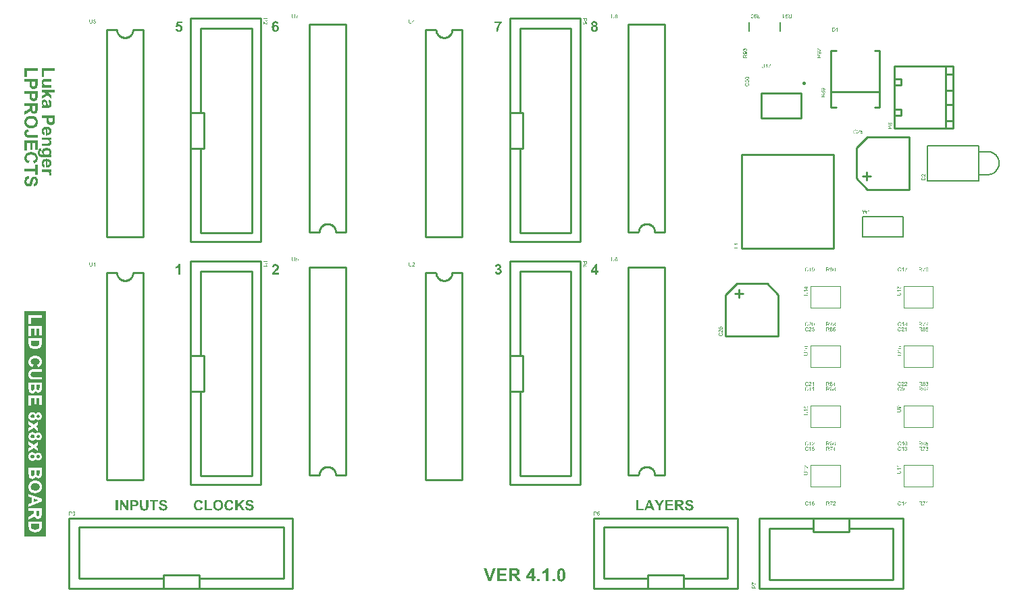
<source format=gto>
%FSLAX43Y43*%
%MOMM*%
%SFA1B1*%

%IPPOS*%
%ADD21C,0.253999*%
%ADD91C,0.127000*%
%ADD92C,0.250000*%
%ADD93C,0.200000*%
%ADD94C,0.100000*%
%LNlp_led_cube_8x8x8-1*%
%LPD*%
G36*
X137121Y72884D02*
X137127Y72883D01*
X137135Y72882*
X137143Y72881*
X137152Y72880*
X137171Y72876*
X137192Y72869*
X137202Y72864*
X137213Y72859*
X137222Y72853*
X137232Y72847*
X137233Y72846*
X137234Y72845*
X137236Y72843*
X137240Y72840*
X137244Y72836*
X137249Y72831*
X137254Y72826*
X137259Y72820*
X137265Y72812*
X137270Y72805*
X137276Y72796*
X137282Y72787*
X137288Y72777*
X137293Y72766*
X137302Y72742*
X137238Y72727*
Y72728*
X137237Y72729*
X137236Y72732*
X137235Y72736*
X137233Y72741*
X137230Y72746*
X137225Y72757*
X137219Y72769*
X137210Y72783*
X137200Y72795*
X137188Y72805*
X137187Y72806*
X137182Y72809*
X137176Y72812*
X137166Y72818*
X137155Y72822*
X137141Y72826*
X137125Y72829*
X137107Y72830*
X137102*
X137098Y72829*
X137093*
X137088Y72828*
X137075Y72826*
X137060Y72823*
X137044Y72818*
X137029Y72811*
X137014Y72802*
X137013*
X137012Y72801*
X137008Y72797*
X137001Y72791*
X136993Y72783*
X136985Y72772*
X136976Y72761*
X136968Y72746*
X136961Y72729*
X136960Y72727*
Y72725*
X136959Y72721*
X136957Y72718*
Y72712*
X136954Y72701*
X136951Y72686*
X136949Y72671*
X136947Y72654*
X136946Y72636*
Y72635*
Y72633*
Y72630*
Y72626*
X136947Y72620*
Y72614*
X136948Y72607*
X136949Y72600*
X136951Y72583*
X136954Y72564*
X136958Y72545*
X136964Y72528*
Y72527*
X136965Y72525*
X136966Y72523*
X136968Y72520*
X136972Y72511*
X136978Y72502*
X136986Y72490*
X136995Y72479*
X137006Y72468*
X137020Y72458*
X137021*
Y72457*
X137023Y72456*
X137026Y72454*
X137035Y72451*
X137045Y72447*
X137057Y72443*
X137071Y72439*
X137087Y72436*
X137103*
X137108*
X137112*
X137116*
X137122Y72437*
X137135Y72439*
X137149Y72443*
X137164Y72449*
X137179Y72456*
X137194Y72467*
X137195Y72468*
X137196*
X137200Y72473*
X137207Y72480*
X137215Y72490*
X137223Y72503*
X137232Y72519*
X137239Y72538*
X137245Y72560*
X137310Y72543*
X137309Y72540*
X137308Y72536*
X137306Y72530*
X137303Y72524*
X137300Y72516*
X137297Y72508*
X137293Y72499*
X137283Y72479*
X137270Y72459*
X137255Y72439*
X137246Y72431*
X137236Y72422*
X137234Y72421*
X137231Y72419*
X137227Y72416*
X137222Y72413*
X137216Y72409*
X137209Y72405*
X137201Y72402*
X137192Y72398*
X137182Y72394*
X137171Y72390*
X137160Y72388*
X137135Y72382*
X137122*
X137108Y72381*
X137101*
X137095Y72382*
X137088*
X137081*
X137072Y72384*
X137063Y72385*
X137042Y72389*
X137021Y72394*
X137000Y72402*
X136989Y72407*
X136980Y72413*
X136979*
X136978Y72414*
X136975Y72416*
X136972Y72419*
X136963Y72426*
X136952Y72436*
X136940Y72449*
X136928Y72465*
X136915Y72484*
X136905Y72505*
Y72506*
X136904Y72508*
X136903Y72511*
X136901Y72516*
X136899Y72522*
X136897Y72528*
X136894Y72536*
X136892Y72545*
X136890Y72554*
X136888Y72564*
X136883Y72586*
X136880Y72610*
Y72636*
Y72637*
Y72640*
Y72643*
Y72649*
Y72655*
X136881Y72663*
X136882Y72672*
X136883Y72681*
X136887Y72702*
X136891Y72724*
X136899Y72747*
X136909Y72769*
X136910Y72771*
X136911Y72774*
X136914Y72778*
X136917Y72783*
X136920Y72788*
X136930Y72801*
X136941Y72815*
X136955Y72829*
X136972Y72843*
X136991Y72855*
X136992*
X136993Y72856*
X136996Y72858*
X137000Y72859*
X137005Y72861*
X137011Y72864*
X137018Y72867*
X137026Y72870*
X137034Y72873*
X137043Y72875*
X137063Y72880*
X137085Y72883*
X137109Y72884*
X137116*
X137121*
G37*
G36*
X137916Y72878D02*
X137922Y72877D01*
X137928Y72876*
X137936*
X137944Y72873*
X137962Y72869*
X137980Y72862*
X137990Y72858*
X137999Y72853*
X138007Y72846*
X138015Y72839*
X138016Y72838*
X138017*
X138019Y72835*
X138022Y72833*
X138025Y72828*
X138028Y72824*
X138036Y72812*
X138043Y72798*
X138050Y72782*
X138055Y72764*
X138056Y72753*
X138057Y72743*
Y72741*
Y72738*
X138056Y72732*
X138055Y72724*
X138054Y72715*
X138051Y72706*
X138048Y72695*
X138044Y72685*
X138043Y72683*
X138042Y72680*
X138039Y72675*
X138034Y72667*
X138029Y72658*
X138023Y72648*
X138014Y72637*
X138004Y72626*
X138002Y72624*
X137999Y72620*
X137992Y72613*
X137988Y72609*
X137982Y72603*
X137977Y72597*
X137969Y72591*
X137962Y72584*
X137954Y72576*
X137945Y72568*
X137934Y72559*
X137924Y72550*
X137912Y72540*
X137911Y72539*
X137910Y72537*
X137907Y72535*
X137903Y72532*
X137894Y72525*
X137883Y72515*
X137872Y72505*
X137860Y72494*
X137850Y72485*
X137847Y72482*
X137843Y72478*
X137842Y72477*
X137841Y72475*
X137838Y72472*
X137834Y72468*
X137826Y72458*
X137818Y72446*
X138057*
Y72389*
X137735*
Y72390*
Y72393*
Y72397*
Y72402*
X137736Y72408*
X137737Y72415*
X137739Y72422*
X137741Y72430*
Y72431*
X137742*
X137744Y72436*
X137747Y72442*
X137751Y72451*
X137756Y72460*
X137764Y72471*
X137771Y72482*
X137781Y72494*
Y72495*
X137782Y72496*
X137786Y72500*
X137792Y72507*
X137801Y72516*
X137812Y72526*
X137825Y72539*
X137842Y72553*
X137859Y72568*
X137860Y72569*
X137863Y72571*
X137867Y72574*
X137872Y72580*
X137879Y72585*
X137886Y72591*
X137902Y72606*
X137920Y72623*
X137938Y72640*
X137947Y72648*
X137954Y72656*
X137961Y72664*
X137967Y72672*
X137968Y72673*
X137970Y72675*
X137971Y72678*
X137976Y72686*
X137981Y72695*
X137986Y72706*
X137991Y72718*
X137994Y72732*
X137995Y72744*
Y72745*
Y72746*
X137994Y72750*
Y72757*
X137992Y72765*
X137988Y72775*
X137984Y72784*
X137978Y72795*
X137969Y72804*
X137968Y72805*
X137965Y72808*
X137959Y72812*
X137951Y72817*
X137942Y72821*
X137931Y72825*
X137917Y72828*
X137902Y72829*
X137898*
X137895Y72828*
X137888Y72827*
X137878Y72826*
X137867Y72822*
X137855Y72818*
X137844Y72811*
X137833Y72802*
Y72801*
X137830Y72798*
X137825Y72792*
X137821Y72784*
X137816Y72773*
X137812Y72761*
X137809Y72747*
X137807Y72731*
X137746Y72738*
Y72741*
X137747Y72744*
Y72749*
X137749Y72755*
X137750Y72761*
X137754Y72776*
X137760Y72793*
X137768Y72810*
X137779Y72827*
X137785Y72835*
X137793Y72842*
Y72843*
X137795Y72844*
X137797Y72846*
X137800Y72848*
X137804Y72850*
X137810Y72854*
X137816Y72857*
X137822Y72861*
X137830Y72864*
X137838Y72867*
X137847Y72870*
X137857Y72873*
X137879Y72877*
X137891Y72878*
X137904Y72879*
X137911*
X137916Y72878*
G37*
G36*
X126277Y79736D02*
X126286Y79734D01*
X126297Y79732*
X126310Y79729*
X126323Y79725*
X126335Y79719*
X126336*
X126337Y79718*
X126341Y79716*
X126347Y79712*
X126354Y79707*
X126363Y79700*
X126372Y79692*
X126380Y79682*
X126387Y79672*
X126388Y79671*
X126390Y79667*
X126393Y79661*
X126396Y79653*
X126399Y79644*
X126402Y79633*
X126404Y79622*
X126405Y79610*
Y79608*
Y79604*
X126404Y79599*
X126403Y79591*
X126400Y79582*
X126397Y79573*
X126394Y79562*
X126388Y79553*
X126387Y79551*
X126385Y79548*
X126380Y79544*
X126375Y79538*
X126368Y79531*
X126360Y79524*
X126349Y79517*
X126337Y79511*
X126338*
X126340Y79510*
X126342*
X126345Y79509*
X126352Y79507*
X126362Y79502*
X126372Y79497*
X126383Y79490*
X126395Y79481*
X126404Y79469*
X126405Y79468*
X126408Y79464*
X126412Y79457*
X126417Y79448*
X126421Y79437*
X126425Y79424*
X126428Y79408*
X126429Y79391*
Y79390*
Y79388*
Y79385*
X126428Y79381*
X126427Y79375*
X126426Y79369*
X126425Y79361*
X126423Y79354*
X126418Y79337*
X126414Y79327*
X126409Y79318*
X126403Y79309*
X126397Y79300*
X126390Y79292*
X126382Y79283*
X126381Y79282*
X126380Y79280*
X126377Y79279*
X126374Y79276*
X126369Y79272*
X126363Y79269*
X126357Y79265*
X126350Y79261*
X126342Y79257*
X126333Y79253*
X126323Y79249*
X126313Y79246*
X126302Y79243*
X126290Y79241*
X126277Y79240*
X126265Y79239*
X126259*
X126254Y79240*
X126248*
X126242Y79241*
X126235Y79242*
X126228Y79243*
X126211Y79248*
X126193Y79255*
X126184Y79259*
X126176Y79264*
X126167Y79270*
X126159Y79277*
X126158*
X126157Y79278*
X126155Y79280*
X126152Y79283*
X126149Y79288*
X126145Y79292*
X126141Y79297*
X126137Y79303*
X126128Y79318*
X126121Y79335*
X126114Y79355*
X126112Y79365*
X126110Y79376*
X126171Y79384*
Y79383*
Y79382*
Y79379*
X126173Y79376*
X126175Y79367*
X126179Y79356*
X126183Y79344*
X126189Y79332*
X126196Y79320*
X126205Y79311*
X126206Y79310*
X126209Y79307*
X126214Y79304*
X126222Y79300*
X126230Y79296*
X126240Y79292*
X126252Y79289*
X126265*
X126269*
X126272*
X126280Y79290*
X126289Y79292*
X126301Y79296*
X126313Y79300*
X126325Y79308*
X126336Y79317*
X126337Y79319*
X126340Y79323*
X126345Y79329*
X126351Y79337*
X126356Y79348*
X126360Y79360*
X126363Y79375*
X126365Y79390*
Y79391*
Y79392*
Y79394*
X126364Y79397*
X126363Y79404*
X126361Y79414*
X126358Y79424*
X126353Y79436*
X126346Y79447*
X126337Y79458*
X126336Y79459*
X126333Y79462*
X126327Y79466*
X126319Y79471*
X126309Y79476*
X126297Y79480*
X126285Y79483*
X126270Y79484*
X126263*
X126258*
X126252Y79483*
X126245Y79482*
X126237Y79481*
X126228Y79478*
X126234Y79531*
X126238*
X126241Y79530*
X126251*
X126257Y79531*
X126267Y79533*
X126277Y79535*
X126288Y79538*
X126300Y79543*
X126312Y79550*
X126314*
X126317Y79553*
X126322Y79559*
X126328Y79565*
X126334Y79573*
X126338Y79584*
X126342Y79596*
X126343Y79611*
Y79612*
Y79613*
Y79616*
X126342Y79622*
X126340Y79630*
X126338Y79639*
X126334Y79648*
X126329Y79657*
X126321Y79665*
X126320Y79666*
X126317Y79669*
X126312Y79673*
X126306Y79676*
X126297Y79681*
X126288Y79684*
X126277Y79687*
X126264Y79688*
X126258*
X126251Y79686*
X126244Y79685*
X126234Y79682*
X126225Y79678*
X126215Y79673*
X126205Y79665*
X126202Y79662*
X126198Y79656*
X126194Y79649*
X126188Y79640*
X126184Y79629*
X126179Y79616*
X126176Y79600*
X126116Y79610*
Y79611*
X126117Y79613*
X126118Y79616*
X126119Y79620*
X126120Y79625*
X126122Y79631*
X126127Y79645*
X126133Y79659*
X126142Y79675*
X126152Y79690*
X126165Y79703*
X126166Y79704*
X126167Y79705*
X126169Y79706*
X126173Y79708*
X126176Y79711*
X126181Y79714*
X126192Y79720*
X126206Y79726*
X126223Y79731*
X126242Y79735*
X126252Y79737*
X126269*
X126277Y79736*
G37*
G36*
X125904D02*
X125910Y79735D01*
X125917Y79734*
X125924*
X125932Y79731*
X125950Y79727*
X125969Y79720*
X125978Y79716*
X125987Y79711*
X125995Y79704*
X126004Y79697*
Y79696*
X126005*
X126007Y79693*
X126010Y79691*
X126013Y79686*
X126017Y79682*
X126024Y79671*
X126032Y79656*
X126039Y79640*
X126044Y79622*
Y79611*
X126045Y79601*
Y79599*
Y79596*
X126044Y79590*
Y79582*
X126042Y79573*
X126040Y79564*
X126037Y79553*
X126033Y79543*
X126032Y79541*
X126030Y79538*
X126027Y79533*
X126023Y79525*
X126018Y79516*
X126011Y79506*
X126002Y79495*
X125993Y79484*
X125991Y79482*
X125987Y79478*
X125981Y79471*
X125976Y79467*
X125971Y79461*
X125965Y79455*
X125958Y79449*
X125950Y79442*
X125942Y79434*
X125933Y79426*
X125923Y79417*
X125912Y79408*
X125901Y79398*
X125900Y79397*
X125898Y79395*
X125895Y79393*
X125892Y79390*
X125883Y79383*
X125872Y79373*
X125861Y79363*
X125849Y79352*
X125839Y79343*
X125835Y79340*
X125832Y79336*
X125831Y79335*
X125829Y79333*
X125826Y79330*
X125823Y79326*
X125815Y79316*
X125806Y79304*
X126046*
Y79247*
X125723*
Y79248*
Y79251*
Y79255*
X125724Y79260*
X125725Y79266*
X125726Y79273*
X125728Y79280*
X125730Y79288*
Y79289*
X125731*
X125732Y79294*
X125735Y79300*
X125740Y79309*
X125745Y79318*
X125752Y79329*
X125760Y79340*
X125769Y79352*
Y79353*
X125771Y79354*
X125774Y79358*
X125780Y79365*
X125789Y79374*
X125800Y79384*
X125814Y79397*
X125830Y79411*
X125848Y79426*
X125849Y79427*
X125852Y79429*
X125855Y79432*
X125861Y79438*
X125867Y79443*
X125875Y79449*
X125891Y79464*
X125909Y79481*
X125927Y79498*
X125935Y79506*
X125943Y79514*
X125950Y79522*
X125955Y79530*
X125957Y79531*
X125958Y79533*
X125960Y79536*
X125964Y79544*
X125970Y79553*
X125975Y79564*
X125979Y79576*
X125982Y79590*
X125984Y79602*
Y79603*
Y79604*
X125983Y79608*
X125982Y79615*
X125981Y79623*
X125977Y79633*
X125973Y79642*
X125967Y79653*
X125958Y79662*
X125956Y79663*
X125953Y79666*
X125947Y79670*
X125940Y79675*
X125930Y79679*
X125919Y79683*
X125906Y79686*
X125891Y79687*
X125886*
X125883Y79686*
X125876Y79685*
X125866Y79684*
X125855Y79680*
X125843Y79676*
X125832Y79669*
X125822Y79660*
X125821Y79659*
X125818Y79656*
X125814Y79650*
X125809Y79642*
X125804Y79631*
X125800Y79619*
X125797Y79605*
X125796Y79589*
X125734Y79596*
Y79599*
X125735Y79602*
X125736Y79607*
X125737Y79613*
X125738Y79619*
X125743Y79634*
X125749Y79651*
X125757Y79668*
X125768Y79685*
X125774Y79693*
X125781Y79700*
X125782Y79701*
X125783Y79702*
X125786Y79704*
X125789Y79706*
X125793Y79708*
X125798Y79712*
X125804Y79715*
X125811Y79719*
X125818Y79722*
X125826Y79725*
X125836Y79728*
X125846Y79731*
X125868Y79735*
X125880Y79736*
X125892Y79737*
X125899*
X125904Y79736*
G37*
G36*
X137537Y72878D02*
X137543Y72877D01*
X137550Y72876*
X137558*
X137566Y72873*
X137583Y72869*
X137602Y72862*
X137612Y72858*
X137621Y72853*
X137629Y72846*
X137637Y72839*
X137638Y72838*
X137641Y72835*
X137644Y72833*
X137647Y72828*
X137650Y72824*
X137658Y72812*
X137665Y72798*
X137672Y72782*
X137677Y72764*
X137678Y72753*
Y72743*
Y72741*
Y72738*
Y72732*
X137677Y72724*
X137675Y72715*
X137673Y72706*
X137670Y72695*
X137666Y72685*
X137665Y72683*
X137664Y72680*
X137661Y72675*
X137656Y72667*
X137651Y72658*
X137644Y72648*
X137635Y72637*
X137626Y72626*
X137624Y72624*
X137621Y72620*
X137614Y72613*
X137609Y72609*
X137604Y72603*
X137598Y72597*
X137591Y72591*
X137583Y72584*
X137575Y72576*
X137566Y72568*
X137556Y72559*
X137546Y72550*
X137534Y72540*
X137533Y72539*
X137532Y72537*
X137529Y72535*
X137525Y72532*
X137516Y72525*
X137505Y72515*
X137494Y72505*
X137482Y72494*
X137472Y72485*
X137468Y72482*
X137465Y72478*
X137464Y72477*
X137463Y72475*
X137460Y72472*
X137456Y72468*
X137448Y72458*
X137440Y72446*
X137679*
Y72389*
X137356*
Y72390*
Y72393*
Y72397*
X137357Y72402*
X137358Y72408*
X137359Y72415*
X137361Y72422*
X137363Y72430*
Y72431*
X137364*
X137365Y72436*
X137368Y72442*
X137373Y72451*
X137378Y72460*
X137385Y72471*
X137393Y72482*
X137402Y72494*
Y72495*
X137404Y72496*
X137408Y72500*
X137414Y72507*
X137423Y72516*
X137434Y72526*
X137447Y72539*
X137463Y72553*
X137481Y72568*
X137482Y72569*
X137485Y72571*
X137489Y72574*
X137494Y72580*
X137500Y72585*
X137508Y72591*
X137524Y72606*
X137542Y72623*
X137560Y72640*
X137569Y72648*
X137576Y72656*
X137583Y72664*
X137589Y72672*
X137590Y72673*
X137592Y72675*
X137593Y72678*
X137598Y72686*
X137603Y72695*
X137608Y72706*
X137612Y72718*
X137615Y72732*
X137617Y72744*
Y72745*
Y72746*
X137616Y72750*
X137615Y72757*
X137614Y72765*
X137610Y72775*
X137606Y72784*
X137600Y72795*
X137591Y72804*
X137589Y72805*
X137586Y72808*
X137580Y72812*
X137573Y72817*
X137563Y72821*
X137552Y72825*
X137539Y72828*
X137524Y72829*
X137520*
X137517Y72828*
X137509Y72827*
X137500Y72826*
X137489Y72822*
X137477Y72818*
X137466Y72811*
X137455Y72802*
X137454Y72801*
X137451Y72798*
X137447Y72792*
X137443Y72784*
X137437Y72773*
X137434Y72761*
X137431Y72747*
X137429Y72731*
X137368Y72738*
Y72741*
Y72744*
X137369Y72749*
X137371Y72755*
Y72761*
X137376Y72776*
X137382Y72793*
X137390Y72810*
X137401Y72827*
X137407Y72835*
X137414Y72842*
X137415Y72843*
X137417Y72844*
X137419Y72846*
X137422Y72848*
X137426Y72850*
X137431Y72854*
X137437Y72857*
X137444Y72861*
X137451Y72864*
X137460Y72867*
X137469Y72870*
X137479Y72873*
X137501Y72877*
X137513Y72878*
X137526Y72879*
X137532*
X137537Y72878*
G37*
G36*
Y79736D02*
X137543Y79735D01*
X137550Y79734*
X137558*
X137566Y79731*
X137583Y79727*
X137602Y79720*
X137612Y79716*
X137621Y79711*
X137629Y79704*
X137637Y79697*
X137638Y79696*
X137641Y79693*
X137644Y79691*
X137647Y79686*
X137650Y79682*
X137658Y79671*
X137665Y79656*
X137672Y79640*
X137677Y79622*
X137678Y79611*
Y79601*
Y79599*
Y79596*
Y79590*
X137677Y79582*
X137675Y79573*
X137673Y79564*
X137670Y79553*
X137666Y79543*
X137665Y79541*
X137664Y79538*
X137661Y79533*
X137656Y79525*
X137651Y79516*
X137644Y79506*
X137635Y79495*
X137626Y79484*
X137624Y79482*
X137621Y79478*
X137614Y79471*
X137609Y79467*
X137604Y79461*
X137598Y79455*
X137591Y79449*
X137583Y79442*
X137575Y79434*
X137566Y79426*
X137556Y79417*
X137546Y79408*
X137534Y79398*
X137533Y79397*
X137532Y79395*
X137529Y79393*
X137525Y79390*
X137516Y79383*
X137505Y79373*
X137494Y79363*
X137482Y79352*
X137472Y79343*
X137468Y79340*
X137465Y79336*
X137464Y79335*
X137463Y79333*
X137460Y79330*
X137456Y79326*
X137448Y79316*
X137440Y79304*
X137679*
Y79247*
X137356*
Y79248*
Y79251*
Y79255*
X137357Y79260*
X137358Y79266*
X137359Y79273*
X137361Y79280*
X137363Y79288*
Y79289*
X137364*
X137365Y79294*
X137368Y79300*
X137373Y79309*
X137378Y79318*
X137385Y79329*
X137393Y79340*
X137402Y79352*
Y79353*
X137404Y79354*
X137408Y79358*
X137414Y79365*
X137423Y79374*
X137434Y79384*
X137447Y79397*
X137463Y79411*
X137481Y79426*
X137482Y79427*
X137485Y79429*
X137489Y79432*
X137494Y79438*
X137500Y79443*
X137508Y79449*
X137524Y79464*
X137542Y79481*
X137560Y79498*
X137569Y79506*
X137576Y79514*
X137583Y79522*
X137589Y79530*
X137590Y79531*
X137592Y79533*
X137593Y79536*
X137598Y79544*
X137603Y79553*
X137608Y79564*
X137612Y79576*
X137615Y79590*
X137617Y79602*
Y79603*
Y79604*
X137616Y79608*
X137615Y79615*
X137614Y79623*
X137610Y79633*
X137606Y79642*
X137600Y79653*
X137591Y79662*
X137589Y79663*
X137586Y79666*
X137580Y79670*
X137573Y79675*
X137563Y79679*
X137552Y79683*
X137539Y79686*
X137524Y79687*
X137520*
X137517Y79686*
X137509Y79685*
X137500Y79684*
X137489Y79680*
X137477Y79676*
X137466Y79669*
X137455Y79660*
X137454Y79659*
X137451Y79656*
X137447Y79650*
X137443Y79642*
X137437Y79631*
X137434Y79619*
X137431Y79605*
X137429Y79589*
X137368Y79596*
Y79599*
Y79602*
X137369Y79607*
X137371Y79613*
Y79619*
X137376Y79634*
X137382Y79651*
X137390Y79668*
X137401Y79685*
X137407Y79693*
X137414Y79700*
X137415Y79701*
X137417Y79702*
X137419Y79704*
X137422Y79706*
X137426Y79708*
X137431Y79712*
X137437Y79715*
X137444Y79719*
X137451Y79722*
X137460Y79725*
X137469Y79728*
X137479Y79731*
X137501Y79735*
X137513Y79736*
X137526Y79737*
X137532*
X137537Y79736*
G37*
G36*
X125488Y80377D02*
X125494Y80376D01*
X125502Y80375*
X125510Y80374*
X125519Y80373*
X125538Y80369*
X125559Y80362*
X125569Y80357*
X125579Y80352*
X125589Y80346*
X125599Y80340*
Y80339*
X125601Y80338*
X125603Y80336*
X125607Y80333*
X125611Y80329*
X125616Y80324*
X125621Y80319*
X125626Y80313*
X125632Y80306*
X125637Y80298*
X125643Y80289*
X125649Y80280*
X125654Y80270*
X125660Y80259*
X125668Y80235*
X125605Y80220*
Y80221*
X125604Y80222*
X125603Y80225*
X125602Y80229*
X125599Y80234*
X125597Y80239*
X125592Y80250*
X125585Y80262*
X125576Y80276*
X125567Y80288*
X125555Y80298*
X125553Y80299*
X125549Y80302*
X125542Y80306*
X125533Y80311*
X125522Y80315*
X125507Y80319*
X125492Y80322*
X125474Y80323*
X125469*
X125465Y80322*
X125460*
X125455Y80321*
X125441Y80319*
X125427Y80316*
X125411Y80311*
X125395Y80304*
X125381Y80295*
X125380*
X125379Y80294*
X125375Y80290*
X125368Y80284*
X125360Y80276*
X125352Y80265*
X125343Y80254*
X125335Y80239*
X125328Y80222*
X125327Y80220*
X125326Y80218*
Y80214*
X125324Y80211*
Y80205*
X125321Y80194*
X125318Y80179*
X125315Y80164*
X125314Y80147*
X125313Y80129*
Y80128*
Y80126*
Y80123*
Y80119*
X125314Y80113*
Y80107*
X125315Y80100*
Y80093*
X125318Y80076*
X125321Y80057*
X125325Y80038*
X125331Y80021*
Y80020*
X125332Y80018*
X125333Y80016*
X125335Y80013*
X125338Y80004*
X125344Y79995*
X125352Y79983*
X125362Y79972*
X125373Y79961*
X125387Y79951*
X125388Y79950*
X125390Y79949*
X125393Y79947*
X125401Y79944*
X125412Y79940*
X125424Y79936*
X125438Y79932*
X125453Y79929*
X125470*
X125475*
X125479*
X125483*
X125489Y79930*
X125502Y79932*
X125516Y79936*
X125531Y79942*
X125546Y79949*
X125561Y79960*
X125562Y79961*
X125567Y79966*
X125573Y79973*
X125582Y79983*
X125590Y79996*
X125599Y80012*
X125606Y80031*
X125612Y80053*
X125677Y80036*
X125676Y80033*
X125674Y80029*
X125673Y80023*
X125670Y80017*
X125667Y80009*
X125664Y80001*
X125660Y79992*
X125650Y79972*
X125637Y79952*
X125622Y79932*
X125613Y79924*
X125603Y79915*
X125602*
X125601Y79914*
X125598Y79912*
X125594Y79909*
X125588Y79906*
X125582Y79902*
X125576Y79898*
X125568Y79895*
X125559Y79891*
X125549Y79887*
X125538Y79883*
X125527Y79881*
X125502Y79875*
X125489*
X125475Y79874*
X125467*
X125461Y79875*
X125455*
X125447*
X125438Y79877*
X125430Y79878*
X125409Y79882*
X125387Y79887*
X125367Y79895*
X125356Y79900*
X125347Y79906*
X125346*
X125344Y79907*
X125342Y79909*
X125338Y79912*
X125329Y79919*
X125319Y79929*
X125306Y79942*
X125295Y79958*
X125282Y79977*
X125272Y79998*
Y79999*
X125271Y80001*
X125269Y80004*
X125268Y80009*
X125266Y80015*
X125263Y80021*
X125261Y80029*
X125259Y80038*
X125257Y80047*
X125255Y80057*
X125250Y80079*
X125247Y80103*
X125246Y80129*
Y80130*
Y80133*
Y80136*
X125247Y80142*
Y80148*
X125248Y80156*
X125249Y80165*
X125250Y80174*
X125254Y80195*
X125258Y80217*
X125266Y80240*
X125275Y80262*
X125277Y80264*
X125278Y80267*
X125281Y80271*
X125283Y80276*
X125287Y80281*
X125297Y80294*
X125308Y80308*
X125322Y80322*
X125339Y80336*
X125358Y80348*
X125360Y80349*
X125363Y80351*
X125367Y80352*
X125372Y80354*
X125378Y80357*
X125385Y80360*
X125393Y80363*
X125401Y80366*
X125410Y80368*
X125430Y80373*
X125452Y80376*
X125476Y80377*
X125483*
X125488*
G37*
G36*
X137121Y79742D02*
X137127Y79741D01*
X137135Y79740*
X137143Y79739*
X137152Y79738*
X137171Y79734*
X137192Y79727*
X137202Y79722*
X137213Y79717*
X137222Y79711*
X137232Y79705*
X137233Y79704*
X137234Y79703*
X137236Y79701*
X137240Y79698*
X137244Y79694*
X137249Y79689*
X137254Y79684*
X137259Y79678*
X137265Y79671*
X137270Y79663*
X137276Y79654*
X137282Y79645*
X137288Y79635*
X137293Y79624*
X137302Y79600*
X137238Y79585*
Y79586*
X137237Y79587*
X137236Y79590*
X137235Y79594*
X137233Y79599*
X137230Y79604*
X137225Y79615*
X137219Y79627*
X137210Y79641*
X137200Y79653*
X137188Y79663*
X137187Y79664*
X137182Y79667*
X137176Y79671*
X137166Y79676*
X137155Y79680*
X137141Y79684*
X137125Y79687*
X137107Y79688*
X137102*
X137098Y79687*
X137093*
X137088Y79686*
X137075Y79684*
X137060Y79681*
X137044Y79676*
X137029Y79669*
X137014Y79660*
X137013*
X137012Y79659*
X137008Y79655*
X137001Y79649*
X136993Y79641*
X136985Y79630*
X136976Y79619*
X136968Y79604*
X136961Y79587*
X136960Y79585*
Y79583*
X136959Y79579*
X136957Y79576*
Y79570*
X136954Y79559*
X136951Y79544*
X136949Y79529*
X136947Y79512*
X136946Y79494*
Y79493*
Y79491*
Y79488*
Y79484*
X136947Y79478*
Y79472*
X136948Y79465*
X136949Y79458*
X136951Y79441*
X136954Y79422*
X136958Y79403*
X136964Y79386*
Y79385*
X136965Y79383*
X136966Y79381*
X136968Y79378*
X136972Y79369*
X136978Y79360*
X136986Y79348*
X136995Y79337*
X137006Y79326*
X137020Y79316*
X137021*
Y79315*
X137023Y79314*
X137026Y79312*
X137035Y79309*
X137045Y79305*
X137057Y79301*
X137071Y79297*
X137087Y79294*
X137103*
X137108*
X137112*
X137116*
X137122Y79295*
X137135Y79297*
X137149Y79301*
X137164Y79307*
X137179Y79314*
X137194Y79325*
X137195Y79326*
X137196*
X137200Y79331*
X137207Y79338*
X137215Y79348*
X137223Y79361*
X137232Y79377*
X137239Y79396*
X137245Y79418*
X137310Y79401*
X137309Y79398*
X137308Y79394*
X137306Y79388*
X137303Y79382*
X137300Y79374*
X137297Y79366*
X137293Y79357*
X137283Y79337*
X137270Y79317*
X137255Y79297*
X137246Y79289*
X137236Y79280*
X137234Y79279*
X137231Y79277*
X137227Y79274*
X137222Y79271*
X137216Y79267*
X137209Y79263*
X137201Y79260*
X137192Y79256*
X137182Y79252*
X137171Y79248*
X137160Y79246*
X137135Y79240*
X137122*
X137108Y79239*
X137101*
X137095Y79240*
X137088*
X137081*
X137072Y79242*
X137063Y79243*
X137042Y79247*
X137021Y79252*
X137000Y79260*
X136989Y79265*
X136980Y79271*
X136979*
X136978Y79272*
X136975Y79274*
X136972Y79277*
X136963Y79284*
X136952Y79294*
X136940Y79307*
X136928Y79323*
X136915Y79342*
X136905Y79363*
Y79364*
X136904Y79366*
X136903Y79369*
X136901Y79374*
X136899Y79380*
X136897Y79386*
X136894Y79394*
X136892Y79403*
X136890Y79412*
X136888Y79422*
X136883Y79444*
X136880Y79468*
Y79494*
Y79495*
Y79498*
Y79501*
Y79507*
Y79513*
X136881Y79521*
X136882Y79530*
X136883Y79539*
X136887Y79560*
X136891Y79582*
X136899Y79605*
X136909Y79627*
X136910Y79629*
X136911Y79632*
X136914Y79636*
X136917Y79641*
X136920Y79646*
X136930Y79659*
X136941Y79673*
X136955Y79687*
X136972Y79701*
X136991Y79713*
X136992*
X136993Y79714*
X136996Y79716*
X137000Y79717*
X137005Y79719*
X137011Y79722*
X137018Y79725*
X137026Y79728*
X137034Y79731*
X137043Y79733*
X137063Y79738*
X137085Y79741*
X137109Y79742*
X137116*
X137121*
G37*
G36*
X137968Y79247D02*
X137908D01*
Y79628*
Y79627*
X137905Y79625*
X137899Y79621*
X137893Y79616*
X137885Y79609*
X137875Y79602*
X137864Y79594*
X137851Y79587*
X137850*
Y79586*
X137845Y79583*
X137839Y79579*
X137830Y79575*
X137821Y79570*
X137810Y79565*
X137799Y79560*
X137789Y79556*
Y79614*
X137790*
X137791Y79615*
X137794Y79616*
X137797Y79619*
X137802Y79621*
X137807Y79623*
X137819Y79630*
X137832Y79638*
X137847Y79648*
X137862Y79659*
X137876Y79671*
X137877Y79672*
X137882Y79676*
X137888Y79683*
X137896Y79691*
X137905Y79702*
X137914Y79713*
X137922Y79725*
X137929Y79737*
X137968*
Y79247*
G37*
G36*
X131559Y104507D02*
X131565Y104506D01*
X131572Y104505*
X131580Y104504*
X131589Y104503*
X131608Y104499*
X131629Y104492*
X131640Y104487*
X131650Y104482*
X131660Y104476*
X131669Y104470*
X131670Y104469*
X131672Y104468*
X131674Y104466*
X131677Y104463*
X131681Y104459*
X131686Y104454*
X131692Y104449*
X131697Y104443*
X131703Y104436*
X131708Y104428*
X131714Y104419*
X131720Y104410*
X131725Y104400*
X131730Y104389*
X131739Y104365*
X131675Y104350*
Y104351*
X131674Y104352*
Y104355*
X131672Y104359*
X131670Y104364*
X131668Y104369*
X131663Y104380*
X131656Y104392*
X131647Y104406*
X131637Y104418*
X131626Y104428*
X131624Y104429*
X131620Y104432*
X131613Y104436*
X131603Y104441*
X131592Y104445*
X131578Y104449*
X131563Y104452*
X131545Y104453*
X131539*
X131536Y104452*
X131531*
X131525Y104451*
X131512Y104449*
X131497Y104446*
X131482Y104441*
X131466Y104434*
X131451Y104425*
X131450Y104424*
X131445Y104420*
X131439Y104414*
X131430Y104406*
X131422Y104395*
X131413Y104384*
X131405Y104369*
X131399Y104352*
X131398Y104350*
X131397Y104348*
X131396Y104344*
X131395Y104341*
X131394Y104335*
X131391Y104324*
X131388Y104309*
X131386Y104294*
X131384Y104277*
Y104259*
Y104258*
Y104256*
Y104253*
Y104249*
Y104243*
Y104237*
X131385Y104230*
X131386Y104223*
X131388Y104206*
X131391Y104187*
X131396Y104168*
X131402Y104151*
Y104150*
Y104148*
X131404Y104146*
X131405Y104143*
X131409Y104134*
X131415Y104125*
X131423Y104113*
X131433Y104102*
X131444Y104091*
X131457Y104081*
X131458*
X131459Y104080*
X131461Y104079*
X131464Y104077*
X131472Y104074*
X131482Y104070*
X131494Y104066*
X131508Y104062*
X131524Y104059*
X131540*
X131545*
X131549*
X131554*
X131560Y104060*
X131572Y104062*
X131586Y104066*
X131602Y104072*
X131617Y104079*
X131631Y104090*
X131632Y104091*
X131633*
X131637Y104096*
X131644Y104103*
X131652Y104113*
X131660Y104126*
X131669Y104142*
X131677Y104161*
X131683Y104183*
X131747Y104166*
X131746Y104163*
X131745Y104159*
X131743Y104153*
X131741Y104147*
X131738Y104139*
X131735Y104131*
X131730Y104122*
X131720Y104102*
X131707Y104082*
X131692Y104062*
X131683Y104054*
X131674Y104045*
X131673*
X131672Y104044*
X131669Y104042*
X131664Y104039*
X131659Y104036*
X131653Y104032*
X131646Y104028*
X131638Y104025*
X131629Y104021*
X131620Y104017*
X131608Y104013*
X131597Y104011*
X131573Y104005*
X131560*
X131545Y104004*
X131538*
X131532Y104005*
X131525*
X131518*
X131509Y104007*
X131500Y104008*
X131479Y104012*
X131458Y104017*
X131437Y104025*
X131427Y104030*
X131417Y104036*
X131416*
X131415Y104037*
X131413Y104039*
X131409Y104042*
X131400Y104049*
X131390Y104059*
X131377Y104072*
X131365Y104088*
X131353Y104107*
X131342Y104128*
Y104129*
X131341Y104131*
X131340Y104134*
X131339Y104139*
X131336Y104145*
X131334Y104151*
X131332Y104159*
X131330Y104168*
X131327Y104177*
X131325Y104187*
X131321Y104209*
X131318Y104233*
X131317Y104259*
Y104260*
Y104263*
Y104266*
X131318Y104272*
Y104278*
Y104286*
X131319Y104295*
X131321Y104304*
X131324Y104325*
X131329Y104347*
X131336Y104370*
X131346Y104392*
X131347Y104394*
X131349Y104397*
X131351Y104401*
X131354Y104406*
X131358Y104411*
X131367Y104424*
X131379Y104438*
X131393Y104452*
X131410Y104466*
X131428Y104478*
X131429*
X131430Y104479*
X131433Y104481*
X131438Y104482*
X131442Y104484*
X131448Y104487*
X131456Y104490*
X131463Y104493*
X131471Y104496*
X131480Y104498*
X131500Y104503*
X131522Y104506*
X131546Y104507*
X131554*
X131559*
G37*
G36*
X132480Y104435D02*
X132286D01*
X132259Y104303*
X132260Y104304*
X132261Y104305*
X132263Y104306*
X132266Y104309*
X132271Y104311*
X132275Y104313*
X132287Y104319*
X132300Y104325*
X132316Y104329*
X132333Y104333*
X132351Y104335*
X132357*
X132361Y104334*
X132367Y104333*
X132373Y104332*
X132381Y104331*
X132388Y104329*
X132405Y104324*
X132414Y104321*
X132423Y104316*
X132432Y104311*
X132441Y104305*
X132450Y104298*
X132458Y104290*
X132459Y104289*
X132461Y104288*
X132463Y104286*
X132465Y104282*
X132469Y104278*
X132473Y104272*
X132476Y104266*
X132481Y104260*
X132485Y104252*
X132489Y104243*
X132493Y104234*
X132496Y104224*
X132498Y104213*
X132501Y104202*
X132502Y104189*
X132503Y104177*
Y104176*
Y104174*
Y104170*
X132502Y104166*
X132501Y104160*
Y104153*
X132500Y104145*
X132498Y104137*
X132493Y104120*
X132487Y104101*
X132482Y104091*
X132477Y104081*
X132471Y104071*
X132464Y104062*
X132462Y104060*
X132459Y104057*
X132455Y104054*
X132451Y104049*
X132445Y104044*
X132438Y104039*
X132430Y104034*
X132422Y104028*
X132412Y104022*
X132401Y104017*
X132390Y104013*
X132378Y104009*
X132365Y104006*
X132351Y104005*
X132336Y104004*
X132329*
X132325Y104005*
X132320*
X132313Y104006*
X132306Y104007*
X132297Y104008*
X132280Y104013*
X132263Y104019*
X132254Y104024*
X132245Y104029*
X132236Y104034*
X132228Y104041*
X132227Y104042*
X132226*
X132224Y104045*
X132221Y104048*
X132218Y104051*
X132214Y104056*
X132211Y104061*
X132206Y104067*
X132198Y104081*
X132190Y104098*
X132184Y104117*
X132182Y104128*
X132180Y104140*
X132243Y104144*
Y104143*
Y104142*
X132244Y104140*
X132245Y104137*
X132247Y104128*
X132250Y104118*
X132254Y104107*
X132260Y104096*
X132266Y104085*
X132275Y104075*
X132277Y104074*
X132280Y104071*
X132285Y104068*
X132292Y104064*
X132301Y104060*
X132312Y104057*
X132323Y104054*
X132336Y104053*
X132341*
X132343Y104054*
X132352*
X132362Y104057*
X132373Y104061*
X132386Y104066*
X132398Y104074*
X132404Y104079*
X132409Y104085*
X132411Y104086*
X132414Y104091*
X132419Y104098*
X132424Y104108*
X132430Y104120*
X132435Y104135*
X132438Y104152*
X132439Y104171*
Y104172*
Y104174*
Y104177*
X132438Y104180*
Y104184*
Y104189*
X132435Y104201*
X132432Y104214*
X132427Y104227*
X132420Y104240*
X132410Y104252*
X132409Y104254*
X132405Y104257*
X132399Y104262*
X132390Y104267*
X132380Y104272*
X132366Y104278*
X132352Y104280*
X132335Y104282*
X132330*
X132325Y104281*
X132318Y104280*
X132309Y104278*
X132300Y104276*
X132292Y104272*
X132283Y104268*
X132282Y104267*
X132279Y104266*
X132275Y104263*
X132269Y104259*
X132264Y104254*
X132258Y104248*
X132252Y104241*
X132247Y104234*
X132191Y104242*
X132238Y104492*
X132480*
Y104435*
G37*
G36*
X114934Y79089D02*
X114926D01*
X114921Y79090*
X114915*
X114908Y79091*
X114901Y79093*
X114893Y79096*
X114892*
X114887Y79098*
X114881Y79101*
X114872Y79105*
X114863Y79110*
X114852Y79118*
X114841Y79125*
X114829Y79135*
X114828*
X114827Y79136*
X114823Y79140*
X114816Y79146*
X114807Y79155*
X114797Y79166*
X114784Y79179*
X114770Y79196*
X114755Y79214*
X114754*
X114752Y79217*
X114749Y79221*
X114743Y79226*
X114738Y79233*
X114732Y79240*
X114717Y79257*
X114700Y79274*
X114683Y79292*
X114675Y79301*
X114667Y79308*
X114659Y79315*
X114651Y79321*
X114650Y79323*
X114648Y79324*
X114645Y79325*
X114637Y79330*
X114628Y79335*
X114617Y79340*
X114605Y79345*
X114591Y79348*
X114579Y79349*
X114577*
X114573Y79348*
X114566*
X114558Y79346*
X114548Y79343*
X114539Y79338*
X114528Y79332*
X114519Y79323*
X114518Y79322*
X114515Y79319*
X114511Y79313*
X114506Y79305*
X114502Y79296*
X114498Y79285*
X114495Y79271*
X114494Y79257*
Y79256*
Y79254*
Y79252*
X114495Y79249*
X114496Y79242*
X114497Y79232*
X114501Y79221*
X114505Y79209*
X114512Y79198*
X114521Y79188*
X114522Y79187*
X114525Y79184*
X114531Y79179*
X114539Y79175*
X114550Y79170*
X114562Y79166*
X114576Y79163*
X114592Y79162*
X114585Y79100*
X114582*
X114579Y79101*
X114574Y79102*
X114568Y79103*
X114562Y79104*
X114547Y79108*
X114530Y79114*
X114513Y79122*
X114496Y79133*
X114488Y79139*
X114481Y79147*
X114480*
X114479Y79149*
X114477Y79151*
X114475Y79154*
X114473Y79159*
X114469Y79164*
X114466Y79170*
X114462Y79176*
X114459Y79184*
X114456Y79192*
X114453Y79202*
X114450Y79211*
X114446Y79234*
X114445Y79245*
X114444Y79258*
Y79259*
Y79261*
Y79265*
X114445Y79270*
X114446Y79276*
X114447Y79282*
Y79290*
X114450Y79298*
X114454Y79316*
X114461Y79334*
X114465Y79344*
X114470Y79353*
X114477Y79361*
X114484Y79369*
X114485Y79370*
Y79371*
X114488Y79373*
X114490Y79376*
X114495Y79379*
X114499Y79383*
X114510Y79390*
X114525Y79397*
X114541Y79404*
X114559Y79409*
X114570Y79410*
X114580Y79411*
X114585*
X114591Y79410*
X114599Y79409*
X114608Y79408*
X114617Y79406*
X114628Y79403*
X114638Y79398*
X114640Y79397*
X114643Y79396*
X114648Y79393*
X114656Y79389*
X114665Y79383*
X114675Y79377*
X114686Y79368*
X114697Y79358*
X114699Y79357*
X114703Y79353*
X114710Y79346*
X114714Y79342*
X114720Y79337*
X114726Y79331*
X114732Y79323*
X114739Y79316*
X114747Y79308*
X114755Y79299*
X114764Y79288*
X114773Y79278*
X114783Y79266*
X114784Y79265*
X114786Y79264*
X114788Y79261*
X114791Y79257*
X114798Y79248*
X114808Y79237*
X114818Y79226*
X114829Y79214*
X114838Y79205*
X114841Y79201*
X114845Y79197*
X114846Y79196*
X114848Y79195*
X114851Y79192*
X114855Y79188*
X114865Y79180*
X114877Y79172*
Y79412*
X114934*
Y79089*
G37*
G36*
X114783Y79041D02*
X114787Y79040D01*
X114793Y79038*
X114799Y79035*
X114807Y79033*
X114815Y79030*
X114824Y79025*
X114844Y79015*
X114864Y79002*
X114884Y78987*
X114892Y78978*
X114901Y78969*
Y78968*
X114902Y78967*
X114904Y78964*
X114907Y78959*
X114910Y78954*
X114914Y78948*
X114918Y78941*
X114921Y78933*
X114925Y78924*
X114929Y78915*
X114933Y78903*
X114935Y78892*
X114941Y78868*
Y78855*
X114942Y78840*
Y78837*
Y78833*
X114941Y78827*
Y78820*
Y78813*
X114939Y78804*
X114938Y78795*
X114934Y78774*
X114929Y78753*
X114921Y78732*
X114916Y78722*
X114910Y78712*
Y78711*
X114909Y78710*
X114907Y78708*
X114904Y78704*
X114897Y78695*
X114887Y78685*
X114874Y78672*
X114858Y78660*
X114839Y78648*
X114818Y78637*
X114817*
X114815Y78636*
X114812Y78635*
X114807Y78634*
X114801Y78631*
X114795Y78629*
X114787Y78627*
X114778Y78625*
X114769Y78622*
X114759Y78620*
X114737Y78616*
X114713Y78613*
X114687Y78612*
X114680*
X114674Y78613*
X114668*
X114660*
X114651Y78614*
X114642Y78616*
X114621Y78619*
X114599Y78624*
X114576Y78631*
X114554Y78641*
X114552Y78642*
X114549Y78644*
X114545Y78646*
X114540Y78649*
X114535Y78653*
X114522Y78662*
X114508Y78674*
X114494Y78688*
X114480Y78705*
X114468Y78723*
Y78724*
X114467Y78725*
X114465Y78728*
X114464Y78733*
X114462Y78737*
X114459Y78743*
X114456Y78751*
X114453Y78758*
X114450Y78766*
X114448Y78775*
X114443Y78795*
X114440Y78817*
X114439Y78841*
Y78842*
Y78844*
Y78849*
Y78854*
X114440Y78860*
X114441Y78867*
X114442Y78875*
X114443Y78884*
X114447Y78903*
X114454Y78924*
X114459Y78935*
X114464Y78945*
X114470Y78955*
X114476Y78964*
X114477Y78965*
X114478Y78967*
X114480Y78969*
X114483Y78972*
X114487Y78976*
X114492Y78981*
X114497Y78987*
X114503Y78992*
X114510Y78998*
X114518Y79003*
X114527Y79009*
X114536Y79015*
X114546Y79020*
X114557Y79025*
X114581Y79034*
X114596Y78970*
X114595*
X114594Y78969*
X114591*
X114587Y78967*
X114582Y78965*
X114577Y78963*
X114566Y78958*
X114554Y78951*
X114540Y78942*
X114528Y78932*
X114518Y78921*
X114517Y78919*
X114514Y78915*
X114510Y78908*
X114505Y78898*
X114501Y78887*
X114497Y78873*
X114494Y78857*
X114493Y78840*
Y78839*
Y78837*
Y78835*
X114494Y78831*
Y78826*
X114495Y78820*
X114497Y78807*
X114500Y78792*
X114505Y78777*
X114512Y78761*
X114521Y78746*
Y78745*
X114522*
X114526Y78740*
X114532Y78734*
X114540Y78725*
X114551Y78717*
X114562Y78708*
X114577Y78700*
X114594Y78694*
X114596Y78693*
X114598Y78692*
X114602Y78691*
X114605Y78690*
X114611Y78689*
X114622Y78686*
X114637Y78683*
X114652Y78681*
X114669Y78679*
X114687*
X114697*
X114703*
X114709*
X114716Y78680*
X114723Y78681*
X114740Y78683*
X114759Y78686*
X114778Y78691*
X114795Y78697*
X114796*
X114798*
X114800Y78699*
X114803Y78700*
X114812Y78704*
X114821Y78710*
X114833Y78718*
X114844Y78728*
X114855Y78739*
X114865Y78752*
Y78753*
X114866Y78754*
X114867Y78756*
X114869Y78759*
X114872Y78767*
X114876Y78777*
X114880Y78789*
X114884Y78803*
X114887Y78819*
Y78835*
Y78836*
Y78837*
Y78840*
Y78844*
Y78849*
X114886Y78855*
X114884Y78867*
X114880Y78881*
X114874Y78897*
X114867Y78912*
X114856Y78926*
X114855Y78927*
Y78928*
X114850Y78932*
X114843Y78939*
X114833Y78947*
X114820Y78955*
X114804Y78964*
X114785Y78972*
X114763Y78978*
X114780Y79042*
X114783Y79041*
G37*
G36*
X131975Y104501D02*
X131981Y104500D01*
X131987Y104499*
X131995*
X132003Y104496*
X132021Y104492*
X132039Y104485*
X132049Y104481*
X132058Y104476*
X132066Y104469*
X132074Y104462*
X132075Y104461*
X132076*
X132078Y104458*
X132081Y104456*
X132084Y104451*
X132088Y104447*
X132095Y104436*
X132102Y104421*
X132109Y104405*
X132114Y104387*
X132115Y104376*
X132116Y104366*
Y104364*
Y104361*
X132115Y104355*
X132114Y104347*
X132113Y104338*
X132111Y104329*
X132108Y104318*
X132103Y104308*
X132102Y104306*
X132101Y104303*
X132098Y104298*
X132094Y104290*
X132088Y104281*
X132082Y104271*
X132073Y104260*
X132063Y104249*
X132062Y104247*
X132058Y104243*
X132051Y104236*
X132047Y104232*
X132042Y104226*
X132036Y104220*
X132028Y104214*
X132021Y104207*
X132013Y104199*
X132004Y104191*
X131993Y104182*
X131983Y104173*
X131971Y104163*
X131970Y104162*
X131969Y104160*
X131966Y104158*
X131962Y104155*
X131953Y104148*
X131942Y104138*
X131931Y104128*
X131919Y104117*
X131910Y104108*
X131906Y104105*
X131902Y104101*
X131901Y104100*
X131900Y104098*
X131897Y104095*
X131893Y104091*
X131885Y104081*
X131877Y104069*
X132117*
Y104012*
X131794*
Y104013*
Y104016*
Y104020*
X131795Y104025*
Y104031*
X131796Y104038*
X131798Y104045*
X131801Y104053*
Y104054*
X131803Y104059*
X131806Y104065*
X131810Y104074*
X131815Y104083*
X131823Y104094*
X131830Y104105*
X131840Y104117*
Y104118*
X131841Y104119*
X131845Y104123*
X131851Y104130*
X131860Y104139*
X131871Y104149*
X131884Y104162*
X131901Y104176*
X131918Y104191*
X131919Y104192*
X131922Y104194*
X131926Y104197*
X131931Y104203*
X131938Y104208*
X131945Y104214*
X131962Y104229*
X131979Y104246*
X131997Y104263*
X132006Y104271*
X132013Y104279*
X132020Y104287*
X132026Y104295*
X132028Y104296*
X132029Y104298*
X132030Y104301*
X132035Y104309*
X132040Y104318*
X132045Y104329*
X132050Y104341*
X132053Y104355*
X132054Y104367*
Y104368*
Y104369*
X132053Y104373*
Y104380*
X132051Y104388*
X132048Y104398*
X132043Y104407*
X132037Y104418*
X132028Y104427*
X132027Y104428*
X132024Y104431*
X132018Y104435*
X132010Y104440*
X132001Y104444*
X131990Y104448*
X131976Y104451*
X131962Y104452*
X131957*
X131954Y104451*
X131947Y104450*
X131937Y104449*
X131926Y104445*
X131914Y104441*
X131903Y104434*
X131893Y104425*
X131892Y104424*
X131889Y104421*
X131884Y104415*
X131880Y104407*
X131875Y104396*
X131871Y104384*
X131868Y104370*
X131867Y104354*
X131805Y104361*
Y104364*
X131806Y104367*
X131807Y104372*
X131808Y104378*
X131809Y104384*
X131813Y104399*
X131819Y104416*
X131827Y104433*
X131838Y104450*
X131844Y104458*
X131852Y104465*
Y104466*
X131854Y104467*
X131856Y104469*
X131859Y104471*
X131864Y104473*
X131869Y104477*
X131875Y104480*
X131881Y104484*
X131889Y104487*
X131897Y104490*
X131907Y104493*
X131916Y104496*
X131939Y104500*
X131950Y104501*
X131963Y104502*
X131970*
X131975Y104501*
G37*
G36*
X125904Y72878D02*
X125910Y72877D01*
X125917Y72876*
X125924*
X125932Y72873*
X125950Y72869*
X125969Y72862*
X125978Y72858*
X125987Y72853*
X125995Y72846*
X126004Y72839*
Y72838*
X126005*
X126007Y72835*
X126010Y72833*
X126013Y72828*
X126017Y72824*
X126024Y72812*
X126032Y72798*
X126039Y72782*
X126044Y72764*
Y72753*
X126045Y72743*
Y72741*
Y72738*
X126044Y72732*
Y72724*
X126042Y72715*
X126040Y72706*
X126037Y72695*
X126033Y72685*
X126032Y72683*
X126030Y72680*
X126027Y72675*
X126023Y72667*
X126018Y72658*
X126011Y72648*
X126002Y72637*
X125993Y72626*
X125991Y72624*
X125987Y72620*
X125981Y72613*
X125976Y72609*
X125971Y72603*
X125965Y72597*
X125958Y72591*
X125950Y72584*
X125942Y72576*
X125933Y72568*
X125923Y72559*
X125912Y72550*
X125901Y72540*
X125900Y72539*
X125898Y72537*
X125895Y72535*
X125892Y72532*
X125883Y72525*
X125872Y72515*
X125861Y72505*
X125849Y72494*
X125839Y72485*
X125835Y72482*
X125832Y72478*
X125831Y72477*
X125829Y72475*
X125826Y72472*
X125823Y72468*
X125815Y72458*
X125806Y72446*
X126046*
Y72389*
X125723*
Y72390*
Y72393*
Y72397*
X125724Y72402*
X125725Y72408*
X125726Y72415*
X125728Y72422*
X125730Y72430*
Y72431*
X125731*
X125732Y72436*
X125735Y72442*
X125740Y72451*
X125745Y72460*
X125752Y72471*
X125760Y72482*
X125769Y72494*
Y72495*
X125771Y72496*
X125774Y72500*
X125780Y72507*
X125789Y72516*
X125800Y72526*
X125814Y72539*
X125830Y72553*
X125848Y72568*
X125849Y72569*
X125852Y72571*
X125855Y72574*
X125861Y72580*
X125867Y72585*
X125875Y72591*
X125891Y72606*
X125909Y72623*
X125927Y72640*
X125935Y72648*
X125943Y72656*
X125950Y72664*
X125955Y72672*
X125957Y72673*
X125958Y72675*
X125960Y72678*
X125964Y72686*
X125970Y72695*
X125975Y72706*
X125979Y72718*
X125982Y72732*
X125984Y72744*
Y72745*
Y72746*
X125983Y72750*
X125982Y72757*
X125981Y72765*
X125977Y72775*
X125973Y72784*
X125967Y72795*
X125958Y72804*
X125956Y72805*
X125953Y72808*
X125947Y72812*
X125940Y72817*
X125930Y72821*
X125919Y72825*
X125906Y72828*
X125891Y72829*
X125886*
X125883Y72828*
X125876Y72827*
X125866Y72826*
X125855Y72822*
X125843Y72818*
X125832Y72811*
X125822Y72802*
X125821Y72801*
X125818Y72798*
X125814Y72792*
X125809Y72784*
X125804Y72773*
X125800Y72761*
X125797Y72747*
X125796Y72731*
X125734Y72738*
Y72741*
X125735Y72744*
X125736Y72749*
X125737Y72755*
X125738Y72761*
X125743Y72776*
X125749Y72793*
X125757Y72810*
X125768Y72827*
X125774Y72835*
X125781Y72842*
X125782Y72843*
X125783Y72844*
X125786Y72846*
X125789Y72848*
X125793Y72850*
X125798Y72854*
X125804Y72857*
X125811Y72861*
X125818Y72864*
X125826Y72867*
X125836Y72870*
X125846Y72873*
X125868Y72877*
X125880Y72878*
X125892Y72879*
X125899*
X125904Y72878*
G37*
G36*
X125488Y79742D02*
X125494Y79741D01*
X125502Y79740*
X125510Y79739*
X125519Y79738*
X125538Y79734*
X125559Y79727*
X125569Y79722*
X125579Y79717*
X125589Y79711*
X125599Y79705*
Y79704*
X125601Y79703*
X125603Y79701*
X125607Y79698*
X125611Y79694*
X125616Y79689*
X125621Y79684*
X125626Y79678*
X125632Y79671*
X125637Y79663*
X125643Y79654*
X125649Y79645*
X125654Y79635*
X125660Y79624*
X125668Y79600*
X125605Y79585*
Y79586*
X125604Y79587*
X125603Y79590*
X125602Y79594*
X125599Y79599*
X125597Y79604*
X125592Y79615*
X125585Y79627*
X125576Y79641*
X125567Y79653*
X125555Y79663*
X125553Y79664*
X125549Y79667*
X125542Y79671*
X125533Y79676*
X125522Y79680*
X125507Y79684*
X125492Y79687*
X125474Y79688*
X125469*
X125465Y79687*
X125460*
X125455Y79686*
X125441Y79684*
X125427Y79681*
X125411Y79676*
X125395Y79669*
X125381Y79660*
X125380*
X125379Y79659*
X125375Y79655*
X125368Y79649*
X125360Y79641*
X125352Y79630*
X125343Y79619*
X125335Y79604*
X125328Y79587*
X125327Y79585*
X125326Y79583*
Y79579*
X125324Y79576*
Y79570*
X125321Y79559*
X125318Y79544*
X125315Y79529*
X125314Y79512*
X125313Y79494*
Y79493*
Y79491*
Y79488*
Y79484*
X125314Y79478*
Y79472*
X125315Y79465*
Y79458*
X125318Y79441*
X125321Y79422*
X125325Y79403*
X125331Y79386*
Y79385*
X125332Y79383*
X125333Y79381*
X125335Y79378*
X125338Y79369*
X125344Y79360*
X125352Y79348*
X125362Y79337*
X125373Y79326*
X125387Y79316*
X125388Y79315*
X125390Y79314*
X125393Y79312*
X125401Y79309*
X125412Y79305*
X125424Y79301*
X125438Y79297*
X125453Y79294*
X125470*
X125475*
X125479*
X125483*
X125489Y79295*
X125502Y79297*
X125516Y79301*
X125531Y79307*
X125546Y79314*
X125561Y79325*
X125562Y79326*
X125567Y79331*
X125573Y79338*
X125582Y79348*
X125590Y79361*
X125599Y79377*
X125606Y79396*
X125612Y79418*
X125677Y79401*
X125676Y79398*
X125674Y79394*
X125673Y79388*
X125670Y79382*
X125667Y79374*
X125664Y79366*
X125660Y79357*
X125650Y79337*
X125637Y79317*
X125622Y79297*
X125613Y79289*
X125603Y79280*
X125602*
X125601Y79279*
X125598Y79277*
X125594Y79274*
X125588Y79271*
X125582Y79267*
X125576Y79263*
X125568Y79260*
X125559Y79256*
X125549Y79252*
X125538Y79248*
X125527Y79246*
X125502Y79240*
X125489*
X125475Y79239*
X125467*
X125461Y79240*
X125455*
X125447*
X125438Y79242*
X125430Y79243*
X125409Y79247*
X125387Y79252*
X125367Y79260*
X125356Y79265*
X125347Y79271*
X125346*
X125344Y79272*
X125342Y79274*
X125338Y79277*
X125329Y79284*
X125319Y79294*
X125306Y79307*
X125295Y79323*
X125282Y79342*
X125272Y79363*
Y79364*
X125271Y79366*
X125269Y79369*
X125268Y79374*
X125266Y79380*
X125263Y79386*
X125261Y79394*
X125259Y79403*
X125257Y79412*
X125255Y79422*
X125250Y79444*
X125247Y79468*
X125246Y79494*
Y79495*
Y79498*
Y79501*
X125247Y79507*
Y79513*
X125248Y79521*
X125249Y79530*
X125250Y79539*
X125254Y79560*
X125258Y79582*
X125266Y79605*
X125275Y79627*
X125277Y79629*
X125278Y79632*
X125281Y79636*
X125283Y79641*
X125287Y79646*
X125297Y79659*
X125308Y79673*
X125322Y79687*
X125339Y79701*
X125358Y79713*
X125360Y79714*
X125363Y79716*
X125367Y79717*
X125372Y79719*
X125378Y79722*
X125385Y79725*
X125393Y79728*
X125401Y79731*
X125410Y79733*
X125430Y79738*
X125452Y79741*
X125476Y79742*
X125483*
X125488*
G37*
G36*
Y72884D02*
X125494Y72883D01*
X125502Y72882*
X125510Y72881*
X125519Y72880*
X125538Y72876*
X125559Y72869*
X125569Y72864*
X125579Y72859*
X125589Y72853*
X125599Y72847*
Y72846*
X125601Y72845*
X125603Y72843*
X125607Y72840*
X125611Y72836*
X125616Y72831*
X125621Y72826*
X125626Y72820*
X125632Y72812*
X125637Y72805*
X125643Y72796*
X125649Y72787*
X125654Y72777*
X125660Y72766*
X125668Y72742*
X125605Y72727*
Y72728*
X125604Y72729*
X125603Y72732*
X125602Y72736*
X125599Y72741*
X125597Y72746*
X125592Y72757*
X125585Y72769*
X125576Y72783*
X125567Y72795*
X125555Y72805*
X125553Y72806*
X125549Y72809*
X125542Y72812*
X125533Y72818*
X125522Y72822*
X125507Y72826*
X125492Y72829*
X125474Y72830*
X125469*
X125465Y72829*
X125460*
X125455Y72828*
X125441Y72826*
X125427Y72823*
X125411Y72818*
X125395Y72811*
X125381Y72802*
X125380*
X125379Y72801*
X125375Y72797*
X125368Y72791*
X125360Y72783*
X125352Y72772*
X125343Y72761*
X125335Y72746*
X125328Y72729*
X125327Y72727*
X125326Y72725*
Y72721*
X125324Y72718*
Y72712*
X125321Y72701*
X125318Y72686*
X125315Y72671*
X125314Y72654*
X125313Y72636*
Y72635*
Y72633*
Y72630*
Y72626*
X125314Y72620*
Y72614*
X125315Y72607*
Y72600*
X125318Y72583*
X125321Y72564*
X125325Y72545*
X125331Y72528*
Y72527*
X125332Y72525*
X125333Y72523*
X125335Y72520*
X125338Y72511*
X125344Y72502*
X125352Y72490*
X125362Y72479*
X125373Y72468*
X125387Y72458*
X125388Y72457*
X125390Y72456*
X125393Y72454*
X125401Y72451*
X125412Y72447*
X125424Y72443*
X125438Y72439*
X125453Y72436*
X125470*
X125475*
X125479*
X125483*
X125489Y72437*
X125502Y72439*
X125516Y72443*
X125531Y72449*
X125546Y72456*
X125561Y72467*
X125562Y72468*
X125567Y72473*
X125573Y72480*
X125582Y72490*
X125590Y72503*
X125599Y72519*
X125606Y72538*
X125612Y72560*
X125677Y72543*
X125676Y72540*
X125674Y72536*
X125673Y72530*
X125670Y72524*
X125667Y72516*
X125664Y72508*
X125660Y72499*
X125650Y72479*
X125637Y72459*
X125622Y72439*
X125613Y72431*
X125603Y72422*
X125602*
X125601Y72421*
X125598Y72419*
X125594Y72416*
X125588Y72413*
X125582Y72409*
X125576Y72405*
X125568Y72402*
X125559Y72398*
X125549Y72394*
X125538Y72390*
X125527Y72388*
X125502Y72382*
X125489*
X125475Y72381*
X125467*
X125461Y72382*
X125455*
X125447*
X125438Y72384*
X125430Y72385*
X125409Y72389*
X125387Y72394*
X125367Y72402*
X125356Y72407*
X125347Y72413*
X125346*
X125344Y72414*
X125342Y72416*
X125338Y72419*
X125329Y72426*
X125319Y72436*
X125306Y72449*
X125295Y72465*
X125282Y72484*
X125272Y72505*
Y72506*
X125271Y72508*
X125269Y72511*
X125268Y72516*
X125266Y72522*
X125263Y72528*
X125261Y72536*
X125259Y72545*
X125257Y72554*
X125255Y72564*
X125250Y72586*
X125247Y72610*
X125246Y72636*
Y72637*
Y72640*
Y72643*
X125247Y72649*
Y72655*
X125248Y72663*
X125249Y72672*
X125250Y72681*
X125254Y72702*
X125258Y72724*
X125266Y72747*
X125275Y72769*
X125277Y72771*
X125278Y72774*
X125281Y72778*
X125283Y72783*
X125287Y72788*
X125297Y72801*
X125308Y72815*
X125322Y72829*
X125339Y72843*
X125358Y72855*
X125360Y72856*
X125363Y72858*
X125367Y72859*
X125372Y72861*
X125378Y72864*
X125385Y72867*
X125393Y72870*
X125401Y72873*
X125410Y72875*
X125430Y72880*
X125452Y72883*
X125476Y72884*
X125483*
X125488*
G37*
G36*
X126361Y72560D02*
X126427D01*
Y72505*
X126361*
Y72389*
X126301*
Y72505*
X126090*
Y72560*
X126312Y72876*
X126361*
Y72560*
G37*
G36*
X126291Y57892D02*
X126296D01*
X126302Y57891*
X126315Y57889*
X126330Y57884*
X126346Y57878*
X126361Y57871*
X126369Y57866*
X126376Y57860*
X126377*
Y57858*
X126382Y57854*
X126388Y57847*
X126395Y57837*
X126403Y57824*
X126410Y57809*
X126417Y57792*
X126420Y57772*
X126361Y57767*
Y57768*
Y57769*
X126360Y57773*
X126357Y57779*
X126355Y57786*
X126348Y57804*
X126343Y57811*
X126338Y57818*
X126337Y57819*
X126334Y57822*
X126329Y57826*
X126322Y57831*
X126313Y57835*
X126303Y57840*
X126291Y57843*
X126278Y57844*
X126273*
X126268Y57843*
X126261Y57841*
X126253Y57840*
X126244Y57837*
X126236Y57832*
X126227Y57827*
X126225Y57826*
X126222Y57824*
X126217Y57818*
X126211Y57812*
X126204Y57804*
X126196Y57793*
X126189Y57781*
X126182Y57766*
Y57765*
X126181Y57762*
X126180Y57759*
X126179Y57755*
X126177Y57750*
X126176Y57744*
X126174Y57737*
X126173Y57730*
X126171Y57722*
X126170Y57712*
X126168Y57703*
Y57692*
X126167Y57680*
X126166Y57667*
Y57654*
X126167Y57655*
X126170Y57659*
X126174Y57665*
X126181Y57672*
X126188Y57680*
X126197Y57689*
X126208Y57696*
X126219Y57703*
X126220*
X126224Y57705*
X126231Y57708*
X126239Y57711*
X126248Y57714*
X126260Y57717*
X126271Y57718*
X126284Y57719*
X126290*
X126294Y57718*
X126300Y57717*
X126306*
X126320Y57714*
X126335Y57708*
X126344Y57705*
X126352Y57700*
X126361Y57695*
X126370Y57689*
X126378Y57683*
X126386Y57674*
X126387*
X126388Y57672*
X126390Y57670*
X126393Y57666*
X126396Y57662*
X126400Y57657*
X126403Y57651*
X126408Y57644*
X126412Y57636*
X126415Y57628*
X126419Y57618*
X126422Y57608*
X126425Y57597*
X126427Y57586*
X126428Y57574*
X126429Y57561*
Y57560*
Y57559*
Y57557*
Y57554*
X126428Y57549*
Y57545*
X126426Y57533*
X126423Y57520*
X126420Y57505*
X126415Y57491*
X126409Y57476*
Y57475*
X126408Y57474*
X126406Y57472*
X126405Y57469*
X126400Y57462*
X126395Y57453*
X126386Y57444*
X126377Y57434*
X126366Y57425*
X126354Y57416*
X126352Y57415*
X126348Y57413*
X126340Y57409*
X126331Y57405*
X126320Y57402*
X126306Y57398*
X126291Y57396*
X126276Y57395*
X126273*
X126268Y57396*
X126263*
X126257*
X126250Y57398*
X126242Y57399*
X126233Y57402*
X126223Y57404*
X126213Y57408*
X126203Y57413*
X126193Y57418*
X126182Y57425*
X126172Y57432*
X126162Y57440*
X126153Y57450*
X126151Y57453*
X126149Y57456*
X126146Y57460*
X126142Y57466*
X126139Y57473*
X126134Y57482*
X126130Y57493*
X126126Y57505*
X126122Y57518*
X126118Y57533*
X126114Y57549*
X126111Y57567*
X126109Y57587*
X126107Y57608*
Y57631*
Y57632*
Y57634*
Y57637*
Y57644*
Y57654*
X126108Y57666*
X126110Y57679*
X126111Y57694*
X126113Y57709*
X126116Y57726*
X126119Y57743*
X126124Y57760*
X126129Y57777*
X126135Y57794*
X126142Y57809*
X126150Y57824*
X126159Y57836*
Y57837*
X126161Y57838*
X126163Y57841*
X126167Y57845*
X126172Y57849*
X126177Y57854*
X126184Y57859*
X126191Y57864*
X126199Y57870*
X126209Y57875*
X126219Y57879*
X126230Y57884*
X126242Y57887*
X126254Y57890*
X126268Y57892*
X126282Y57893*
X126287*
X126291Y57892*
G37*
G36*
X125488Y57898D02*
X125494Y57897D01*
X125502Y57896*
X125510Y57895*
X125519Y57894*
X125538Y57890*
X125559Y57883*
X125569Y57878*
X125579Y57873*
X125589Y57867*
X125599Y57861*
Y57860*
X125601Y57859*
X125603Y57857*
X125607Y57854*
X125611Y57850*
X125616Y57845*
X125621Y57840*
X125626Y57834*
X125632Y57826*
X125637Y57819*
X125643Y57810*
X125649Y57801*
X125654Y57791*
X125660Y57780*
X125668Y57756*
X125605Y57741*
Y57742*
X125604Y57743*
X125603Y57746*
X125602Y57750*
X125599Y57755*
X125597Y57760*
X125592Y57771*
X125585Y57783*
X125576Y57797*
X125567Y57809*
X125555Y57819*
X125553Y57820*
X125549Y57823*
X125542Y57826*
X125533Y57832*
X125522Y57836*
X125507Y57840*
X125492Y57843*
X125474Y57844*
X125469*
X125465Y57843*
X125460*
X125455Y57842*
X125441Y57840*
X125427Y57837*
X125411Y57832*
X125395Y57825*
X125381Y57816*
X125380*
X125379Y57815*
X125375Y57811*
X125368Y57805*
X125360Y57797*
X125352Y57786*
X125343Y57775*
X125335Y57760*
X125328Y57743*
X125327Y57741*
X125326Y57739*
Y57735*
X125324Y57732*
Y57726*
X125321Y57715*
X125318Y57700*
X125315Y57685*
X125314Y57668*
X125313Y57650*
Y57649*
Y57647*
Y57644*
Y57640*
X125314Y57634*
Y57628*
X125315Y57621*
Y57614*
X125318Y57597*
X125321Y57578*
X125325Y57559*
X125331Y57542*
Y57541*
X125332Y57539*
X125333Y57537*
X125335Y57534*
X125338Y57525*
X125344Y57516*
X125352Y57504*
X125362Y57493*
X125373Y57482*
X125387Y57472*
X125388Y57471*
X125390Y57470*
X125393Y57468*
X125401Y57465*
X125412Y57461*
X125424Y57457*
X125438Y57453*
X125453Y57450*
X125470*
X125475*
X125479*
X125483*
X125489Y57451*
X125502Y57453*
X125516Y57457*
X125531Y57463*
X125546Y57470*
X125561Y57481*
X125562Y57482*
X125567Y57487*
X125573Y57494*
X125582Y57504*
X125590Y57517*
X125599Y57533*
X125606Y57552*
X125612Y57574*
X125677Y57557*
X125676Y57554*
X125674Y57550*
X125673Y57544*
X125670Y57538*
X125667Y57530*
X125664Y57522*
X125660Y57513*
X125650Y57493*
X125637Y57473*
X125622Y57453*
X125613Y57445*
X125603Y57436*
X125602*
X125601Y57435*
X125598Y57433*
X125594Y57430*
X125588Y57427*
X125582Y57423*
X125576Y57419*
X125568Y57416*
X125559Y57412*
X125549Y57408*
X125538Y57404*
X125527Y57402*
X125502Y57396*
X125489*
X125475Y57395*
X125467*
X125461Y57396*
X125455*
X125447*
X125438Y57398*
X125430Y57399*
X125409Y57403*
X125387Y57408*
X125367Y57416*
X125356Y57421*
X125347Y57427*
X125346*
X125344Y57428*
X125342Y57430*
X125338Y57433*
X125329Y57440*
X125319Y57450*
X125306Y57463*
X125295Y57479*
X125282Y57498*
X125272Y57519*
Y57520*
X125271Y57522*
X125269Y57525*
X125268Y57530*
X125266Y57536*
X125263Y57542*
X125261Y57550*
X125259Y57559*
X125257Y57568*
X125255Y57578*
X125250Y57600*
X125247Y57624*
X125246Y57650*
Y57651*
Y57654*
Y57657*
X125247Y57663*
Y57669*
X125248Y57677*
X125249Y57686*
X125250Y57695*
X125254Y57716*
X125258Y57738*
X125266Y57761*
X125275Y57783*
X125277Y57785*
X125278Y57788*
X125281Y57792*
X125283Y57797*
X125287Y57802*
X125297Y57815*
X125308Y57829*
X125322Y57843*
X125339Y57857*
X125358Y57869*
X125360Y57870*
X125363Y57872*
X125367Y57873*
X125372Y57875*
X125378Y57878*
X125385Y57881*
X125393Y57884*
X125401Y57887*
X125410Y57889*
X125430Y57894*
X125452Y57897*
X125476Y57898*
X125483*
X125488*
G37*
G36*
X138062Y87175D02*
X138061Y87174D01*
X138060Y87172*
X138057Y87169*
X138054Y87166*
X138050Y87161*
X138045Y87155*
X138039Y87147*
X138033Y87140*
X138026Y87131*
X138019Y87120*
X138011Y87110*
X138003Y87098*
X137995Y87086*
X137986Y87072*
X137978Y87057*
X137969Y87043*
X137968Y87042*
X137967Y87039*
X137965Y87034*
X137962Y87029*
X137958Y87021*
X137954Y87012*
X137948Y87002*
X137943Y86991*
X137938Y86979*
X137932Y86965*
X137926Y86951*
X137920Y86937*
X137909Y86906*
X137899Y86873*
X137898Y86871*
X137897Y86868*
X137896Y86863*
X137894Y86857*
X137893Y86851*
X137891Y86842*
X137889Y86834*
X137888Y86825*
X137885Y86814*
X137882Y86792*
X137879Y86767*
X137876Y86740*
X137815*
Y86741*
Y86743*
Y86746*
X137816Y86750*
Y86756*
Y86762*
X137817Y86770*
X137818Y86779*
X137819Y86788*
X137821Y86799*
X137822Y86810*
X137825Y86822*
X137827Y86836*
X137830Y86849*
X137837Y86879*
X137838Y86882*
X137839Y86887*
X137841Y86893*
X137843Y86900*
X137846Y86908*
X137849Y86918*
X137853Y86929*
X137857Y86940*
X137862Y86953*
X137872Y86980*
X137885Y87008*
X137899Y87036*
Y87037*
X137901Y87040*
X137903Y87043*
X137906Y87049*
X137910Y87055*
X137914Y87063*
X137919Y87071*
X137925Y87080*
X137938Y87100*
X137953Y87122*
X137968Y87143*
X137985Y87164*
X137747*
Y87221*
X138062*
Y87175*
G37*
G36*
X137590Y86740D02*
X137530D01*
Y87121*
X137529Y87120*
X137526Y87118*
X137521Y87114*
X137514Y87109*
X137506Y87102*
X137497Y87095*
X137486Y87087*
X137473Y87080*
X137472*
X137471Y87079*
X137467Y87076*
X137460Y87072*
X137452Y87068*
X137443Y87063*
X137432Y87058*
X137421Y87053*
X137411Y87049*
Y87107*
X137413Y87108*
X137416Y87109*
X137419Y87112*
X137423Y87114*
X137428Y87116*
X137440Y87123*
X137454Y87131*
X137468Y87141*
X137483Y87152*
X137497Y87163*
X137498Y87164*
X137499Y87165*
X137503Y87169*
X137510Y87176*
X137518Y87184*
X137527Y87195*
X137536Y87206*
X137544Y87218*
X137551Y87230*
X137590*
Y86740*
G37*
G36*
X125957Y57403D02*
X125897D01*
Y57784*
X125896Y57783*
X125893Y57781*
X125888Y57777*
X125881Y57772*
X125873Y57765*
X125863Y57758*
X125852Y57750*
X125840Y57743*
X125839*
X125838Y57742*
X125834Y57739*
X125827Y57735*
X125819Y57731*
X125809Y57726*
X125799Y57721*
X125788Y57716*
X125777Y57712*
Y57770*
X125778*
X125780Y57771*
X125783Y57772*
X125786Y57775*
X125790Y57777*
X125795Y57779*
X125807Y57786*
X125820Y57794*
X125835Y57804*
X125850Y57815*
X125864Y57826*
X125865Y57827*
X125866Y57828*
X125870Y57832*
X125877Y57839*
X125885Y57847*
X125894Y57858*
X125903Y57869*
X125911Y57881*
X125918Y57893*
X125957*
Y57403*
G37*
G36*
Y64261D02*
X125897D01*
Y64642*
X125896Y64641*
X125893Y64639*
X125888Y64635*
X125881Y64630*
X125873Y64623*
X125863Y64616*
X125852Y64608*
X125840Y64601*
X125839*
X125838Y64600*
X125834Y64597*
X125827Y64593*
X125819Y64589*
X125809Y64584*
X125799Y64579*
X125788Y64574*
X125777Y64570*
Y64628*
X125778*
X125780Y64629*
X125783Y64630*
X125786Y64633*
X125790Y64635*
X125795Y64637*
X125807Y64644*
X125820Y64652*
X125835Y64662*
X125850Y64673*
X125864Y64685*
X125865*
X125866Y64686*
X125870Y64690*
X125877Y64697*
X125885Y64705*
X125894Y64716*
X125903Y64727*
X125911Y64739*
X125918Y64751*
X125957*
Y64261*
G37*
G36*
X137121Y57898D02*
X137127Y57897D01*
X137135Y57896*
X137143Y57895*
X137152Y57894*
X137171Y57890*
X137192Y57883*
X137202Y57878*
X137213Y57873*
X137222Y57867*
X137232Y57861*
X137233Y57860*
X137234Y57859*
X137236Y57857*
X137240Y57854*
X137244Y57850*
X137249Y57845*
X137254Y57840*
X137259Y57834*
X137265Y57826*
X137270Y57819*
X137276Y57810*
X137282Y57801*
X137288Y57791*
X137293Y57780*
X137302Y57756*
X137238Y57741*
Y57742*
X137237Y57743*
X137236Y57746*
X137235Y57750*
X137233Y57755*
X137230Y57760*
X137225Y57771*
X137219Y57783*
X137210Y57797*
X137200Y57809*
X137188Y57819*
X137187Y57820*
X137182Y57823*
X137176Y57826*
X137166Y57832*
X137155Y57836*
X137141Y57840*
X137125Y57843*
X137107Y57844*
X137102*
X137098Y57843*
X137093*
X137088Y57842*
X137075Y57840*
X137060Y57837*
X137044Y57832*
X137029Y57825*
X137014Y57816*
X137013*
X137012Y57815*
X137008Y57811*
X137001Y57805*
X136993Y57797*
X136985Y57786*
X136976Y57775*
X136968Y57760*
X136961Y57743*
X136960Y57741*
Y57739*
X136959Y57735*
X136957Y57732*
Y57726*
X136954Y57715*
X136951Y57700*
X136949Y57685*
X136947Y57668*
X136946Y57650*
Y57649*
Y57647*
Y57644*
Y57640*
X136947Y57634*
Y57628*
X136948Y57621*
X136949Y57614*
X136951Y57597*
X136954Y57578*
X136958Y57559*
X136964Y57542*
Y57541*
X136965Y57539*
X136966Y57537*
X136968Y57534*
X136972Y57525*
X136978Y57516*
X136986Y57504*
X136995Y57493*
X137006Y57482*
X137020Y57472*
X137021*
Y57471*
X137023Y57470*
X137026Y57468*
X137035Y57465*
X137045Y57461*
X137057Y57457*
X137071Y57453*
X137087Y57450*
X137103*
X137108*
X137112*
X137116*
X137122Y57451*
X137135Y57453*
X137149Y57457*
X137164Y57463*
X137179Y57470*
X137194Y57481*
X137195Y57482*
X137196*
X137200Y57487*
X137207Y57494*
X137215Y57504*
X137223Y57517*
X137232Y57533*
X137239Y57552*
X137245Y57574*
X137310Y57557*
X137309Y57554*
X137308Y57550*
X137306Y57544*
X137303Y57538*
X137300Y57530*
X137297Y57522*
X137293Y57513*
X137283Y57493*
X137270Y57473*
X137255Y57453*
X137246Y57445*
X137236Y57436*
X137234Y57435*
X137231Y57433*
X137227Y57430*
X137222Y57427*
X137216Y57423*
X137209Y57419*
X137201Y57416*
X137192Y57412*
X137182Y57408*
X137171Y57404*
X137160Y57402*
X137135Y57396*
X137122*
X137108Y57395*
X137101*
X137095Y57396*
X137088*
X137081*
X137072Y57398*
X137063Y57399*
X137042Y57403*
X137021Y57408*
X137000Y57416*
X136989Y57421*
X136980Y57427*
X136979*
X136978Y57428*
X136975Y57430*
X136972Y57433*
X136963Y57440*
X136952Y57450*
X136940Y57463*
X136928Y57479*
X136915Y57498*
X136905Y57519*
Y57520*
X136904Y57522*
X136903Y57525*
X136901Y57530*
X136899Y57536*
X136897Y57542*
X136894Y57550*
X136892Y57559*
X136890Y57568*
X136888Y57578*
X136883Y57600*
X136880Y57624*
Y57650*
Y57651*
Y57654*
Y57657*
Y57663*
Y57669*
X136881Y57677*
X136882Y57686*
X136883Y57695*
X136887Y57716*
X136891Y57738*
X136899Y57761*
X136909Y57783*
X136910Y57785*
X136911Y57788*
X136914Y57792*
X136917Y57797*
X136920Y57802*
X136930Y57815*
X136941Y57829*
X136955Y57843*
X136972Y57857*
X136991Y57869*
X136992*
X136993Y57870*
X136996Y57872*
X137000Y57873*
X137005Y57875*
X137011Y57878*
X137018Y57881*
X137026Y57884*
X137034Y57887*
X137043Y57889*
X137063Y57894*
X137085Y57897*
X137109Y57898*
X137116*
X137121*
G37*
G36*
X125488Y64756D02*
X125494Y64755D01*
X125502Y64754*
X125510Y64753*
X125519Y64752*
X125538Y64748*
X125559Y64741*
X125569Y64736*
X125579Y64731*
X125589Y64725*
X125599Y64719*
Y64718*
X125601Y64717*
X125603Y64715*
X125607Y64712*
X125611Y64708*
X125616Y64703*
X125621Y64698*
X125626Y64692*
X125632Y64685*
X125637Y64677*
X125643Y64668*
X125649Y64659*
X125654Y64649*
X125660Y64638*
X125668Y64614*
X125605Y64599*
Y64600*
X125604Y64601*
X125603Y64604*
X125602Y64608*
X125599Y64613*
X125597Y64618*
X125592Y64629*
X125585Y64641*
X125576Y64655*
X125567Y64667*
X125555Y64677*
X125553Y64678*
X125549Y64681*
X125542Y64685*
X125533Y64690*
X125522Y64694*
X125507Y64698*
X125492Y64701*
X125474Y64702*
X125469*
X125465Y64701*
X125460*
X125455Y64700*
X125441Y64698*
X125427Y64695*
X125411Y64690*
X125395Y64683*
X125381Y64674*
X125380*
X125379Y64673*
X125375Y64669*
X125368Y64663*
X125360Y64655*
X125352Y64644*
X125343Y64633*
X125335Y64618*
X125328Y64601*
X125327Y64599*
X125326Y64597*
Y64593*
X125324Y64590*
Y64584*
X125321Y64573*
X125318Y64558*
X125315Y64543*
X125314Y64526*
X125313Y64508*
Y64507*
Y64505*
Y64502*
Y64498*
X125314Y64492*
Y64486*
X125315Y64479*
Y64472*
X125318Y64455*
X125321Y64436*
X125325Y64417*
X125331Y64400*
Y64399*
X125332Y64397*
X125333Y64395*
X125335Y64392*
X125338Y64383*
X125344Y64374*
X125352Y64362*
X125362Y64351*
X125373Y64340*
X125387Y64330*
X125388Y64329*
X125390Y64328*
X125393Y64326*
X125401Y64323*
X125412Y64319*
X125424Y64315*
X125438Y64311*
X125453Y64308*
X125470*
X125475*
X125479*
X125483*
X125489Y64309*
X125502Y64311*
X125516Y64315*
X125531Y64321*
X125546Y64328*
X125561Y64339*
X125562Y64340*
X125567Y64345*
X125573Y64352*
X125582Y64362*
X125590Y64375*
X125599Y64391*
X125606Y64410*
X125612Y64432*
X125677Y64415*
X125676Y64412*
X125674Y64408*
X125673Y64402*
X125670Y64396*
X125667Y64388*
X125664Y64380*
X125660Y64371*
X125650Y64351*
X125637Y64331*
X125622Y64311*
X125613Y64303*
X125603Y64294*
X125602*
X125601Y64293*
X125598Y64291*
X125594Y64288*
X125588Y64285*
X125582Y64281*
X125576Y64277*
X125568Y64274*
X125559Y64270*
X125549Y64266*
X125538Y64262*
X125527Y64260*
X125502Y64254*
X125489*
X125475Y64253*
X125467*
X125461Y64254*
X125455*
X125447*
X125438Y64256*
X125430Y64257*
X125409Y64261*
X125387Y64266*
X125367Y64274*
X125356Y64279*
X125347Y64285*
X125346*
X125344Y64286*
X125342Y64288*
X125338Y64291*
X125329Y64298*
X125319Y64308*
X125306Y64321*
X125295Y64337*
X125282Y64356*
X125272Y64377*
Y64378*
X125271Y64380*
X125269Y64383*
X125268Y64388*
X125266Y64394*
X125263Y64400*
X125261Y64408*
X125259Y64417*
X125257Y64426*
X125255Y64436*
X125250Y64458*
X125247Y64482*
X125246Y64508*
Y64509*
Y64512*
Y64515*
X125247Y64521*
Y64527*
X125248Y64535*
X125249Y64544*
X125250Y64553*
X125254Y64574*
X125258Y64596*
X125266Y64619*
X125275Y64641*
X125277Y64643*
X125278Y64646*
X125281Y64650*
X125283Y64655*
X125287Y64660*
X125297Y64673*
X125308Y64687*
X125322Y64701*
X125339Y64715*
X125358Y64727*
X125360Y64728*
X125363Y64730*
X125367Y64731*
X125372Y64733*
X125378Y64736*
X125385Y64739*
X125393Y64742*
X125401Y64745*
X125410Y64747*
X125430Y64752*
X125452Y64755*
X125476Y64756*
X125483*
X125488*
G37*
G36*
X126409Y64684D02*
X126215D01*
X126188Y64552*
X126189Y64553*
X126191Y64554*
X126193Y64555*
X126196Y64558*
X126200Y64560*
X126205Y64562*
X126217Y64568*
X126230Y64574*
X126245Y64578*
X126262Y64582*
X126280Y64584*
X126286*
X126291Y64583*
X126297Y64582*
X126303Y64581*
X126310Y64580*
X126317Y64578*
X126334Y64573*
X126343Y64570*
X126352Y64565*
X126362Y64560*
X126371Y64554*
X126380Y64547*
X126388Y64539*
X126389Y64538*
X126390Y64537*
X126392Y64535*
X126395Y64531*
X126398Y64527*
X126402Y64521*
X126406Y64515*
X126410Y64509*
X126415Y64501*
X126418Y64492*
X126422Y64483*
X126426Y64473*
X126428Y64462*
X126430Y64451*
X126432Y64438*
Y64426*
Y64425*
Y64423*
Y64419*
Y64415*
X126431Y64409*
X126430Y64402*
X126429Y64395*
X126428Y64386*
X126423Y64369*
X126416Y64350*
X126412Y64340*
X126406Y64330*
X126400Y64320*
X126394Y64311*
X126393*
X126392Y64309*
X126389Y64306*
X126385Y64303*
X126380Y64298*
X126375Y64293*
X126368Y64288*
X126360Y64283*
X126352Y64277*
X126342Y64271*
X126331Y64266*
X126320Y64262*
X126307Y64258*
X126294Y64255*
X126280Y64254*
X126265Y64253*
X126259*
X126254Y64254*
X126249*
X126242Y64255*
X126235Y64256*
X126227Y64257*
X126210Y64262*
X126192Y64268*
X126183Y64273*
X126174Y64278*
X126165Y64283*
X126157Y64290*
X126156Y64291*
X126153Y64294*
X126151Y64297*
X126148Y64300*
X126144Y64305*
X126140Y64310*
X126136Y64316*
X126128Y64330*
X126119Y64347*
X126113Y64366*
X126111Y64377*
X126110Y64389*
X126173Y64393*
Y64392*
Y64391*
Y64389*
X126174Y64386*
X126176Y64377*
X126179Y64367*
X126183Y64356*
X126189Y64345*
X126196Y64334*
X126205Y64324*
X126206Y64323*
X126209Y64320*
X126214Y64317*
X126222Y64313*
X126231Y64309*
X126241Y64306*
X126253Y64303*
X126265Y64302*
X126270*
X126273Y64303*
X126281*
X126291Y64306*
X126303Y64310*
X126315Y64315*
X126327Y64323*
X126333Y64328*
X126339Y64334*
X126340Y64335*
X126343Y64340*
X126349Y64347*
X126354Y64357*
X126359Y64369*
X126364Y64384*
X126367Y64401*
X126369Y64420*
Y64421*
Y64423*
Y64426*
X126368Y64429*
Y64433*
X126367Y64438*
X126365Y64450*
X126362Y64463*
X126357Y64476*
X126349Y64489*
X126340Y64501*
X126338Y64503*
X126334Y64506*
X126329Y64511*
X126320Y64516*
X126309Y64521*
X126296Y64527*
X126281Y64529*
X126265Y64531*
X126260*
X126254Y64530*
X126247Y64529*
X126239Y64527*
X126230Y64525*
X126221Y64521*
X126212Y64517*
X126211Y64516*
X126208Y64515*
X126204Y64512*
X126199Y64508*
X126194Y64503*
X126188Y64497*
X126182Y64490*
X126176Y64483*
X126120Y64491*
X126168Y64741*
X126409*
Y64684*
G37*
G36*
X125488Y87235D02*
X125494Y87234D01*
X125502Y87233*
X125510Y87232*
X125519Y87231*
X125538Y87227*
X125559Y87220*
X125569Y87215*
X125579Y87210*
X125589Y87204*
X125599Y87198*
Y87197*
X125601Y87196*
X125603Y87194*
X125607Y87191*
X125611Y87187*
X125616Y87182*
X125621Y87177*
X125626Y87171*
X125632Y87163*
X125637Y87156*
X125643Y87147*
X125649Y87138*
X125654Y87128*
X125660Y87117*
X125668Y87093*
X125605Y87078*
Y87079*
X125604Y87080*
X125603Y87083*
X125602Y87087*
X125599Y87092*
X125597Y87097*
X125592Y87108*
X125585Y87120*
X125576Y87134*
X125567Y87146*
X125555Y87156*
X125553Y87157*
X125549Y87160*
X125542Y87163*
X125533Y87169*
X125522Y87173*
X125507Y87177*
X125492Y87180*
X125474Y87181*
X125469*
X125465Y87180*
X125460*
X125455Y87179*
X125441Y87177*
X125427Y87174*
X125411Y87169*
X125395Y87162*
X125381Y87153*
X125380*
X125379Y87152*
X125375Y87148*
X125368Y87142*
X125360Y87134*
X125352Y87123*
X125343Y87112*
X125335Y87097*
X125328Y87080*
X125327Y87078*
X125326Y87076*
Y87072*
X125324Y87069*
Y87063*
X125321Y87052*
X125318Y87037*
X125315Y87022*
X125314Y87005*
X125313Y86987*
Y86986*
Y86984*
Y86981*
Y86977*
X125314Y86971*
Y86965*
X125315Y86958*
Y86951*
X125318Y86934*
X125321Y86915*
X125325Y86896*
X125331Y86879*
Y86878*
X125332Y86876*
X125333Y86874*
X125335Y86871*
X125338Y86862*
X125344Y86853*
X125352Y86841*
X125362Y86830*
X125373Y86819*
X125387Y86809*
X125388Y86808*
X125390Y86807*
X125393Y86805*
X125401Y86802*
X125412Y86798*
X125424Y86794*
X125438Y86790*
X125453Y86787*
X125470*
X125475*
X125479*
X125483*
X125489Y86788*
X125502Y86790*
X125516Y86794*
X125531Y86800*
X125546Y86807*
X125561Y86818*
X125562Y86819*
X125567Y86824*
X125573Y86831*
X125582Y86841*
X125590Y86854*
X125599Y86870*
X125606Y86889*
X125612Y86911*
X125677Y86894*
X125676Y86891*
X125674Y86887*
X125673Y86881*
X125670Y86875*
X125667Y86867*
X125664Y86859*
X125660Y86850*
X125650Y86830*
X125637Y86810*
X125622Y86790*
X125613Y86782*
X125603Y86773*
X125602*
X125601Y86772*
X125598Y86770*
X125594Y86767*
X125588Y86764*
X125582Y86760*
X125576Y86756*
X125568Y86753*
X125559Y86749*
X125549Y86745*
X125538Y86741*
X125527Y86739*
X125502Y86733*
X125489*
X125475Y86732*
X125467*
X125461Y86733*
X125455*
X125447*
X125438Y86735*
X125430Y86736*
X125409Y86740*
X125387Y86745*
X125367Y86753*
X125356Y86758*
X125347Y86764*
X125346*
X125344Y86765*
X125342Y86767*
X125338Y86770*
X125329Y86777*
X125319Y86787*
X125306Y86800*
X125295Y86816*
X125282Y86835*
X125272Y86856*
Y86857*
X125271Y86859*
X125269Y86862*
X125268Y86867*
X125266Y86873*
X125263Y86879*
X125261Y86887*
X125259Y86896*
X125257Y86905*
X125255Y86915*
X125250Y86937*
X125247Y86961*
X125246Y86987*
Y86988*
Y86991*
Y86994*
X125247Y87000*
Y87006*
X125248Y87014*
X125249Y87023*
X125250Y87032*
X125254Y87053*
X125258Y87075*
X125266Y87098*
X125275Y87120*
X125277Y87122*
X125278Y87125*
X125281Y87129*
X125283Y87134*
X125287Y87139*
X125297Y87152*
X125308Y87166*
X125322Y87180*
X125339Y87194*
X125358Y87206*
X125360Y87207*
X125363Y87209*
X125367Y87210*
X125372Y87212*
X125378Y87215*
X125385Y87218*
X125393Y87221*
X125401Y87224*
X125410Y87226*
X125430Y87231*
X125452Y87234*
X125476Y87235*
X125483*
X125488*
G37*
G36*
X126271Y87229D02*
X126274D01*
X126280Y87228*
X126291Y87227*
X126305Y87223*
X126319Y87218*
X126334Y87212*
X126349Y87204*
X126350*
X126351Y87202*
X126353Y87201*
X126356Y87199*
X126363Y87193*
X126372Y87185*
X126381Y87174*
X126392Y87162*
X126401Y87147*
X126409Y87130*
Y87129*
X126410Y87128*
X126412Y87125*
Y87121*
X126415Y87117*
X126416Y87111*
X126418Y87103*
X126420Y87095*
X126422Y87086*
X126423Y87076*
X126426Y87065*
X126427Y87053*
X126428Y87040*
X126429Y87026*
X126430Y87010*
Y86994*
Y86993*
Y86989*
Y86985*
Y86978*
X126429Y86971*
Y86961*
Y86951*
X126428Y86940*
X126425Y86917*
X126421Y86891*
X126416Y86867*
X126413Y86856*
X126409Y86845*
Y86844*
Y86842*
X126407Y86839*
X126406Y86836*
X126403Y86830*
X126401Y86825*
X126395Y86813*
X126386Y86799*
X126375Y86785*
X126363Y86772*
X126349Y86760*
X126348Y86759*
X126346Y86758*
X126342Y86756*
X126338Y86753*
X126334Y86751*
X126323Y86746*
X126308Y86741*
X126293Y86736*
X126274Y86733*
X126255Y86732*
X126250*
X126245Y86733*
X126241*
X126235*
X126222Y86736*
X126207Y86739*
X126191Y86745*
X126176Y86753*
X126162Y86763*
X126161Y86764*
X126160*
X126156Y86769*
X126150Y86776*
X126142Y86786*
X126135Y86799*
X126128Y86814*
X126122Y86832*
X126119Y86853*
X126176Y86857*
Y86856*
Y86853*
X126177Y86851*
X126179Y86843*
X126182Y86835*
X126185Y86825*
X126190Y86816*
X126196Y86806*
X126203Y86799*
X126204Y86798*
X126207Y86796*
X126211Y86793*
X126218Y86790*
X126225Y86787*
X126234Y86784*
X126245Y86782*
X126257Y86781*
X126261*
X126266Y86782*
X126273*
X126280Y86784*
X126288Y86786*
X126297Y86789*
X126305Y86793*
X126306Y86794*
X126308Y86796*
X126312Y86799*
X126317Y86802*
X126323Y86807*
X126328Y86813*
X126334Y86819*
X126339Y86827*
X126340Y86828*
X126341Y86830*
X126343Y86836*
X126347Y86842*
X126350Y86851*
X126354Y86860*
X126357Y86871*
X126361Y86884*
Y86885*
X126362*
Y86888*
X126363Y86890*
X126364Y86897*
X126366Y86907*
X126367Y86918*
X126369Y86930*
X126370Y86943*
Y86957*
Y86958*
Y86960*
Y86964*
Y86969*
X126369Y86968*
X126366Y86965*
X126363Y86959*
X126357Y86953*
X126350Y86945*
X126341Y86937*
X126331Y86930*
X126320Y86922*
X126319*
X126315Y86919*
X126308Y86917*
X126300Y86914*
X126291Y86911*
X126280Y86908*
X126267Y86906*
X126254Y86905*
X126248*
X126243Y86906*
X126238Y86907*
X126232Y86908*
X126218Y86911*
X126202Y86916*
X126194Y86919*
X126185Y86924*
X126176Y86929*
X126168Y86935*
X126159Y86942*
X126151Y86949*
Y86950*
X126150Y86951*
X126148Y86954*
X126145Y86957*
X126142Y86962*
X126138Y86967*
X126134Y86973*
X126130Y86980*
X126127Y86988*
X126123Y86997*
X126119Y87006*
X126116Y87017*
X126113Y87028*
X126111Y87039*
X126110Y87052*
Y87065*
Y87066*
Y87068*
Y87072*
Y87077*
X126111Y87083*
X126112Y87091*
X126113Y87099*
X126115Y87108*
X126120Y87126*
X126124Y87137*
X126128Y87146*
X126133Y87157*
X126139Y87166*
X126145Y87175*
X126153Y87184*
Y87185*
X126155Y87186*
X126157Y87189*
X126161Y87192*
X126165Y87195*
X126170Y87198*
X126176Y87203*
X126183Y87207*
X126191Y87211*
X126199Y87215*
X126217Y87223*
X126228Y87225*
X126239Y87227*
X126251Y87229*
X126262Y87230*
X126267*
X126271Y87229*
G37*
G36*
X125904Y80371D02*
X125910Y80370D01*
X125917Y80369*
X125924*
X125932Y80366*
X125950Y80362*
X125969Y80355*
X125978Y80351*
X125987Y80346*
X125995Y80339*
X126004Y80332*
Y80331*
X126005*
X126007Y80328*
X126010Y80326*
X126013Y80321*
X126017Y80317*
X126024Y80306*
X126032Y80291*
X126039Y80275*
X126044Y80257*
Y80246*
X126045Y80236*
Y80234*
Y80231*
X126044Y80225*
Y80217*
X126042Y80208*
X126040Y80199*
X126037Y80188*
X126033Y80178*
X126032Y80176*
X126030Y80173*
X126027Y80168*
X126023Y80160*
X126018Y80151*
X126011Y80141*
X126002Y80130*
X125993Y80119*
X125991Y80117*
X125987Y80113*
X125981Y80106*
X125976Y80102*
X125971Y80096*
X125965Y80090*
X125958Y80084*
X125950Y80077*
X125942Y80069*
X125933Y80061*
X125923Y80052*
X125912Y80043*
X125901Y80033*
X125900Y80032*
X125898Y80030*
X125895Y80028*
X125892Y80025*
X125883Y80018*
X125872Y80008*
X125861Y79998*
X125849Y79987*
X125839Y79978*
X125835Y79975*
X125832Y79971*
X125831Y79970*
X125829Y79968*
X125826Y79965*
X125823Y79961*
X125815Y79951*
X125806Y79939*
X126046*
Y79882*
X125723*
Y79883*
Y79886*
Y79890*
X125724Y79895*
X125725Y79901*
X125726Y79908*
X125728Y79915*
X125730Y79923*
Y79924*
X125731*
X125732Y79929*
X125735Y79935*
X125740Y79944*
X125745Y79953*
X125752Y79964*
X125760Y79975*
X125769Y79987*
Y79988*
X125771Y79989*
X125774Y79993*
X125780Y80000*
X125789Y80009*
X125800Y80019*
X125814Y80032*
X125830Y80046*
X125848Y80061*
X125849Y80062*
X125852Y80064*
X125855Y80067*
X125861Y80073*
X125867Y80078*
X125875Y80084*
X125891Y80099*
X125909Y80116*
X125927Y80133*
X125935Y80141*
X125943Y80149*
X125950Y80157*
X125955Y80165*
X125957Y80166*
X125958Y80168*
X125960Y80171*
X125964Y80179*
X125970Y80188*
X125975Y80199*
X125979Y80211*
X125982Y80225*
X125984Y80237*
Y80238*
Y80239*
X125983Y80243*
X125982Y80250*
X125981Y80258*
X125977Y80268*
X125973Y80277*
X125967Y80288*
X125958Y80297*
X125956Y80298*
X125953Y80301*
X125947Y80305*
X125940Y80310*
X125930Y80314*
X125919Y80318*
X125906Y80321*
X125891Y80322*
X125886*
X125883Y80321*
X125876Y80320*
X125866Y80319*
X125855Y80315*
X125843Y80311*
X125832Y80304*
X125822Y80295*
X125821Y80294*
X125818Y80291*
X125814Y80285*
X125809Y80277*
X125804Y80266*
X125800Y80254*
X125797Y80240*
X125796Y80224*
X125734Y80231*
Y80234*
X125735Y80237*
X125736Y80242*
X125737Y80248*
X125738Y80254*
X125743Y80269*
X125749Y80286*
X125757Y80303*
X125768Y80320*
X125774Y80328*
X125781Y80335*
X125782Y80336*
X125783Y80337*
X125786Y80339*
X125789Y80341*
X125793Y80343*
X125798Y80347*
X125804Y80350*
X125811Y80354*
X125818Y80357*
X125826Y80360*
X125836Y80363*
X125846Y80366*
X125868Y80370*
X125880Y80371*
X125892Y80372*
X125899*
X125904Y80371*
G37*
G36*
X126283D02*
X126291Y80369D01*
X126302Y80368*
X126314Y80365*
X126326Y80360*
X126337Y80355*
X126338Y80354*
X126342Y80352*
X126347Y80349*
X126354Y80344*
X126362Y80337*
X126370Y80329*
X126378Y80320*
X126386Y80310*
Y80308*
X126389Y80305*
X126392Y80298*
X126397Y80290*
X126401Y80280*
X126406Y80267*
X126412Y80253*
X126416Y80237*
X126417Y80235*
Y80233*
X126418Y80229*
X126419Y80225*
X126420Y80220*
Y80214*
X126422Y80207*
X126423Y80199*
Y80191*
X126425Y80181*
X126426Y80171*
Y80159*
Y80148*
X126427Y80122*
Y80119*
Y80114*
Y80108*
X126426Y80101*
Y80093*
Y80083*
X126425Y80073*
X126423Y80050*
X126420Y80027*
X126415Y80004*
X126412Y79994*
X126409Y79984*
Y79983*
Y79981*
X126408Y79978*
X126406Y79975*
X126404Y79970*
X126402Y79966*
X126396Y79954*
X126389Y79941*
X126380Y79927*
X126369Y79914*
X126357Y79902*
X126356*
X126355Y79901*
X126353Y79900*
X126351Y79898*
X126343Y79893*
X126333Y79888*
X126320Y79883*
X126305Y79878*
X126288Y79875*
X126268Y79874*
X126262*
X126257Y79875*
X126251*
X126244Y79877*
X126237Y79878*
X126228Y79880*
X126211Y79886*
X126201Y79890*
X126192Y79895*
X126182Y79901*
X126173Y79907*
X126165Y79915*
X126157Y79924*
X126156*
X126155Y79926*
X126153Y79930*
X126150Y79935*
X126146Y79942*
X126142Y79950*
X126138Y79960*
X126133Y79972*
X126129Y79984*
X126125Y79999*
X126121Y80016*
X126117Y80033*
X126114Y80053*
X126112Y80074*
X126110Y80098*
Y80122*
Y80123*
Y80126*
Y80130*
Y80136*
Y80144*
Y80152*
X126111Y80162*
X126112Y80172*
X126114Y80194*
X126117Y80217*
X126121Y80240*
X126124Y80251*
X126127Y80261*
Y80262*
X126128Y80263*
X126129Y80266*
X126130Y80270*
X126132Y80274*
X126134Y80280*
X126140Y80291*
X126148Y80305*
X126156Y80318*
X126167Y80331*
X126179Y80343*
X126180*
X126181Y80344*
X126183Y80346*
X126186Y80347*
X126194Y80351*
X126204Y80357*
X126217Y80363*
X126232Y80367*
X126249Y80370*
X126268Y80372*
X126275*
X126283Y80371*
G37*
G36*
X125957Y86740D02*
X125897D01*
Y87121*
X125896Y87120*
X125893Y87118*
X125888Y87114*
X125881Y87109*
X125873Y87102*
X125863Y87095*
X125852Y87087*
X125840Y87080*
X125839*
X125838Y87079*
X125834Y87076*
X125827Y87072*
X125819Y87068*
X125809Y87063*
X125799Y87058*
X125788Y87053*
X125777Y87049*
Y87107*
X125778*
X125780Y87108*
X125783Y87109*
X125786Y87112*
X125790Y87114*
X125795Y87116*
X125807Y87123*
X125820Y87131*
X125835Y87141*
X125850Y87152*
X125864Y87163*
X125865Y87164*
X125866Y87165*
X125870Y87169*
X125877Y87176*
X125885Y87184*
X125894Y87195*
X125903Y87206*
X125911Y87218*
X125918Y87230*
X125957*
Y86740*
G37*
G36*
X137911Y80371D02*
X137917D01*
X137923Y80369*
X137938Y80367*
X137954Y80363*
X137971Y80356*
X137980Y80351*
X137988Y80347*
X137997Y80341*
X138004Y80334*
X138005*
Y80333*
X138008Y80331*
X138010Y80328*
X138013Y80324*
X138017Y80320*
X138024Y80309*
X138031Y80296*
X138037Y80280*
X138042Y80263*
X138043Y80254*
Y80244*
Y80242*
Y80238*
Y80232*
X138041Y80224*
X138039Y80214*
X138036Y80205*
X138031Y80194*
X138026Y80185*
X138025Y80184*
X138023Y80181*
X138018Y80176*
X138012Y80171*
X138005Y80165*
X137995Y80159*
X137984Y80152*
X137971Y80147*
X137972*
X137974Y80146*
X137976Y80145*
X137979Y80144*
X137987Y80140*
X137997Y80136*
X138008Y80129*
X138019Y80121*
X138030Y80110*
X138040Y80099*
Y80098*
X138043Y80093*
X138047Y80087*
X138051Y80077*
X138056Y80066*
X138060Y80053*
X138063Y80038*
Y80021*
Y80018*
Y80016*
Y80011*
X138062Y80006*
X138061Y79999*
X138058Y79984*
X138052Y79968*
X138049Y79959*
X138045Y79950*
X138040Y79941*
X138034Y79932*
X138027Y79924*
X138019Y79916*
X138018Y79915*
X138017*
X138014Y79912*
X138011Y79909*
X138006Y79906*
X138001Y79903*
X137995Y79899*
X137988Y79895*
X137980Y79891*
X137971Y79887*
X137961Y79883*
X137951Y79881*
X137940Y79878*
X137928Y79875*
X137916*
X137902Y79874*
X137896*
X137891Y79875*
X137885*
X137877Y79876*
X137870Y79878*
X137861Y79879*
X137842Y79884*
X137833Y79888*
X137823Y79892*
X137813Y79897*
X137804Y79902*
X137795Y79909*
X137786Y79916*
X137785Y79917*
X137784Y79918*
X137782Y79921*
X137779Y79924*
X137776Y79928*
X137772Y79933*
X137768Y79939*
X137764Y79946*
X137760Y79953*
X137756Y79961*
X137749Y79979*
X137746Y79990*
X137744Y80000*
X137743Y80011*
X137742Y80023*
Y80024*
Y80025*
Y80027*
X137743Y80031*
Y80035*
X137744Y80040*
X137745Y80050*
X137748Y80063*
X137753Y80076*
X137758Y80090*
X137766Y80102*
Y80103*
X137767Y80104*
X137770Y80107*
X137776Y80113*
X137784Y80120*
X137793Y80128*
X137805Y80135*
X137819Y80142*
X137835Y80147*
X137834*
X137833Y80148*
X137829Y80149*
X137822Y80153*
X137814Y80156*
X137804Y80162*
X137796Y80169*
X137787Y80176*
X137779Y80185*
Y80187*
X137776Y80190*
X137773Y80195*
X137770Y80202*
X137767Y80211*
X137764Y80222*
X137762Y80233*
X137761Y80245*
Y80246*
Y80248*
Y80251*
X137762Y80254*
X137763Y80259*
X137764Y80264*
X137766Y80277*
X137770Y80291*
X137778Y80306*
X137781Y80314*
X137787Y80321*
X137793Y80328*
X137799Y80335*
X137800Y80336*
X137801Y80337*
X137803Y80339*
X137806Y80341*
X137810Y80343*
X137815Y80347*
X137820Y80350*
X137827Y80354*
X137841Y80360*
X137859Y80366*
X137879Y80370*
X137889Y80371*
X137901Y80372*
X137907*
X137911Y80371*
G37*
G36*
X137121Y87235D02*
X137127Y87234D01*
X137135Y87233*
X137143Y87232*
X137152Y87231*
X137171Y87227*
X137192Y87220*
X137202Y87215*
X137213Y87210*
X137222Y87204*
X137232Y87198*
X137233Y87197*
X137234Y87196*
X137236Y87194*
X137240Y87191*
X137244Y87187*
X137249Y87182*
X137254Y87177*
X137259Y87171*
X137265Y87163*
X137270Y87156*
X137276Y87147*
X137282Y87138*
X137288Y87128*
X137293Y87117*
X137302Y87093*
X137238Y87078*
Y87079*
X137237Y87080*
X137236Y87083*
X137235Y87087*
X137233Y87092*
X137230Y87097*
X137225Y87108*
X137219Y87120*
X137210Y87134*
X137200Y87146*
X137188Y87156*
X137187Y87157*
X137182Y87160*
X137176Y87163*
X137166Y87169*
X137155Y87173*
X137141Y87177*
X137125Y87180*
X137107Y87181*
X137102*
X137098Y87180*
X137093*
X137088Y87179*
X137075Y87177*
X137060Y87174*
X137044Y87169*
X137029Y87162*
X137014Y87153*
X137013*
X137012Y87152*
X137008Y87148*
X137001Y87142*
X136993Y87134*
X136985Y87123*
X136976Y87112*
X136968Y87097*
X136961Y87080*
X136960Y87078*
Y87076*
X136959Y87072*
X136957Y87069*
Y87063*
X136954Y87052*
X136951Y87037*
X136949Y87022*
X136947Y87005*
X136946Y86987*
Y86986*
Y86984*
Y86981*
Y86977*
X136947Y86971*
Y86965*
X136948Y86958*
X136949Y86951*
X136951Y86934*
X136954Y86915*
X136958Y86896*
X136964Y86879*
Y86878*
X136965Y86876*
X136966Y86874*
X136968Y86871*
X136972Y86862*
X136978Y86853*
X136986Y86841*
X136995Y86830*
X137006Y86819*
X137020Y86809*
X137021*
Y86808*
X137023Y86807*
X137026Y86805*
X137035Y86802*
X137045Y86798*
X137057Y86794*
X137071Y86790*
X137087Y86787*
X137103*
X137108*
X137112*
X137116*
X137122Y86788*
X137135Y86790*
X137149Y86794*
X137164Y86800*
X137179Y86807*
X137194Y86818*
X137195Y86819*
X137196*
X137200Y86824*
X137207Y86831*
X137215Y86841*
X137223Y86854*
X137232Y86870*
X137239Y86889*
X137245Y86911*
X137310Y86894*
X137309Y86891*
X137308Y86887*
X137306Y86881*
X137303Y86875*
X137300Y86867*
X137297Y86859*
X137293Y86850*
X137283Y86830*
X137270Y86810*
X137255Y86790*
X137246Y86782*
X137236Y86773*
X137234Y86772*
X137231Y86770*
X137227Y86767*
X137222Y86764*
X137216Y86760*
X137209Y86756*
X137201Y86753*
X137192Y86749*
X137182Y86745*
X137171Y86741*
X137160Y86739*
X137135Y86733*
X137122*
X137108Y86732*
X137101*
X137095Y86733*
X137088*
X137081*
X137072Y86735*
X137063Y86736*
X137042Y86740*
X137021Y86745*
X137000Y86753*
X136989Y86758*
X136980Y86764*
X136979*
X136978Y86765*
X136975Y86767*
X136972Y86770*
X136963Y86777*
X136952Y86787*
X136940Y86800*
X136928Y86816*
X136915Y86835*
X136905Y86856*
Y86857*
X136904Y86859*
X136903Y86862*
X136901Y86867*
X136899Y86873*
X136897Y86879*
X136894Y86887*
X136892Y86896*
X136890Y86905*
X136888Y86915*
X136883Y86937*
X136880Y86961*
Y86987*
Y86988*
Y86991*
Y86994*
Y87000*
Y87006*
X136881Y87014*
X136882Y87023*
X136883Y87032*
X136887Y87053*
X136891Y87075*
X136899Y87098*
X136909Y87120*
X136910Y87122*
X136911Y87125*
X136914Y87129*
X136917Y87134*
X136920Y87139*
X136930Y87152*
X136941Y87166*
X136955Y87180*
X136972Y87194*
X136991Y87206*
X136992*
X136993Y87207*
X136996Y87209*
X137000Y87210*
X137005Y87212*
X137011Y87215*
X137018Y87218*
X137026Y87221*
X137034Y87224*
X137043Y87226*
X137063Y87231*
X137085Y87234*
X137109Y87235*
X137116*
X137121*
G37*
G36*
Y80377D02*
X137127Y80376D01*
X137135Y80375*
X137143Y80374*
X137152Y80373*
X137171Y80369*
X137192Y80362*
X137202Y80357*
X137213Y80352*
X137222Y80346*
X137232Y80340*
X137233Y80339*
X137234Y80338*
X137236Y80336*
X137240Y80333*
X137244Y80329*
X137249Y80324*
X137254Y80319*
X137259Y80313*
X137265Y80306*
X137270Y80298*
X137276Y80289*
X137282Y80280*
X137288Y80270*
X137293Y80259*
X137302Y80235*
X137238Y80220*
Y80221*
X137237Y80222*
X137236Y80225*
X137235Y80229*
X137233Y80234*
X137230Y80239*
X137225Y80250*
X137219Y80262*
X137210Y80276*
X137200Y80288*
X137188Y80298*
X137187Y80299*
X137182Y80302*
X137176Y80306*
X137166Y80311*
X137155Y80315*
X137141Y80319*
X137125Y80322*
X137107Y80323*
X137102*
X137098Y80322*
X137093*
X137088Y80321*
X137075Y80319*
X137060Y80316*
X137044Y80311*
X137029Y80304*
X137014Y80295*
X137013*
X137012Y80294*
X137008Y80290*
X137001Y80284*
X136993Y80276*
X136985Y80265*
X136976Y80254*
X136968Y80239*
X136961Y80222*
X136960Y80220*
Y80218*
X136959Y80214*
X136957Y80211*
Y80205*
X136954Y80194*
X136951Y80179*
X136949Y80164*
X136947Y80147*
X136946Y80129*
Y80128*
Y80126*
Y80123*
Y80119*
X136947Y80113*
Y80107*
X136948Y80100*
X136949Y80093*
X136951Y80076*
X136954Y80057*
X136958Y80038*
X136964Y80021*
Y80020*
X136965Y80018*
X136966Y80016*
X136968Y80013*
X136972Y80004*
X136978Y79995*
X136986Y79983*
X136995Y79972*
X137006Y79961*
X137020Y79951*
X137021*
Y79950*
X137023Y79949*
X137026Y79947*
X137035Y79944*
X137045Y79940*
X137057Y79936*
X137071Y79932*
X137087Y79929*
X137103*
X137108*
X137112*
X137116*
X137122Y79930*
X137135Y79932*
X137149Y79936*
X137164Y79942*
X137179Y79949*
X137194Y79960*
X137195Y79961*
X137196*
X137200Y79966*
X137207Y79973*
X137215Y79983*
X137223Y79996*
X137232Y80012*
X137239Y80031*
X137245Y80053*
X137310Y80036*
X137309Y80033*
X137308Y80029*
X137306Y80023*
X137303Y80017*
X137300Y80009*
X137297Y80001*
X137293Y79992*
X137283Y79972*
X137270Y79952*
X137255Y79932*
X137246Y79924*
X137236Y79915*
X137234Y79914*
X137231Y79912*
X137227Y79909*
X137222Y79906*
X137216Y79902*
X137209Y79898*
X137201Y79895*
X137192Y79891*
X137182Y79887*
X137171Y79883*
X137160Y79881*
X137135Y79875*
X137122*
X137108Y79874*
X137101*
X137095Y79875*
X137088*
X137081*
X137072Y79877*
X137063Y79878*
X137042Y79882*
X137021Y79887*
X137000Y79895*
X136989Y79900*
X136980Y79906*
X136979*
X136978Y79907*
X136975Y79909*
X136972Y79912*
X136963Y79919*
X136952Y79929*
X136940Y79942*
X136928Y79958*
X136915Y79977*
X136905Y79998*
Y79999*
X136904Y80001*
X136903Y80004*
X136901Y80009*
X136899Y80015*
X136897Y80021*
X136894Y80029*
X136892Y80038*
X136890Y80047*
X136888Y80057*
X136883Y80079*
X136880Y80103*
Y80129*
Y80130*
Y80133*
Y80136*
Y80142*
Y80148*
X136881Y80156*
X136882Y80165*
X136883Y80174*
X136887Y80195*
X136891Y80217*
X136899Y80240*
X136909Y80262*
X136910Y80264*
X136911Y80267*
X136914Y80271*
X136917Y80276*
X136920Y80281*
X136930Y80294*
X136941Y80308*
X136955Y80322*
X136972Y80336*
X136991Y80348*
X136992*
X136993Y80349*
X136996Y80351*
X137000Y80352*
X137005Y80354*
X137011Y80357*
X137018Y80360*
X137026Y80363*
X137034Y80366*
X137043Y80368*
X137063Y80373*
X137085Y80376*
X137109Y80377*
X137116*
X137121*
G37*
G36*
X137590Y79882D02*
X137530D01*
Y80263*
X137529Y80262*
X137526Y80260*
X137521Y80256*
X137514Y80251*
X137506Y80244*
X137497Y80237*
X137486Y80229*
X137473Y80222*
X137472*
X137471Y80221*
X137467Y80218*
X137460Y80214*
X137452Y80210*
X137443Y80205*
X137432Y80200*
X137421Y80195*
X137411Y80191*
Y80249*
X137413Y80250*
X137416Y80251*
X137419Y80254*
X137423Y80256*
X137428Y80258*
X137440Y80265*
X137454Y80273*
X137468Y80283*
X137483Y80294*
X137497Y80306*
X137498*
X137499Y80307*
X137503Y80311*
X137510Y80318*
X137518Y80326*
X137527Y80337*
X137536Y80348*
X137544Y80360*
X137551Y80372*
X137590*
Y79882*
G37*
G36*
X139779Y65383D02*
X139785D01*
X139800Y65382*
X139815Y65380*
X139831Y65377*
X139847Y65374*
X139854Y65372*
X139861Y65370*
X139862*
X139863Y65369*
X139867Y65368*
X139873Y65364*
X139880Y65359*
X139889Y65353*
X139898Y65345*
X139907Y65335*
X139915Y65323*
X139916Y65322*
X139918Y65317*
X139922Y65311*
X139926Y65302*
X139929Y65291*
X139933Y65278*
X139935Y65265*
X139936Y65250*
Y65249*
Y65248*
Y65245*
X139935Y65241*
Y65236*
Y65231*
X139932Y65219*
X139928Y65205*
X139922Y65191*
X139913Y65176*
X139908Y65169*
X139902Y65162*
X139900Y65161*
X139898Y65159*
X139896Y65156*
X139892Y65154*
X139888Y65150*
X139883Y65147*
X139877Y65144*
X139870Y65140*
X139862Y65136*
X139854Y65133*
X139844Y65129*
X139834Y65125*
X139823Y65122*
X139811Y65120*
X139799Y65118*
X139800Y65117*
X139803Y65116*
X139808Y65113*
X139813Y65110*
X139825Y65102*
X139832Y65098*
X139837Y65093*
X139839Y65092*
X139843Y65089*
X139848Y65083*
X139854Y65075*
X139863Y65066*
X139871Y65055*
X139881Y65042*
X139891Y65028*
X139975Y64896*
X139894*
X139830Y64997*
Y64998*
X139828Y64999*
X139827Y65001*
X139825Y65004*
X139820Y65012*
X139814Y65021*
X139806Y65032*
X139798Y65044*
X139791Y65054*
X139783Y65064*
X139782*
X139780Y65067*
X139777Y65072*
X139773Y65077*
X139762Y65087*
X139757Y65093*
X139751Y65096*
X139750Y65097*
X139748Y65098*
X139745Y65099*
X139742Y65101*
X139733Y65106*
X139722Y65110*
X139721*
X139719*
X139716*
X139713Y65111*
X139708Y65112*
X139702*
X139694Y65113*
X139611*
Y64896*
X139547*
Y65383*
X139773*
X139779*
G37*
G36*
X136014Y105396D02*
X136019Y105395D01*
X136026*
X136041Y105392*
X136057Y105386*
X136066Y105383*
X136075Y105378*
X136084Y105373*
X136093Y105367*
X136101Y105361*
X136109Y105352*
X136110*
Y105350*
X136113Y105348*
X136116Y105344*
X136119Y105340*
X136122Y105335*
X136126Y105329*
X136130Y105321*
X136134Y105313*
X136138Y105304*
X136142Y105294*
X136144Y105284*
X136147Y105274*
X136150Y105262*
Y105249*
X136151Y105236*
Y105235*
Y105233*
Y105229*
X136150Y105224*
Y105218*
X136149Y105211*
X136147Y105203*
X136146Y105194*
X136141Y105176*
X136137Y105166*
X136133Y105157*
X136128Y105147*
X136123Y105137*
X136116Y105128*
X136109Y105119*
X136108*
X136107Y105117*
X136104Y105116*
X136101Y105113*
X136097Y105109*
X136092Y105105*
X136086Y105102*
X136079Y105098*
X136072Y105093*
X136064Y105090*
X136046Y105082*
X136035Y105079*
X136025Y105078*
X136014Y105076*
X136002*
X135998*
X135994*
X135990*
X135985Y105077*
X135975Y105079*
X135962Y105082*
X135949Y105086*
X135935Y105091*
X135923Y105099*
X135922*
X135921Y105101*
X135918Y105104*
X135912Y105110*
X135905Y105117*
X135897Y105127*
X135890Y105139*
X135883Y105153*
X135878Y105168*
X135877Y105167*
X135876Y105162*
X135872Y105156*
X135869Y105148*
X135863Y105138*
X135856Y105129*
X135849Y105120*
X135840Y105113*
X135838Y105112*
X135835Y105110*
X135830Y105107*
X135823Y105104*
X135814Y105101*
X135803Y105098*
X135792Y105096*
X135780Y105095*
X135774*
X135771Y105096*
X135766*
X135761Y105097*
X135748Y105099*
X135734Y105104*
X135720Y105111*
X135711Y105115*
X135704Y105120*
X135697Y105126*
X135690Y105133*
X135689Y105134*
X135688*
X135686Y105137*
X135684Y105139*
X135682Y105144*
X135678Y105148*
X135675Y105154*
X135671Y105160*
X135665Y105174*
X135659Y105192*
X135655Y105212*
X135654Y105223*
X135653Y105234*
Y105235*
Y105237*
Y105240*
X135654Y105245*
Y105251*
X135656Y105257*
X135658Y105271*
X135662Y105288*
X135669Y105305*
X135674Y105314*
X135678Y105322*
X135684Y105330*
X135691Y105338*
X135692Y105339*
X135694Y105341*
X135697Y105343*
X135701Y105346*
X135705Y105350*
X135716Y105358*
X135729Y105364*
X135745Y105371*
X135762Y105375*
X135771Y105376*
X135781Y105377*
X135787*
X135793Y105376*
X135801Y105375*
X135811Y105372*
X135820Y105369*
X135831Y105365*
X135840Y105359*
X135841Y105358*
X135844Y105356*
X135849Y105352*
X135854Y105346*
X135860Y105338*
X135866Y105329*
X135873Y105317*
X135878Y105305*
Y105306*
X135879Y105307*
X135880Y105309*
X135881Y105312*
X135885Y105320*
X135889Y105330*
X135896Y105341*
X135904Y105352*
X135915Y105363*
X135926Y105373*
X135927Y105374*
X135932Y105377*
X135938Y105381*
X135948Y105385*
X135959Y105389*
X135972Y105393*
X135987Y105396*
X136004Y105397*
X136009*
X136014Y105396*
G37*
G36*
X140194Y65385D02*
X140199D01*
X140204Y65384*
X140218Y65382*
X140233Y65377*
X140248Y65371*
X140264Y65364*
X140271Y65359*
X140279Y65353*
X140280Y65351*
X140285Y65347*
X140291Y65340*
X140298Y65330*
X140306Y65317*
X140313Y65302*
X140319Y65285*
X140323Y65265*
X140264Y65260*
Y65261*
Y65262*
X140262Y65266*
X140260Y65272*
X140258Y65279*
X140250Y65297*
X140246Y65304*
X140241Y65311*
X140240Y65312*
X140236Y65315*
X140231Y65319*
X140224Y65324*
X140216Y65328*
X140205Y65333*
X140193Y65336*
X140181Y65337*
X140176*
X140170Y65336*
X140164Y65334*
X140156Y65333*
X140147Y65330*
X140138Y65325*
X140130Y65320*
X140128*
X140125Y65317*
X140120Y65311*
X140114Y65305*
X140107Y65297*
X140099Y65286*
X140092Y65274*
X140085Y65259*
X140084Y65258*
Y65255*
X140083Y65252*
X140081Y65248*
X140080Y65243*
X140078Y65237*
X140077Y65230*
X140075Y65223*
X140074Y65215*
X140072Y65205*
X140071Y65196*
X140070Y65185*
X140069Y65173*
Y65160*
Y65147*
Y65148*
X140072Y65152*
X140077Y65158*
X140084Y65165*
X140091Y65173*
X140100Y65182*
X140110Y65189*
X140121Y65196*
X140123*
X140127Y65198*
X140133Y65201*
X140141Y65204*
X140151Y65207*
X140162Y65210*
X140174Y65211*
X140187Y65212*
X140193*
X140197Y65211*
X140202Y65210*
X140208*
X140222Y65207*
X140238Y65201*
X140247Y65198*
X140255Y65193*
X140264Y65188*
X140273Y65182*
X140281Y65176*
X140289Y65167*
X140290*
X140291Y65165*
X140293Y65163*
X140296Y65159*
X140299Y65155*
X140302Y65150*
X140306Y65144*
X140311Y65137*
X140314Y65129*
X140318Y65121*
X140322Y65111*
X140325Y65101*
X140328Y65090*
X140330Y65079*
X140331Y65067*
Y65054*
Y65053*
Y65052*
Y65050*
Y65047*
Y65042*
Y65038*
X140329Y65026*
X140326Y65013*
X140323Y64998*
X140318Y64984*
X140311Y64969*
Y64968*
Y64967*
X140309Y64965*
X140308Y64962*
X140303Y64955*
X140297Y64946*
X140289Y64937*
X140279Y64927*
X140269Y64918*
X140256Y64909*
X140255Y64908*
X140250Y64906*
X140243Y64902*
X140234Y64898*
X140222Y64895*
X140209Y64891*
X140194Y64889*
X140179Y64888*
X140176*
X140171Y64889*
X140166*
X140160*
X140153Y64891*
X140144Y64892*
X140135Y64895*
X140126Y64897*
X140115Y64901*
X140106Y64906*
X140095Y64911*
X140085Y64918*
X140075Y64925*
X140065Y64933*
X140056Y64943*
X140055*
X140054Y64946*
X140052Y64949*
X140049Y64953*
X140045Y64959*
X140041Y64966*
X140037Y64975*
X140033Y64986*
X140029Y64998*
X140024Y65011*
X140021Y65026*
X140017Y65042*
X140014Y65060*
X140012Y65080*
X140010Y65101*
X140009Y65124*
Y65125*
Y65127*
Y65130*
Y65137*
X140010Y65147*
X140011Y65159*
X140012Y65172*
X140014Y65187*
X140016Y65202*
X140018Y65219*
X140022Y65236*
X140026Y65253*
X140032Y65270*
X140038Y65287*
X140044Y65302*
X140052Y65317*
X140061Y65329*
X140062Y65330*
X140064Y65331*
X140066Y65334*
X140069Y65338*
X140075Y65342*
X140080Y65347*
X140087Y65352*
X140094Y65357*
X140102Y65363*
X140112Y65368*
X140121Y65372*
X140133Y65377*
X140144Y65380*
X140157Y65383*
X140170Y65385*
X140184Y65386*
X140190*
X140194Y65385*
G37*
G36*
X140690Y65319D02*
X140496D01*
X140469Y65187*
X140470Y65188*
X140471Y65189*
X140474Y65190*
X140477Y65193*
X140481Y65195*
X140486Y65197*
X140497Y65203*
X140511Y65209*
X140526Y65213*
X140543Y65217*
X140561Y65219*
X140567*
X140572Y65218*
X140578Y65217*
X140583Y65216*
X140591Y65215*
X140598Y65213*
X140615Y65208*
X140624Y65205*
X140633Y65200*
X140643Y65195*
X140652Y65189*
X140661Y65182*
X140669Y65174*
X140670Y65173*
X140671Y65172*
X140673Y65170*
X140675Y65166*
X140679Y65162*
X140683Y65156*
X140687Y65150*
X140691Y65144*
X140695Y65136*
X140699Y65127*
X140703Y65118*
X140707Y65108*
X140709Y65097*
X140711Y65086*
X140713Y65073*
Y65061*
Y65060*
Y65058*
Y65054*
Y65050*
X140712Y65044*
X140711Y65037*
X140710Y65030*
X140709Y65021*
X140704Y65004*
X140697Y64985*
X140692Y64975*
X140687Y64965*
X140681Y64955*
X140675Y64946*
X140674*
X140672Y64944*
X140670Y64941*
X140666Y64938*
X140661Y64933*
X140655Y64928*
X140649Y64923*
X140641Y64918*
X140632Y64912*
X140623Y64906*
X140612Y64901*
X140601Y64897*
X140588Y64893*
X140575Y64890*
X140561Y64889*
X140546Y64888*
X140540*
X140535Y64889*
X140530*
X140523Y64890*
X140516Y64891*
X140508Y64892*
X140491Y64897*
X140473Y64903*
X140464Y64908*
X140455Y64913*
X140446Y64918*
X140438Y64925*
X140437Y64926*
X140434Y64929*
X140431Y64932*
X140428Y64935*
X140425Y64940*
X140421Y64945*
X140417Y64951*
X140408Y64965*
X140400Y64982*
X140394Y65001*
X140392Y65012*
X140391Y65024*
X140454Y65028*
Y65027*
Y65026*
Y65024*
X140455Y65021*
X140457Y65012*
X140460Y65002*
X140464Y64991*
X140470Y64980*
X140477Y64969*
X140486Y64959*
X140487Y64958*
X140490Y64955*
X140495Y64952*
X140503Y64948*
X140512Y64944*
X140522Y64940*
X140534Y64938*
X140546Y64937*
X140551*
X140554Y64938*
X140562*
X140572Y64940*
X140583Y64945*
X140596Y64950*
X140608Y64958*
X140614Y64963*
X140620Y64969*
X140621Y64970*
X140624Y64975*
X140629Y64982*
X140635Y64992*
X140640Y65004*
X140645Y65019*
X140648Y65036*
X140649Y65055*
Y65056*
Y65058*
Y65061*
Y65064*
Y65068*
X140648Y65073*
X140646Y65085*
X140643Y65098*
X140638Y65111*
X140630Y65124*
X140621Y65136*
X140619Y65138*
X140615Y65141*
X140609Y65146*
X140601Y65151*
X140590Y65156*
X140577Y65162*
X140562Y65164*
X140546Y65166*
X140540*
X140535Y65165*
X140528Y65164*
X140520Y65162*
X140511Y65160*
X140502Y65156*
X140493Y65152*
X140492Y65151*
X140489Y65150*
X140485Y65147*
X140480Y65143*
X140474Y65138*
X140469Y65132*
X140463Y65125*
X140457Y65118*
X140401Y65126*
X140448Y65376*
X140690*
Y65319*
G37*
G36*
X135807Y105018D02*
X135812Y105017D01*
X135819Y105016*
X135826*
X135833Y105013*
X135850Y105009*
X135867Y105002*
X135876Y104997*
X135885Y104992*
X135894Y104986*
X135902Y104979*
X135903Y104978*
Y104976*
X135906Y104974*
X135909Y104971*
X135912Y104966*
X135915Y104961*
X135919Y104954*
X135923Y104946*
X135927Y104937*
X135931Y104927*
X135935Y104915*
X135938Y104902*
X135941Y104887*
X135943Y104872*
Y104855*
X135944Y104836*
Y104712*
X136143*
Y104647*
X135656*
Y104830*
Y104831*
Y104832*
Y104835*
Y104838*
Y104847*
Y104858*
X135657Y104869*
X135658Y104882*
X135659Y104894*
X135661Y104904*
Y104905*
Y104906*
X135662Y104910*
X135664Y104917*
X135666Y104925*
X135669Y104935*
X135673Y104944*
X135678Y104955*
X135684Y104964*
X135685Y104965*
X135687Y104969*
X135691Y104973*
X135696Y104979*
X135702Y104984*
X135711Y104991*
X135720Y104998*
X135731Y105004*
X135732*
X135736Y105006*
X135742Y105008*
X135750Y105011*
X135760Y105014*
X135771Y105016*
X135783Y105018*
X135797Y105019*
X135803*
X135807Y105018*
G37*
G36*
X99391Y56622D02*
X99395D01*
X99401Y56621*
X99414Y56619*
X99429Y56614*
X99445Y56608*
X99460Y56601*
X99468Y56596*
X99475Y56590*
X99476*
X99477Y56588*
X99481Y56584*
X99487Y56577*
X99495Y56567*
X99503Y56554*
X99509Y56539*
X99516Y56522*
X99520Y56502*
X99460Y56497*
Y56498*
Y56499*
X99459Y56503*
X99457Y56509*
X99455Y56516*
X99447Y56534*
X99443Y56541*
X99437Y56548*
Y56549*
X99433Y56552*
X99428Y56556*
X99421Y56561*
X99412Y56565*
X99402Y56570*
X99390Y56573*
X99377Y56574*
X99372*
X99367Y56573*
X99360Y56571*
X99352Y56570*
X99343Y56567*
X99335Y56562*
X99326Y56557*
X99325Y56556*
X99322Y56554*
X99317Y56548*
X99311Y56542*
X99303Y56534*
X99296Y56523*
X99288Y56511*
X99282Y56496*
X99281Y56495*
X99280Y56492*
X99279Y56489*
X99278Y56485*
X99277Y56480*
X99275Y56474*
X99274Y56467*
X99272Y56460*
X99271Y56452*
X99269Y56442*
X99268Y56433*
X99267Y56422*
X99266Y56410*
X99265Y56397*
Y56384*
X99266Y56385*
X99269Y56389*
X99274Y56395*
X99280Y56402*
X99288Y56410*
X99297Y56419*
X99307Y56426*
X99318Y56433*
X99320*
X99323Y56435*
X99330Y56438*
X99338Y56441*
X99348Y56444*
X99359Y56447*
X99371Y56448*
X99383Y56449*
X99389*
X99394Y56448*
X99399Y56447*
X99405*
X99419Y56444*
X99435Y56438*
X99443Y56435*
X99452Y56430*
X99460Y56425*
X99469Y56419*
X99478Y56413*
X99486Y56404*
X99487Y56402*
X99489Y56400*
X99492Y56396*
X99495Y56392*
X99499Y56387*
X99503Y56381*
X99507Y56374*
X99511Y56366*
X99515Y56358*
X99518Y56348*
X99521Y56338*
X99524Y56327*
X99526Y56316*
X99527Y56304*
X99528Y56291*
Y56290*
Y56289*
Y56287*
Y56284*
X99527Y56279*
Y56275*
X99526Y56263*
X99523Y56250*
X99520Y56235*
X99515Y56221*
X99508Y56206*
Y56205*
X99507Y56204*
X99506Y56202*
X99504Y56199*
X99500Y56192*
X99494Y56183*
X99486Y56174*
X99476Y56164*
X99466Y56155*
X99453Y56146*
X99452Y56145*
X99447Y56143*
X99440Y56139*
X99431Y56135*
X99419Y56132*
X99406Y56128*
X99391Y56126*
X99375Y56125*
X99372*
X99368Y56126*
X99363*
X99357*
X99349Y56128*
X99341Y56129*
X99332Y56132*
X99323Y56134*
X99312Y56138*
X99302Y56143*
X99292Y56148*
X99282Y56155*
X99271Y56162*
X99262Y56170*
X99253Y56180*
X99252*
X99251Y56183*
X99248Y56186*
X99245Y56190*
X99242Y56196*
X99238Y56203*
X99234Y56212*
X99230Y56223*
X99225Y56235*
X99221Y56248*
X99217Y56263*
X99213Y56279*
X99211Y56297*
X99208Y56317*
X99207Y56338*
X99206Y56361*
Y56362*
Y56364*
Y56367*
Y56374*
X99207Y56384*
X99208Y56396*
X99209Y56409*
X99211Y56424*
X99213Y56439*
X99215Y56456*
X99219Y56473*
X99223Y56490*
X99228Y56507*
X99234Y56524*
X99241Y56539*
X99249Y56554*
X99258Y56566*
X99259Y56567*
X99260Y56568*
X99262Y56571*
X99266Y56575*
X99271Y56579*
X99277Y56584*
X99283Y56589*
X99291Y56594*
X99299Y56600*
X99308Y56605*
X99318Y56609*
X99329Y56614*
X99341Y56617*
X99354Y56620*
X99367Y56622*
X99381Y56623*
X99386*
X99391Y56622*
G37*
G36*
X98990Y56620D02*
X99002Y56619D01*
X99015Y56618*
X99027Y56617*
X99037Y56615*
X99038*
X99043Y56614*
X99050Y56612*
X99058Y56610*
X99067Y56607*
X99077Y56603*
X99087Y56598*
X99097Y56592*
X99098Y56591*
X99101Y56589*
X99106Y56585*
X99111Y56580*
X99117Y56574*
X99124Y56565*
X99130Y56556*
X99136Y56545*
X99137Y56544*
X99139Y56540*
X99141Y56534*
X99144Y56526*
X99147Y56516*
X99149Y56505*
X99150Y56493*
X99151Y56479*
Y56476*
Y56473*
X99150Y56469*
Y56464*
X99149Y56457*
X99148Y56450*
X99146Y56443*
X99142Y56426*
X99134Y56409*
X99130Y56400*
X99124Y56391*
X99119Y56382*
X99111Y56374*
X99110Y56373*
X99109*
X99107Y56370*
X99104Y56367*
X99099Y56364*
X99093Y56361*
X99087Y56357*
X99078Y56353*
X99070Y56349*
X99059Y56345*
X99047Y56341*
X99035Y56338*
X99020Y56335*
X99004Y56333*
X98987*
X98969Y56332*
X98844*
Y56133*
X98780*
Y56620*
X98979*
X98990*
G37*
G36*
X118666Y47737D02*
X118667Y47735D01*
X118670Y47733*
X118674Y47729*
X118679Y47725*
X118685Y47720*
X118692Y47714*
X118700Y47708*
X118709Y47702*
X118719Y47694*
X118729Y47686*
X118741Y47679*
X118754Y47671*
X118767Y47662*
X118782Y47654*
X118797Y47645*
X118798Y47644*
X118801Y47642*
X118805Y47640*
X118811Y47637*
X118819Y47634*
X118827Y47629*
X118838Y47624*
X118849Y47619*
X118861Y47613*
X118874Y47608*
X118888Y47602*
X118903Y47596*
X118933Y47585*
X118966Y47574*
X118967*
X118969Y47573*
X118972*
X118976Y47571*
X118982Y47570*
X118989Y47568*
X118997Y47567*
X119005Y47565*
X119015Y47563*
X119025Y47561*
X119048Y47557*
X119073Y47554*
X119100Y47552*
Y47490*
X119094*
X119089Y47491*
X119084*
X119077Y47492*
X119069Y47493*
X119061*
X119051Y47495*
X119040Y47496*
X119029Y47498*
X119017Y47500*
X119004Y47502*
X118991Y47505*
X118961Y47513*
X118960*
X118957*
X118953Y47515*
X118947Y47516*
X118939Y47519*
X118931Y47522*
X118922Y47524*
X118910Y47528*
X118899Y47533*
X118887Y47537*
X118860Y47547*
X118832Y47560*
X118804Y47574*
X118803Y47575*
X118800Y47576*
X118796Y47579*
X118791Y47582*
X118784Y47585*
X118777Y47590*
X118769Y47595*
X118759Y47600*
X118739Y47613*
X118718Y47628*
X118696Y47644*
X118675Y47661*
Y47422*
X118618*
Y47737*
X118665*
X118666*
G37*
G36*
X118764Y47360D02*
X118769Y47359D01*
X118775Y47358*
X118782*
X118790Y47355*
X118807Y47351*
X118824Y47344*
X118833Y47339*
X118841Y47334*
X118850Y47328*
X118859Y47321*
Y47320*
X118860Y47318*
X118862Y47316*
X118865Y47313*
X118868Y47308*
X118872Y47303*
X118876Y47296*
X118879Y47288*
X118884Y47279*
X118887Y47269*
X118891Y47257*
X118894Y47244*
X118897Y47229*
X118899Y47214*
X118900Y47197*
X118901Y47178*
Y47054*
X119100*
Y46989*
X118612*
Y47172*
Y47173*
Y47174*
Y47177*
Y47180*
Y47189*
X118613Y47200*
X118614Y47212*
X118615Y47224*
X118616Y47236*
X118618Y47246*
Y47247*
Y47248*
X118619Y47252*
X118620Y47259*
X118623Y47267*
X118626Y47277*
X118629Y47286*
X118635Y47297*
X118641Y47306*
Y47307*
X118643Y47311*
X118647Y47315*
X118652Y47321*
X118659Y47326*
X118667Y47333*
X118676Y47340*
X118687Y47346*
X118689*
X118692Y47348*
X118698Y47350*
X118707Y47353*
X118716Y47356*
X118727Y47358*
X118740Y47360*
X118753Y47361*
X118759*
X118764Y47360*
G37*
G36*
X128926Y72243D02*
X128932D01*
X128938Y72241*
X128952Y72239*
X128969Y72235*
X128986Y72228*
X128995Y72223*
X129003Y72219*
X129011Y72213*
X129019Y72206*
X129020Y72205*
X129022Y72203*
X129024Y72200*
X129027Y72196*
X129031Y72192*
X129039Y72181*
X129045Y72168*
X129052Y72152*
X129056Y72135*
X129057Y72126*
X129058Y72116*
Y72114*
Y72110*
X129057Y72104*
X129056Y72096*
X129053Y72086*
X129050Y72077*
X129046Y72066*
X129040Y72057*
X129039Y72056*
X129037Y72053*
X129033Y72048*
X129027Y72043*
X129019Y72037*
X129010Y72031*
X128998Y72024*
X128986Y72019*
X128987*
X128988Y72018*
X128990Y72017*
X128993Y72016*
X129001Y72012*
X129011Y72008*
X129022Y72001*
X129033Y71993*
X129044Y71982*
X129054Y71971*
X129055Y71970*
X129058Y71965*
X129062Y71959*
X129066Y71949*
X129070Y71938*
X129074Y71925*
X129077Y71910*
X129078Y71893*
Y71890*
Y71887*
X129077Y71883*
X129076Y71878*
Y71871*
X129073Y71856*
X129067Y71840*
X129064Y71831*
X129059Y71822*
X129054Y71813*
X129048Y71804*
X129041Y71796*
X129033Y71788*
Y71787*
X129031*
X129029Y71784*
X129025Y71781*
X129021Y71778*
X129016Y71775*
X129010Y71771*
X129002Y71767*
X128994Y71763*
X128985Y71759*
X128975Y71755*
X128965Y71753*
X128955Y71750*
X128943Y71747*
X128930*
X128917Y71746*
X128910*
X128905Y71747*
X128899*
X128892Y71748*
X128884Y71750*
X128875Y71751*
X128857Y71756*
X128847Y71760*
X128838Y71764*
X128828Y71769*
X128818Y71774*
X128809Y71781*
X128800Y71788*
Y71789*
X128798Y71790*
X128797Y71793*
X128794Y71796*
X128790Y71800*
X128786Y71805*
X128783Y71811*
X128779Y71818*
X128774Y71825*
X128771Y71833*
X128763Y71851*
X128760Y71862*
X128759Y71872*
X128757Y71883*
Y71895*
Y71896*
Y71897*
Y71899*
Y71903*
Y71907*
X128758Y71912*
X128760Y71922*
X128763Y71935*
X128767Y71948*
X128772Y71962*
X128780Y71974*
Y71975*
X128782Y71976*
X128785Y71979*
X128791Y71985*
X128798Y71992*
X128808Y72000*
X128820Y72007*
X128834Y72014*
X128849Y72019*
X128848Y72020*
X128843Y72021*
X128837Y72025*
X128829Y72028*
X128819Y72034*
X128810Y72041*
X128801Y72048*
X128794Y72057*
X128793Y72059*
X128791Y72062*
X128788Y72067*
X128785Y72074*
X128782Y72083*
X128779Y72094*
X128777Y72105*
X128776Y72117*
Y72118*
Y72120*
Y72123*
X128777Y72126*
Y72131*
X128778Y72136*
X128780Y72149*
X128785Y72163*
X128792Y72177*
X128796Y72186*
X128801Y72193*
X128807Y72200*
X128814Y72207*
X128815Y72208*
Y72209*
X128818Y72211*
X128820Y72213*
X128825Y72215*
X128829Y72219*
X128835Y72222*
X128841Y72226*
X128855Y72232*
X128873Y72238*
X128893Y72242*
X128904Y72243*
X128915Y72244*
X128921*
X128926Y72243*
G37*
G36*
X140194D02*
X140199D01*
X140204Y72242*
X140218Y72240*
X140233Y72235*
X140248Y72229*
X140264Y72222*
X140271Y72217*
X140279Y72211*
X140280Y72209*
X140285Y72205*
X140291Y72198*
X140298Y72188*
X140306Y72175*
X140313Y72160*
X140319Y72143*
X140323Y72123*
X140264Y72118*
Y72119*
Y72120*
X140262Y72124*
X140260Y72130*
X140258Y72137*
X140250Y72155*
X140246Y72162*
X140241Y72169*
X140240Y72170*
X140236Y72173*
X140231Y72177*
X140224Y72182*
X140216Y72186*
X140205Y72191*
X140193Y72194*
X140181Y72195*
X140176*
X140170Y72194*
X140164Y72192*
X140156Y72191*
X140147Y72188*
X140138Y72183*
X140130Y72178*
X140128Y72177*
X140125Y72175*
X140120Y72169*
X140114Y72163*
X140107Y72155*
X140099Y72144*
X140092Y72132*
X140085Y72117*
X140084Y72116*
Y72113*
X140083Y72110*
X140081Y72106*
X140080Y72101*
X140078Y72095*
X140077Y72089*
X140075Y72081*
X140074Y72073*
X140072Y72063*
X140071Y72054*
X140070Y72043*
X140069Y72031*
Y72018*
Y72005*
Y72006*
X140072Y72010*
X140077Y72016*
X140084Y72023*
X140091Y72031*
X140100Y72040*
X140110Y72047*
X140121Y72054*
X140123*
X140127Y72056*
X140133Y72059*
X140141Y72062*
X140151Y72065*
X140162Y72068*
X140174Y72069*
X140187Y72070*
X140193*
X140197Y72069*
X140202Y72068*
X140208*
X140222Y72065*
X140238Y72059*
X140247Y72056*
X140255Y72051*
X140264Y72046*
X140273Y72040*
X140281Y72034*
X140289Y72025*
X140290*
X140291Y72023*
X140293Y72021*
X140296Y72017*
X140299Y72013*
X140302Y72008*
X140306Y72002*
X140311Y71995*
X140314Y71987*
X140318Y71979*
X140322Y71969*
X140325Y71959*
X140328Y71948*
X140330Y71937*
X140331Y71925*
Y71912*
Y71911*
Y71910*
Y71908*
Y71905*
Y71900*
Y71896*
X140329Y71884*
X140326Y71871*
X140323Y71856*
X140318Y71842*
X140311Y71827*
Y71826*
Y71825*
X140309Y71823*
X140308Y71820*
X140303Y71813*
X140297Y71804*
X140289Y71795*
X140279Y71785*
X140269Y71776*
X140256Y71767*
X140255Y71766*
X140250Y71764*
X140243Y71760*
X140234Y71756*
X140222Y71753*
X140209Y71749*
X140194Y71747*
X140179Y71746*
X140176*
X140171Y71747*
X140166*
X140160*
X140153Y71749*
X140144Y71750*
X140135Y71753*
X140126Y71755*
X140115Y71759*
X140106Y71764*
X140095Y71769*
X140085Y71776*
X140075Y71783*
X140065Y71791*
X140056Y71801*
X140055*
X140054Y71804*
X140052Y71807*
X140049Y71811*
X140045Y71817*
X140041Y71824*
X140037Y71833*
X140033Y71844*
X140029Y71856*
X140024Y71869*
X140021Y71884*
X140017Y71900*
X140014Y71918*
X140012Y71938*
X140010Y71959*
X140009Y71982*
Y71983*
Y71985*
Y71988*
Y71995*
X140010Y72005*
X140011Y72017*
X140012Y72030*
X140014Y72045*
X140016Y72060*
X140018Y72077*
X140022Y72094*
X140026Y72111*
X140032Y72128*
X140038Y72145*
X140044Y72160*
X140052Y72175*
X140061Y72187*
X140062Y72188*
X140064Y72189*
X140066Y72192*
X140069Y72196*
X140075Y72200*
X140080Y72205*
X140087Y72210*
X140094Y72215*
X140102Y72221*
X140112Y72226*
X140121Y72230*
X140133Y72235*
X140144Y72238*
X140157Y72241*
X140170Y72243*
X140184Y72244*
X140190*
X140194Y72243*
G37*
G36*
X128561D02*
X128565D01*
X128571Y72242*
X128585Y72240*
X128599Y72235*
X128615Y72229*
X128631Y72222*
X128638Y72217*
X128645Y72211*
X128646*
X128647Y72209*
X128651Y72205*
X128657Y72198*
X128665Y72188*
X128673Y72175*
X128680Y72160*
X128686Y72143*
X128690Y72123*
X128631Y72118*
Y72119*
Y72120*
X128629Y72124*
X128627Y72130*
X128625Y72137*
X128617Y72155*
X128613Y72162*
X128608Y72169*
X128607Y72170*
X128603Y72173*
X128598Y72177*
X128591Y72182*
X128582Y72186*
X128572Y72191*
X128560Y72194*
X128548Y72195*
X128542*
X128537Y72194*
X128530Y72192*
X128522Y72191*
X128513Y72188*
X128505Y72183*
X128496Y72178*
X128495Y72177*
X128492Y72175*
X128487Y72169*
X128481Y72163*
X128473Y72155*
X128466Y72144*
X128459Y72132*
X128452Y72117*
X128451Y72116*
X128450Y72113*
Y72110*
X128448Y72106*
X128447Y72101*
X128445Y72095*
X128444Y72089*
X128442Y72081*
X128441Y72073*
X128439Y72063*
X128438Y72054*
X128437Y72043*
X128436Y72031*
Y72018*
Y72005*
Y72006*
X128439Y72010*
X128444Y72016*
X128450Y72023*
X128458Y72031*
X128467Y72040*
X128477Y72047*
X128488Y72054*
X128490*
X128493Y72056*
X128500Y72059*
X128508Y72062*
X128518Y72065*
X128529Y72068*
X128541Y72069*
X128553Y72070*
X128559*
X128564Y72069*
X128569Y72068*
X128575*
X128589Y72065*
X128605Y72059*
X128614Y72056*
X128622Y72051*
X128631Y72046*
X128640Y72040*
X128648Y72034*
X128656Y72025*
X128657*
Y72023*
X128660Y72021*
X128662Y72017*
X128665Y72013*
X128669Y72008*
X128673Y72002*
X128677Y71995*
X128681Y71987*
X128685Y71979*
X128688Y71969*
X128691Y71959*
X128694Y71948*
X128697Y71937*
Y71925*
X128698Y71912*
Y71911*
Y71910*
Y71908*
Y71905*
X128697Y71900*
Y71896*
X128696Y71884*
X128693Y71871*
X128690Y71856*
X128685Y71842*
X128678Y71827*
Y71826*
X128677Y71825*
X128676Y71823*
X128674Y71820*
X128670Y71813*
X128664Y71804*
X128656Y71795*
X128646Y71785*
X128636Y71776*
X128623Y71767*
X128622Y71766*
X128617Y71764*
X128610Y71760*
X128601Y71756*
X128589Y71753*
X128576Y71749*
X128561Y71747*
X128545Y71746*
X128542*
X128538Y71747*
X128533*
X128527*
X128519Y71749*
X128511Y71750*
X128502Y71753*
X128493Y71755*
X128482Y71759*
X128473Y71764*
X128462Y71769*
X128452Y71776*
X128441Y71783*
X128432Y71791*
X128423Y71801*
X128422*
X128421Y71804*
X128418Y71807*
X128416Y71811*
X128412Y71817*
X128408Y71824*
X128404Y71833*
X128400Y71844*
X128395Y71856*
X128391Y71869*
X128387Y71884*
X128384Y71900*
X128381Y71918*
X128378Y71938*
X128377Y71959*
X128376Y71982*
Y71983*
Y71985*
Y71988*
Y71995*
X128377Y72005*
X128378Y72017*
X128379Y72030*
X128381Y72045*
X128383Y72060*
X128385Y72077*
X128389Y72094*
X128393Y72111*
X128398Y72128*
X128404Y72145*
X128411Y72160*
X128419Y72175*
X128428Y72187*
X128429Y72188*
X128430Y72189*
X128433Y72192*
X128436Y72196*
X128441Y72200*
X128447Y72205*
X128453Y72210*
X128461Y72215*
X128469Y72221*
X128479Y72226*
X128488Y72230*
X128499Y72235*
X128511Y72238*
X128524Y72241*
X128537Y72243*
X128551Y72244*
X128556*
X128561Y72243*
G37*
G36*
X128146Y72241D02*
X128151D01*
X128166Y72240*
X128182Y72238*
X128198Y72235*
X128214Y72232*
X128221Y72230*
X128228Y72228*
X128229*
Y72227*
X128234Y72226*
X128240Y72222*
X128247Y72217*
X128256Y72211*
X128265Y72203*
X128274Y72193*
X128282Y72181*
X128283Y72180*
X128285Y72175*
X128289Y72169*
X128292Y72160*
X128296Y72149*
X128300Y72136*
X128302Y72123*
X128303Y72108*
Y72107*
Y72106*
Y72103*
X128302Y72099*
Y72094*
X128301Y72089*
X128298Y72077*
X128295Y72063*
X128289Y72049*
X128280Y72034*
X128275Y72027*
X128269Y72020*
X128267Y72019*
X128265Y72017*
X128263Y72014*
X128259Y72012*
X128255Y72008*
X128249Y72005*
X128243Y72002*
X128237Y71998*
X128229Y71994*
X128220Y71991*
X128211Y71987*
X128201Y71983*
X128190Y71980*
X128178Y71978*
X128166Y71976*
X128167Y71975*
X128170Y71974*
X128174Y71971*
X128180Y71968*
X128192Y71960*
X128199Y71956*
X128204Y71951*
X128206Y71950*
X128209Y71947*
X128215Y71941*
X128221Y71933*
X128229Y71924*
X128238Y71913*
X128248Y71900*
X128258Y71886*
X128342Y71754*
X128261*
X128197Y71855*
Y71856*
X128195Y71857*
X128194Y71859*
X128192Y71862*
X128187Y71870*
X128180Y71879*
X128173Y71890*
X128165Y71902*
X128157Y71912*
X128150Y71922*
X128149*
X128147Y71925*
X128143Y71930*
X128140Y71935*
X128128Y71945*
X128123Y71951*
X128117Y71954*
Y71955*
X128115Y71956*
X128112Y71957*
X128108Y71959*
X128100Y71964*
X128088Y71968*
X128086*
X128083*
X128080Y71969*
X128074Y71970*
X128068*
X128061Y71971*
X127978*
Y71754*
X127913*
Y72241*
X128140*
X128146*
G37*
G36*
X140710Y72189D02*
X140709Y72188D01*
X140707Y72186*
X140705Y72183*
X140701Y72180*
X140698Y72175*
X140692Y72169*
X140687Y72161*
X140681Y72154*
X140674Y72145*
X140667Y72134*
X140658Y72124*
X140651Y72112*
X140643Y72100*
X140634Y72086*
X140626Y72071*
X140617Y72057*
X140616Y72056*
X140615Y72053*
X140612Y72048*
X140609Y72043*
X140606Y72035*
X140601Y72026*
X140596Y72016*
X140591Y72005*
X140586Y71993*
X140580Y71979*
X140574Y71965*
X140568Y71951*
X140557Y71920*
X140546Y71887*
Y71885*
X140545Y71882*
X140543Y71877*
X140542Y71871*
X140540Y71865*
X140539Y71856*
X140537Y71848*
X140535Y71839*
X140533Y71828*
X140529Y71806*
X140526Y71781*
X140524Y71754*
X140463*
Y71755*
Y71757*
Y71760*
Y71764*
Y71770*
X140464Y71776*
X140465Y71784*
X140466Y71793*
X140467Y71802*
X140469Y71813*
X140470Y71824*
X140472Y71836*
X140474Y71850*
X140477Y71863*
X140485Y71893*
X140486Y71896*
X140487Y71901*
X140489Y71907*
X140491Y71914*
X140494Y71922*
X140497Y71932*
X140500Y71943*
X140505Y71954*
X140509Y71967*
X140520Y71994*
X140532Y72022*
X140546Y72050*
X140547Y72051*
X140549Y72054*
X140551Y72057*
X140554Y72063*
X140558Y72069*
X140562Y72077*
X140567Y72085*
X140572Y72094*
X140586Y72114*
X140601Y72136*
X140616Y72157*
X140633Y72178*
X140394*
Y72235*
X140710*
Y72189*
G37*
G36*
X128561Y65385D02*
X128565D01*
X128571Y65384*
X128585Y65382*
X128599Y65377*
X128615Y65371*
X128631Y65364*
X128638Y65359*
X128645Y65353*
X128646*
X128647Y65351*
X128651Y65347*
X128657Y65340*
X128665Y65330*
X128673Y65317*
X128680Y65302*
X128686Y65285*
X128690Y65265*
X128631Y65260*
Y65261*
Y65262*
X128629Y65266*
X128627Y65272*
X128625Y65279*
X128617Y65297*
X128613Y65304*
X128608Y65311*
X128607Y65312*
X128603Y65315*
X128598Y65319*
X128591Y65324*
X128582Y65328*
X128572Y65333*
X128560Y65336*
X128548Y65337*
X128542*
X128537Y65336*
X128530Y65334*
X128522Y65333*
X128513Y65330*
X128505Y65325*
X128496Y65320*
X128495*
X128492Y65317*
X128487Y65311*
X128481Y65305*
X128473Y65297*
X128466Y65286*
X128459Y65274*
X128452Y65259*
X128451Y65258*
X128450Y65255*
Y65252*
X128448Y65248*
X128447Y65243*
X128445Y65237*
X128444Y65230*
X128442Y65223*
X128441Y65215*
X128439Y65205*
X128438Y65196*
X128437Y65185*
X128436Y65173*
Y65160*
Y65147*
Y65148*
X128439Y65152*
X128444Y65158*
X128450Y65165*
X128458Y65173*
X128467Y65182*
X128477Y65189*
X128488Y65196*
X128490*
X128493Y65198*
X128500Y65201*
X128508Y65204*
X128518Y65207*
X128529Y65210*
X128541Y65211*
X128553Y65212*
X128559*
X128564Y65211*
X128569Y65210*
X128575*
X128589Y65207*
X128605Y65201*
X128614Y65198*
X128622Y65193*
X128631Y65188*
X128640Y65182*
X128648Y65176*
X128656Y65167*
X128657*
Y65165*
X128660Y65163*
X128662Y65159*
X128665Y65155*
X128669Y65150*
X128673Y65144*
X128677Y65137*
X128681Y65129*
X128685Y65121*
X128688Y65111*
X128691Y65101*
X128694Y65090*
X128697Y65079*
Y65067*
X128698Y65054*
Y65053*
Y65052*
Y65050*
Y65047*
X128697Y65042*
Y65038*
X128696Y65026*
X128693Y65013*
X128690Y64998*
X128685Y64984*
X128678Y64969*
Y64968*
X128677Y64967*
X128676Y64965*
X128674Y64962*
X128670Y64955*
X128664Y64946*
X128656Y64937*
X128646Y64927*
X128636Y64918*
X128623Y64909*
X128622Y64908*
X128617Y64906*
X128610Y64902*
X128601Y64898*
X128589Y64895*
X128576Y64891*
X128561Y64889*
X128545Y64888*
X128542*
X128538Y64889*
X128533*
X128527*
X128519Y64891*
X128511Y64892*
X128502Y64895*
X128493Y64897*
X128482Y64901*
X128473Y64906*
X128462Y64911*
X128452Y64918*
X128441Y64925*
X128432Y64933*
X128423Y64943*
X128422*
X128421Y64946*
X128418Y64949*
X128416Y64953*
X128412Y64959*
X128408Y64966*
X128404Y64975*
X128400Y64986*
X128395Y64998*
X128391Y65011*
X128387Y65026*
X128384Y65042*
X128381Y65060*
X128378Y65080*
X128377Y65101*
X128376Y65124*
Y65125*
Y65127*
Y65130*
Y65137*
X128377Y65147*
X128378Y65159*
X128379Y65172*
X128381Y65187*
X128383Y65202*
X128385Y65219*
X128389Y65236*
X128393Y65253*
X128398Y65270*
X128404Y65287*
X128411Y65302*
X128419Y65317*
X128428Y65329*
X128429Y65330*
X128430Y65331*
X128433Y65334*
X128436Y65338*
X128441Y65342*
X128447Y65347*
X128453Y65352*
X128461Y65357*
X128469Y65363*
X128479Y65368*
X128488Y65372*
X128499Y65377*
X128511Y65380*
X128524Y65383*
X128537Y65385*
X128551Y65386*
X128556*
X128561Y65385*
G37*
G36*
X128146Y65383D02*
X128151D01*
X128166Y65382*
X128182Y65380*
X128198Y65377*
X128214Y65374*
X128221Y65372*
X128228Y65370*
X128229*
Y65369*
X128234Y65368*
X128240Y65364*
X128247Y65359*
X128256Y65353*
X128265Y65345*
X128274Y65335*
X128282Y65323*
X128283Y65322*
X128285Y65317*
X128289Y65311*
X128292Y65302*
X128296Y65291*
X128300Y65278*
X128302Y65265*
X128303Y65250*
Y65249*
Y65248*
Y65245*
X128302Y65241*
Y65236*
X128301Y65231*
X128298Y65219*
X128295Y65205*
X128289Y65191*
X128280Y65176*
X128275Y65169*
X128269Y65162*
X128267Y65161*
X128265Y65159*
X128263Y65156*
X128259Y65154*
X128255Y65150*
X128249Y65147*
X128243Y65144*
X128237Y65140*
X128229Y65136*
X128220Y65133*
X128211Y65129*
X128201Y65125*
X128190Y65122*
X128178Y65120*
X128166Y65118*
X128167Y65117*
X128170Y65116*
X128174Y65113*
X128180Y65110*
X128192Y65102*
X128199Y65098*
X128204Y65093*
X128206Y65092*
X128209Y65089*
X128215Y65083*
X128221Y65075*
X128229Y65066*
X128238Y65055*
X128248Y65042*
X128258Y65028*
X128342Y64896*
X128261*
X128197Y64997*
Y64998*
X128195Y64999*
X128194Y65001*
X128192Y65004*
X128187Y65012*
X128180Y65021*
X128173Y65032*
X128165Y65044*
X128157Y65054*
X128150Y65064*
X128149*
X128147Y65067*
X128143Y65072*
X128140Y65077*
X128128Y65087*
X128123Y65093*
X128117Y65096*
Y65097*
X128115Y65098*
X128112Y65099*
X128108Y65101*
X128100Y65106*
X128088Y65110*
X128086*
X128083*
X128080Y65111*
X128074Y65112*
X128068*
X128061Y65113*
X127978*
Y64896*
X127913*
Y65383*
X128140*
X128146*
G37*
G36*
X139779Y72241D02*
X139785D01*
X139800Y72240*
X139815Y72238*
X139831Y72235*
X139847Y72232*
X139854Y72230*
X139861Y72228*
X139862*
X139863Y72227*
X139867Y72226*
X139873Y72222*
X139880Y72217*
X139889Y72211*
X139898Y72203*
X139907Y72193*
X139915Y72181*
X139916Y72180*
X139918Y72175*
X139922Y72169*
X139926Y72160*
X139929Y72149*
X139933Y72136*
X139935Y72123*
X139936Y72108*
Y72107*
Y72106*
Y72103*
X139935Y72099*
Y72094*
Y72089*
X139932Y72077*
X139928Y72063*
X139922Y72049*
X139913Y72034*
X139908Y72027*
X139902Y72020*
X139900Y72019*
X139898Y72017*
X139896Y72014*
X139892Y72012*
X139888Y72008*
X139883Y72005*
X139877Y72002*
X139870Y71998*
X139862Y71994*
X139854Y71991*
X139844Y71987*
X139834Y71983*
X139823Y71980*
X139811Y71978*
X139799Y71976*
X139800Y71975*
X139803Y71974*
X139808Y71971*
X139813Y71968*
X139825Y71960*
X139832Y71956*
X139837Y71951*
X139839Y71950*
X139843Y71947*
X139848Y71941*
X139854Y71933*
X139863Y71924*
X139871Y71913*
X139881Y71900*
X139891Y71886*
X139975Y71754*
X139894*
X139830Y71855*
Y71856*
X139828Y71857*
X139827Y71859*
X139825Y71862*
X139820Y71870*
X139814Y71879*
X139806Y71890*
X139798Y71902*
X139791Y71912*
X139783Y71922*
X139782*
X139780Y71925*
X139777Y71930*
X139773Y71935*
X139762Y71945*
X139757Y71951*
X139751Y71954*
X139750Y71955*
X139748Y71956*
X139745Y71957*
X139742Y71959*
X139733Y71964*
X139722Y71968*
X139721*
X139719*
X139716*
X139713Y71969*
X139708Y71970*
X139702*
X139694Y71971*
X139611*
Y71754*
X139547*
Y72241*
X139773*
X139779*
G37*
G36*
X128939Y65385D02*
X128944D01*
X128950Y65384*
X128963Y65382*
X128978Y65377*
X128993Y65371*
X129009Y65364*
X129016Y65359*
X129024Y65353*
X129025Y65351*
X129030Y65347*
X129036Y65340*
X129043Y65330*
X129051Y65317*
X129058Y65302*
X129064Y65285*
X129068Y65265*
X129009Y65260*
Y65261*
Y65262*
X129007Y65266*
X129005Y65272*
X129003Y65279*
X128996Y65297*
X128991Y65304*
X128986Y65311*
X128985Y65312*
X128981Y65315*
X128976Y65319*
X128970Y65324*
X128961Y65328*
X128950Y65333*
X128938Y65336*
X128926Y65337*
X128921*
X128915Y65336*
X128909Y65334*
X128901Y65333*
X128892Y65330*
X128884Y65325*
X128875Y65320*
X128873*
X128870Y65317*
X128865Y65311*
X128859Y65305*
X128852Y65297*
X128844Y65286*
X128837Y65274*
X128830Y65259*
X128829Y65258*
Y65255*
X128828Y65252*
X128826Y65248*
X128825Y65243*
X128823Y65237*
X128822Y65230*
X128820Y65223*
X128819Y65215*
X128818Y65205*
X128816Y65196*
X128815Y65185*
Y65173*
X128814Y65160*
Y65147*
X128815Y65148*
X128818Y65152*
X128822Y65158*
X128829Y65165*
X128836Y65173*
X128845Y65182*
X128855Y65189*
X128866Y65196*
X128868*
X128872Y65198*
X128878Y65201*
X128886Y65204*
X128896Y65207*
X128907Y65210*
X128919Y65211*
X128932Y65212*
X128938*
X128942Y65211*
X128947Y65210*
X128953*
X128967Y65207*
X128983Y65201*
X128992Y65198*
X129000Y65193*
X129009Y65188*
X129018Y65182*
X129026Y65176*
X129034Y65167*
X129035*
X129036Y65165*
X129038Y65163*
X129041Y65159*
X129044Y65155*
X129047Y65150*
X129051Y65144*
X129056Y65137*
X129059Y65129*
X129063Y65121*
X129067Y65111*
X129070Y65101*
X129073Y65090*
X129075Y65079*
X129076Y65067*
Y65054*
Y65053*
Y65052*
Y65050*
Y65047*
Y65042*
Y65038*
X129074Y65026*
X129071Y65013*
X129068Y64998*
X129063Y64984*
X129056Y64969*
Y64968*
Y64967*
X129054Y64965*
X129053Y64962*
X129048Y64955*
X129042Y64946*
X129034Y64937*
X129024Y64927*
X129014Y64918*
X129001Y64909*
X129000Y64908*
X128996Y64906*
X128988Y64902*
X128979Y64898*
X128967Y64895*
X128954Y64891*
X128939Y64889*
X128924Y64888*
X128921*
X128916Y64889*
X128911*
X128905*
X128898Y64891*
X128889Y64892*
X128881Y64895*
X128871Y64897*
X128861Y64901*
X128851Y64906*
X128841Y64911*
X128830Y64918*
X128820Y64925*
X128810Y64933*
X128801Y64943*
X128800*
X128799Y64946*
X128797Y64949*
X128794Y64953*
X128790Y64959*
X128786Y64966*
X128782Y64975*
X128778Y64986*
X128774Y64998*
X128769Y65011*
X128766Y65026*
X128762Y65042*
X128759Y65060*
X128757Y65080*
X128755Y65101*
X128754Y65124*
Y65125*
Y65127*
Y65130*
Y65137*
X128755Y65147*
X128756Y65159*
X128757Y65172*
X128759Y65187*
X128761Y65202*
X128763Y65219*
X128767Y65236*
X128772Y65253*
X128777Y65270*
X128783Y65287*
X128789Y65302*
X128797Y65317*
X128806Y65329*
X128807Y65330*
X128809Y65331*
X128811Y65334*
X128815Y65338*
X128820Y65342*
X128825Y65347*
X128832Y65352*
X128839Y65357*
X128847Y65363*
X128857Y65368*
X128866Y65372*
X128878Y65377*
X128889Y65380*
X128902Y65383*
X128915Y65385*
X128929Y65386*
X128935*
X128939Y65385*
G37*
G36*
X140102Y98571D02*
X140108D01*
X140121*
X140136Y98569*
X140153Y98566*
X140170Y98563*
X140186Y98559*
X140187*
X140189Y98558*
X140191Y98557*
X140194Y98556*
X140201Y98553*
X140212Y98550*
X140223Y98545*
X140235Y98539*
X140246Y98533*
X140258Y98525*
X140259*
X140262Y98522*
X140267Y98518*
X140274Y98512*
X140281Y98506*
X140288Y98498*
X140295Y98490*
X140302Y98481*
X140303Y98480*
X140304Y98476*
X140307Y98471*
X140311Y98464*
X140315Y98456*
X140318Y98447*
X140322Y98436*
X140326Y98423*
Y98421*
X140327Y98417*
X140328Y98410*
X140330Y98401*
X140331Y98390*
X140333Y98376*
Y98361*
X140334Y98345*
Y98170*
X139847*
Y98337*
Y98338*
Y98339*
Y98342*
Y98347*
Y98351*
Y98357*
Y98370*
X139848Y98383*
X139850Y98398*
X139852Y98412*
X139854Y98424*
X139855Y98426*
Y98427*
X139856Y98430*
X139859Y98438*
X139862Y98448*
X139867Y98459*
X139873Y98471*
X139880Y98483*
X139889Y98495*
Y98496*
X139890*
X139895Y98502*
X139902Y98508*
X139912Y98516*
X139924Y98526*
X139938Y98536*
X139954Y98545*
X139973Y98553*
X139974*
X139975*
X139978Y98554*
X139982Y98556*
X139986Y98557*
X139992Y98559*
X139999Y98561*
X140006Y98562*
X140014Y98564*
X140023Y98566*
X140043Y98569*
X140064Y98571*
X140088Y98572*
X140097*
X140102Y98571*
G37*
G36*
X129342Y116839D02*
X129282D01*
Y117220*
X129281Y117219*
X129278Y117217*
X129273Y117213*
X129266Y117208*
X129258Y117201*
X129249Y117194*
X129237Y117186*
X129225Y117179*
X129224*
X129223Y117178*
X129219Y117175*
X129212Y117171*
X129204Y117167*
X129194Y117162*
X129184Y117157*
X129173Y117152*
X129162Y117148*
Y117206*
X129163*
X129165Y117207*
X129168Y117208*
X129171Y117211*
X129175Y117213*
X129180Y117215*
X129192Y117222*
X129206Y117230*
X129220Y117240*
X129235Y117251*
X129249Y117262*
X129250Y117263*
X129251Y117264*
X129255Y117268*
X129262Y117275*
X129270Y117283*
X129279Y117294*
X129288Y117305*
X129296Y117317*
X129303Y117329*
X129342*
Y116839*
G37*
G36*
X116839Y89661D02*
X116352D01*
Y89726*
X116782*
Y89965*
X116839*
Y89661*
G37*
G36*
X140334Y98628D02*
X140326D01*
X140321Y98629*
X140315Y98630*
X140308Y98631*
X140301Y98633*
X140293Y98635*
X140292*
Y98636*
X140287Y98637*
X140281Y98640*
X140272Y98645*
X140263Y98650*
X140252Y98657*
X140241Y98665*
X140229Y98674*
X140228*
X140227Y98676*
X140223Y98680*
X140216Y98685*
X140207Y98694*
X140197Y98705*
X140184Y98719*
X140170Y98735*
X140155Y98753*
X140154Y98754*
X140152Y98757*
X140149Y98760*
X140143Y98766*
X140138Y98772*
X140132Y98780*
X140117Y98796*
X140100Y98814*
X140083Y98832*
X140075Y98840*
X140067Y98848*
X140059Y98855*
X140051Y98861*
X140050Y98862*
X140048Y98863*
X140045Y98865*
X140037Y98869*
X140028Y98875*
X140017Y98880*
X140005Y98884*
X139991Y98887*
X139979Y98889*
X139977*
X139973Y98888*
X139966Y98887*
X139958Y98886*
X139948Y98882*
X139939Y98878*
X139928Y98872*
X139919Y98863*
X139918Y98861*
X139915Y98858*
X139911Y98852*
X139906Y98845*
X139902Y98835*
X139898Y98824*
X139895Y98811*
X139894Y98796*
Y98795*
Y98794*
Y98792*
X139895Y98789*
X139896Y98781*
X139897Y98771*
X139901Y98760*
X139905Y98749*
X139912Y98737*
X139921Y98727*
X139922Y98726*
X139925Y98723*
X139931Y98719*
X139939Y98714*
X139950Y98709*
X139962Y98705*
X139976Y98703*
X139992Y98701*
X139985Y98639*
X139982*
X139979Y98640*
X139974Y98641*
X139968Y98642*
X139962Y98643*
X139947Y98648*
X139930Y98654*
X139913Y98662*
X139896Y98673*
X139888Y98679*
X139881Y98686*
X139880Y98687*
X139879Y98688*
X139877Y98691*
X139875Y98694*
X139873Y98698*
X139869Y98703*
X139866Y98709*
X139862Y98716*
X139859Y98723*
X139856Y98731*
X139853Y98741*
X139850Y98751*
X139846Y98773*
X139845Y98785*
X139844Y98797*
Y98798*
Y98800*
Y98804*
X139845Y98809*
X139846Y98815*
X139847Y98822*
Y98829*
X139850Y98838*
X139854Y98855*
X139861Y98874*
X139865Y98883*
X139870Y98892*
X139877Y98901*
X139884Y98909*
X139885*
Y98910*
X139888Y98912*
X139890Y98915*
X139895Y98918*
X139899Y98922*
X139910Y98929*
X139925Y98937*
X139941Y98944*
X139959Y98949*
X139970Y98950*
X139980*
X139985*
X139991*
X139999Y98949*
X140008Y98947*
X140017Y98945*
X140028Y98942*
X140038Y98938*
X140040Y98937*
X140043Y98935*
X140048Y98932*
X140056Y98928*
X140065Y98923*
X140075Y98916*
X140086Y98907*
X140097Y98898*
X140099Y98896*
X140103Y98892*
X140110Y98886*
X140114Y98881*
X140120Y98876*
X140126Y98870*
X140132Y98863*
X140139Y98855*
X140147Y98847*
X140155Y98838*
X140164Y98828*
X140173Y98817*
X140183Y98806*
X140184Y98805*
X140186Y98803*
X140188Y98800*
X140191Y98797*
X140198Y98788*
X140208Y98777*
X140218Y98766*
X140229Y98754*
X140238Y98744*
X140241Y98740*
X140245Y98737*
X140246Y98736*
X140248Y98734*
X140251Y98731*
X140255Y98728*
X140265Y98720*
X140277Y98711*
Y98951*
X140334*
Y98628*
G37*
G36*
X128850Y117326D02*
X128863Y117325D01*
X128878Y117323*
X128892Y117321*
X128904Y117319*
X128906Y117318*
X128907*
X128910Y117317*
X128918Y117314*
X128928Y117311*
X128939Y117306*
X128951Y117300*
X128963Y117293*
X128975Y117284*
X128976*
Y117283*
X128982Y117278*
X128988Y117271*
X128996Y117261*
X129006Y117249*
X129016Y117235*
X129025Y117219*
X129033Y117200*
Y117199*
Y117198*
X129034Y117195*
X129036Y117191*
X129037Y117187*
X129039Y117181*
X129041Y117174*
X129042Y117167*
X129044Y117159*
X129046Y117150*
X129049Y117130*
X129051Y117109*
X129052Y117085*
Y117083*
Y117080*
Y117076*
X129051Y117071*
Y117065*
Y117052*
X129049Y117037*
X129046Y117020*
X129043Y117003*
X129039Y116987*
Y116986*
X129038Y116984*
X129037Y116982*
X129036Y116979*
X129033Y116972*
X129030Y116961*
X129025Y116950*
X129019Y116938*
X129013Y116927*
X129005Y116915*
Y116914*
X129002Y116911*
X128998Y116906*
X128992Y116899*
X128986Y116892*
X128978Y116885*
X128970Y116878*
X128961Y116871*
X128960Y116870*
X128956Y116869*
X128951Y116866*
X128944Y116862*
X128936Y116858*
X128927Y116855*
X128916Y116851*
X128903Y116847*
X128901*
X128897Y116846*
X128890Y116845*
X128881Y116843*
X128870Y116842*
X128856Y116840*
X128841*
X128825Y116839*
X128650*
Y117326*
X128837*
X128850*
G37*
G36*
X118085Y110410D02*
X118089Y110409D01*
X118095Y110407*
X118101Y110405*
X118109Y110402*
X118117Y110399*
X118126Y110394*
X118146Y110384*
X118166Y110371*
X118186Y110356*
X118194Y110347*
X118203Y110338*
Y110337*
X118204Y110336*
X118206Y110333*
X118209Y110328*
X118212Y110323*
X118216Y110317*
X118220Y110310*
X118223Y110302*
X118227Y110293*
X118231Y110284*
X118235Y110272*
X118237Y110261*
X118243Y110237*
Y110224*
X118244Y110209*
Y110206*
Y110202*
X118243Y110196*
Y110189*
Y110182*
X118241Y110173*
X118240Y110164*
X118236Y110143*
X118231Y110122*
X118223Y110101*
X118218Y110091*
X118212Y110081*
Y110080*
X118211Y110079*
X118209Y110077*
X118206Y110073*
X118199Y110064*
X118189Y110054*
X118176Y110041*
X118160Y110029*
X118141Y110017*
X118120Y110006*
X118119*
X118117Y110005*
X118114Y110004*
X118109Y110003*
X118103Y110000*
X118097Y109998*
X118089Y109996*
X118080Y109994*
X118071Y109991*
X118061Y109989*
X118039Y109985*
X118015Y109982*
X117989Y109981*
X117982*
X117976Y109982*
X117970*
X117962*
X117953Y109983*
X117944Y109985*
X117923Y109988*
X117901Y109993*
X117878Y110000*
X117856Y110010*
X117854Y110011*
X117851Y110013*
X117847Y110015*
X117842Y110018*
X117837Y110022*
X117824Y110031*
X117810Y110043*
X117796Y110057*
X117782Y110074*
X117770Y110092*
Y110093*
X117769Y110094*
X117767Y110097*
X117766Y110102*
X117764Y110106*
X117761Y110112*
X117758Y110120*
X117755Y110127*
X117752Y110135*
X117750Y110144*
X117745Y110164*
X117742Y110186*
X117741Y110210*
Y110211*
Y110213*
Y110218*
Y110223*
X117742Y110229*
X117743Y110236*
X117744Y110244*
X117745Y110253*
X117749Y110272*
X117756Y110293*
X117761Y110304*
X117766Y110314*
X117772Y110324*
X117778Y110333*
X117779Y110334*
X117780Y110336*
X117782Y110338*
X117785Y110341*
X117789Y110345*
X117794Y110350*
X117799Y110356*
X117805Y110361*
X117812Y110367*
X117820Y110372*
X117829Y110378*
X117838Y110384*
X117848Y110389*
X117859Y110394*
X117883Y110403*
X117898Y110339*
X117897*
X117896Y110338*
X117893*
X117889Y110336*
X117884Y110334*
X117879Y110332*
X117868Y110327*
X117856Y110320*
X117842Y110311*
X117830Y110301*
X117820Y110290*
X117819Y110288*
X117816Y110284*
X117812Y110277*
X117807Y110267*
X117803Y110256*
X117799Y110242*
X117796Y110227*
X117795Y110209*
Y110208*
Y110206*
Y110203*
X117796Y110200*
Y110195*
X117797Y110189*
X117799Y110176*
X117802Y110161*
X117807Y110146*
X117814Y110130*
X117823Y110115*
X117824Y110114*
X117828Y110109*
X117834Y110103*
X117842Y110094*
X117853Y110086*
X117864Y110077*
X117879Y110069*
X117896Y110063*
X117898Y110062*
X117900Y110061*
X117904Y110060*
X117907Y110059*
X117913Y110058*
X117924Y110055*
X117939Y110052*
X117954Y110050*
X117971Y110048*
X117989*
X117999*
X118005*
X118011*
X118018Y110049*
X118025Y110050*
X118042Y110052*
X118061Y110055*
X118080Y110060*
X118097Y110066*
X118098*
X118100*
X118102Y110068*
X118105Y110069*
X118114Y110073*
X118123Y110079*
X118135Y110087*
X118146Y110097*
X118157Y110108*
X118167Y110121*
Y110122*
X118168Y110123*
X118169Y110125*
X118171Y110128*
X118174Y110136*
X118178Y110146*
X118182Y110158*
X118186Y110172*
X118189Y110188*
Y110204*
Y110205*
Y110206*
Y110209*
Y110213*
Y110218*
X118188Y110224*
X118186Y110236*
X118182Y110250*
X118176Y110266*
X118169Y110281*
X118158Y110295*
X118157Y110296*
Y110297*
X118152Y110301*
X118145Y110308*
X118135Y110316*
X118122Y110324*
X118106Y110333*
X118087Y110341*
X118065Y110347*
X118082Y110411*
X118085Y110410*
G37*
G36*
X114805Y79795D02*
X114810Y79794D01*
X114817*
X114832Y79791*
X114848Y79785*
X114857Y79782*
X114866Y79777*
X114875Y79772*
X114884Y79766*
X114892Y79759*
X114900Y79751*
X114901Y79750*
Y79749*
X114904Y79747*
X114907Y79743*
X114910Y79739*
X114913Y79733*
X114917Y79727*
X114921Y79720*
X114925Y79712*
X114929Y79703*
X114933Y79693*
X114935Y79683*
X114938Y79673*
X114941Y79661*
Y79648*
X114942Y79635*
Y79634*
Y79632*
Y79628*
X114941Y79623*
Y79617*
X114940Y79610*
X114938Y79602*
X114937Y79593*
X114932Y79575*
X114928Y79565*
X114924Y79555*
X114919Y79546*
X114914Y79536*
X114907Y79527*
X114900Y79518*
X114899*
X114898Y79516*
X114895Y79515*
X114892Y79512*
X114888Y79508*
X114883Y79504*
X114877Y79501*
X114870Y79497*
X114863Y79492*
X114855Y79489*
X114837Y79481*
X114826Y79478*
X114816Y79477*
X114805Y79475*
X114793*
X114789*
X114785*
X114781*
X114776Y79476*
X114766Y79478*
X114753Y79481*
X114740Y79485*
X114726Y79490*
X114714Y79498*
X114713*
X114712Y79500*
X114709Y79503*
X114703Y79509*
X114696Y79516*
X114688Y79526*
X114681Y79538*
X114674Y79552*
X114669Y79567*
X114668Y79566*
X114667Y79561*
X114663Y79555*
X114660Y79547*
X114654Y79537*
X114647Y79528*
X114640Y79519*
X114631Y79512*
X114629Y79511*
X114626Y79509*
X114621Y79506*
X114614Y79503*
X114605Y79500*
X114594Y79497*
X114583Y79495*
X114571Y79494*
X114565*
X114562Y79495*
X114557*
X114552Y79496*
X114539Y79498*
X114525Y79503*
X114510Y79510*
X114502Y79514*
X114495Y79519*
X114488Y79525*
X114481Y79532*
X114480*
X114479Y79533*
X114477Y79535*
X114475Y79538*
X114473Y79543*
X114469Y79547*
X114466Y79552*
X114462Y79559*
X114456Y79573*
X114450Y79591*
X114446Y79611*
X114445Y79621*
X114444Y79633*
Y79634*
Y79636*
Y79639*
X114445Y79644*
Y79650*
X114447Y79656*
X114449Y79670*
X114453Y79687*
X114460Y79704*
X114465Y79713*
X114469Y79721*
X114475Y79729*
X114482Y79736*
Y79737*
X114483Y79738*
X114485Y79740*
X114488Y79742*
X114492Y79745*
X114496Y79749*
X114507Y79756*
X114520Y79763*
X114536Y79770*
X114553Y79774*
X114562Y79775*
X114572Y79776*
X114578*
X114584Y79775*
X114592Y79773*
X114602Y79771*
X114611Y79768*
X114622Y79764*
X114631Y79758*
X114632Y79757*
X114635Y79755*
X114640Y79750*
X114645Y79745*
X114651Y79737*
X114657Y79727*
X114664Y79716*
X114669Y79704*
X114670Y79706*
X114671Y79708*
X114672Y79711*
X114676Y79719*
X114680Y79729*
X114687Y79740*
X114695Y79751*
X114706Y79762*
X114717Y79772*
X114718Y79773*
X114723Y79776*
X114729Y79779*
X114739Y79784*
X114750Y79788*
X114763Y79792*
X114778Y79795*
X114795Y79796*
X114800*
X114805Y79795*
G37*
G36*
X118017Y111161D02*
X118025D01*
X118035Y111160*
X118045*
X118068Y111157*
X118091Y111154*
X118114Y111150*
X118124Y111147*
X118134Y111144*
X118135*
X118137Y111143*
X118140Y111142*
X118143Y111141*
X118148Y111139*
X118152Y111137*
X118164Y111131*
X118177Y111123*
X118191Y111114*
X118204Y111104*
X118216Y111091*
X118217Y111090*
X118218Y111088*
X118220Y111085*
X118225Y111077*
X118230Y111068*
X118235Y111054*
X118240Y111039*
X118243Y111022*
X118244Y111003*
Y111002*
Y111000*
Y110996*
X118243Y110991*
Y110985*
X118241Y110979*
X118240Y110971*
X118238Y110963*
X118232Y110945*
X118228Y110936*
X118223Y110927*
X118217Y110917*
X118211Y110908*
X118203Y110900*
X118194Y110892*
Y110891*
X118191Y110890*
X118188Y110887*
X118183Y110884*
X118176Y110881*
X118168Y110877*
X118158Y110872*
X118146Y110868*
X118134Y110864*
X118119Y110859*
X118103Y110855*
X118085Y110852*
X118065Y110849*
X118044Y110847*
X118020Y110845*
X117996Y110844*
X117982*
X117974Y110845*
X117966*
X117956Y110846*
X117946Y110847*
X117924Y110849*
X117901Y110852*
X117878Y110855*
X117867Y110858*
X117857Y110861*
X117856*
X117855Y110862*
X117852Y110864*
X117848Y110865*
X117844Y110867*
X117838Y110869*
X117827Y110875*
X117813Y110882*
X117800Y110891*
X117787Y110901*
X117775Y110914*
Y110915*
X117774Y110916*
X117772Y110918*
X117771Y110921*
X117767Y110928*
X117761Y110939*
X117755Y110951*
X117751Y110967*
X117748Y110984*
X117746Y111003*
Y111004*
Y111005*
Y111007*
Y111010*
X117747Y111017*
X117749Y111026*
X117750Y111036*
X117753Y111048*
X117758Y111060*
X117763Y111071*
X117764Y111073*
X117766Y111076*
X117769Y111082*
X117774Y111089*
X117781Y111096*
X117789Y111105*
X117798Y111113*
X117808Y111120*
X117810Y111121*
X117813Y111123*
X117820Y111127*
X117828Y111131*
X117838Y111136*
X117851Y111141*
X117865Y111146*
X117881Y111151*
X117883*
X117885*
X117889Y111152*
X117893Y111154*
X117898*
X117904Y111155*
X117911Y111157*
X117919*
X117927Y111158*
X117937Y111160*
X117947*
X117959Y111161*
X117970*
X117996Y111162*
X118010*
X118017Y111161*
G37*
G36*
X118103Y110784D02*
X118108D01*
X118114Y110783*
X118122Y110781*
X118129Y110779*
X118146Y110774*
X118156Y110770*
X118165Y110765*
X118174Y110760*
X118183Y110754*
X118191Y110746*
X118200Y110738*
X118201*
X118203Y110736*
X118204Y110734*
X118207Y110730*
X118211Y110726*
X118214Y110720*
X118218Y110713*
X118222Y110706*
X118226Y110698*
X118230Y110689*
X118234Y110680*
X118237Y110669*
X118240Y110658*
X118242Y110646*
X118243Y110634*
X118244Y110621*
Y110620*
Y110618*
Y110615*
X118243Y110611*
Y110605*
X118242Y110599*
X118241Y110591*
X118240Y110584*
X118235Y110567*
X118228Y110549*
X118224Y110540*
X118219Y110532*
X118213Y110523*
X118206Y110515*
Y110514*
X118205*
X118203Y110511*
X118200Y110508*
X118195Y110505*
X118191Y110502*
X118186Y110497*
X118180Y110493*
X118165Y110485*
X118148Y110477*
X118128Y110471*
X118118Y110468*
X118107Y110467*
X118099Y110527*
X118100*
X118101Y110528*
X118104*
X118107Y110529*
X118116Y110531*
X118127Y110535*
X118139Y110539*
X118151Y110545*
X118163Y110553*
X118172Y110561*
X118173Y110562*
X118176Y110565*
X118179Y110571*
X118183Y110578*
X118187Y110586*
X118191Y110597*
X118194Y110608*
Y110621*
Y110622*
Y110623*
Y110626*
Y110628*
X118193Y110636*
X118191Y110646*
X118187Y110657*
X118183Y110669*
X118175Y110681*
X118166Y110692*
X118164Y110694*
X118160Y110697*
X118154Y110701*
X118146Y110707*
X118135Y110712*
X118123Y110717*
X118108Y110720*
X118093Y110721*
X118089*
X118086Y110720*
X118079*
X118069Y110717*
X118059Y110715*
X118047Y110709*
X118036Y110703*
X118025Y110694*
X118024Y110692*
X118021Y110689*
X118017Y110683*
X118012Y110675*
X118007Y110666*
X118003Y110654*
X118000Y110641*
X117999Y110626*
Y110623*
Y110620*
Y110614*
X118000Y110608*
X118001Y110601*
X118002Y110593*
X118005Y110584*
X117952Y110591*
Y110594*
X117953Y110597*
Y110600*
Y110601*
Y110602*
Y110604*
Y110607*
X117952Y110614*
X117950Y110623*
X117948Y110634*
X117945Y110645*
X117940Y110657*
X117933Y110669*
Y110670*
X117930Y110674*
X117924Y110678*
X117918Y110684*
X117910Y110690*
X117899Y110695*
X117887Y110698*
X117872Y110700*
X117867*
X117861Y110698*
X117853Y110697*
X117844Y110695*
X117835Y110690*
X117826Y110685*
X117818Y110677*
X117817*
X117814Y110674*
X117810Y110669*
X117807Y110662*
X117802Y110654*
X117799Y110644*
X117796Y110633*
X117795Y110620*
Y110619*
Y110614*
X117797Y110608*
X117798Y110600*
X117801Y110591*
X117805Y110581*
X117810Y110571*
X117818Y110562*
Y110561*
X117821Y110558*
X117827Y110554*
X117834Y110550*
X117843Y110545*
X117854Y110540*
X117867Y110536*
X117883Y110533*
X117873Y110473*
X117872*
X117870*
X117867Y110474*
X117863Y110475*
X117858Y110476*
X117852Y110478*
X117838Y110483*
X117824Y110489*
X117808Y110498*
X117793Y110508*
X117780Y110522*
X117779*
X117778Y110523*
X117777Y110525*
X117775Y110529*
X117772Y110533*
X117769Y110537*
X117763Y110548*
X117757Y110562*
X117752Y110580*
X117748Y110598*
X117746Y110608*
Y110619*
Y110620*
Y110623*
Y110626*
X117747Y110633*
X117749Y110643*
X117751Y110654*
X117754Y110666*
X117758Y110679*
X117764Y110692*
X117765Y110693*
X117767Y110697*
X117771Y110703*
X117776Y110711*
X117783Y110719*
X117791Y110728*
X117801Y110736*
X117811Y110743*
X117812Y110744*
X117816Y110746*
X117822Y110749*
X117830Y110752*
X117839Y110755*
X117850Y110758*
X117861Y110761*
X117873*
X117879*
X117884*
X117892Y110759*
X117901Y110757*
X117910Y110754*
X117921Y110750*
X117930Y110744*
X117932Y110743*
X117935Y110741*
X117939Y110737*
X117945Y110732*
X117952Y110724*
X117959Y110716*
X117966Y110706*
X117972Y110694*
Y110695*
X117973Y110696*
Y110698*
X117974Y110701*
X117976Y110709*
X117981Y110718*
X117986Y110729*
X117993Y110740*
X118002Y110751*
X118014Y110761*
X118015*
X118019Y110764*
X118026Y110768*
X118035Y110773*
X118046Y110778*
X118059Y110781*
X118075Y110784*
X118092Y110785*
X118098*
X118103Y110784*
G37*
G36*
X97895Y87827D02*
Y87826D01*
Y87825*
Y87822*
Y87819*
Y87810*
Y87799*
X97894Y87787*
X97893Y87775*
X97892Y87763*
X97890Y87753*
Y87752*
Y87751*
X97889Y87747*
X97887Y87740*
X97885Y87732*
X97882Y87722*
X97878Y87713*
X97873Y87702*
X97867Y87693*
X97866Y87692*
X97864Y87688*
X97860Y87684*
X97855Y87678*
X97849Y87673*
X97840Y87666*
X97831Y87659*
X97820Y87653*
X97819*
X97815Y87651*
X97809Y87649*
X97801Y87646*
X97791Y87643*
X97780Y87641*
X97768Y87639*
X97754Y87638*
X97748*
X97744Y87639*
X97739Y87640*
X97732Y87641*
X97725*
X97718Y87644*
X97701Y87648*
X97684Y87655*
X97675Y87660*
X97666Y87665*
X97657Y87671*
X97649Y87678*
X97648Y87679*
Y87681*
X97645Y87683*
X97642Y87686*
X97639Y87691*
X97636Y87696*
X97632Y87703*
X97628Y87711*
X97624Y87720*
X97620Y87730*
X97616Y87742*
X97613Y87755*
X97610Y87770*
X97608Y87785*
Y87802*
X97607Y87821*
Y87945*
X97408*
Y88010*
X97895*
Y87827*
G37*
G36*
Y87378D02*
Y87329D01*
X97579*
Y87263*
X97524*
Y87329*
X97408*
Y87389*
X97524*
Y87601*
X97579*
X97895Y87378*
G37*
G36*
Y118307D02*
Y118306D01*
Y118305*
Y118302*
Y118299*
Y118290*
Y118279*
X97894Y118268*
X97893Y118255*
X97892Y118243*
X97890Y118233*
Y118232*
Y118231*
X97889Y118227*
X97887Y118220*
X97885Y118212*
X97882Y118202*
X97878Y118193*
X97873Y118182*
X97867Y118173*
X97866Y118172*
X97864Y118168*
X97860Y118164*
X97855Y118158*
X97849Y118153*
X97840Y118146*
X97831Y118139*
X97820Y118133*
X97819*
X97815Y118131*
X97809Y118129*
X97801Y118126*
X97791Y118123*
X97780Y118121*
X97768Y118119*
X97754Y118118*
X97748*
X97744Y118119*
X97739Y118120*
X97732Y118121*
X97725*
X97718Y118124*
X97701Y118128*
X97684Y118135*
X97675Y118140*
X97666Y118145*
X97657Y118151*
X97649Y118158*
X97648Y118159*
Y118161*
X97645Y118163*
X97642Y118166*
X97639Y118171*
X97636Y118176*
X97632Y118183*
X97628Y118191*
X97624Y118200*
X97620Y118210*
X97616Y118222*
X97613Y118235*
X97610Y118250*
X97608Y118265*
Y118282*
X97607Y118301*
Y118425*
X97408*
Y118490*
X97895*
Y118307*
G37*
G36*
X97540Y117998D02*
X97538D01*
X97536Y117997*
X97533Y117996*
X97524Y117994*
X97514Y117991*
X97503Y117987*
X97492Y117981*
X97481Y117975*
X97471Y117966*
X97470Y117964*
X97467Y117961*
X97464Y117956*
X97460Y117949*
X97456Y117940*
X97452Y117929*
X97450Y117917*
X97449Y117905*
Y117904*
Y117903*
Y117900*
X97450Y117897*
Y117889*
X97452Y117879*
X97457Y117868*
X97462Y117855*
X97470Y117843*
X97475Y117837*
X97481Y117831*
X97482Y117830*
X97487Y117827*
X97494Y117822*
X97504Y117817*
X97516Y117811*
X97531Y117806*
X97548Y117803*
X97567Y117802*
X97573*
X97576*
X97580*
X97585Y117803*
X97597Y117805*
X97610Y117808*
X97623Y117814*
X97636Y117821*
X97648Y117831*
X97650Y117832*
X97653Y117836*
X97658Y117842*
X97663Y117851*
X97668Y117861*
X97674Y117874*
X97676Y117889*
X97678Y117906*
Y117907*
Y117911*
X97677Y117916*
X97676Y117923*
X97674Y117932*
X97672Y117940*
X97668Y117949*
X97664Y117958*
X97663Y117959*
X97662Y117962*
X97659Y117966*
X97655Y117972*
X97650Y117977*
X97644Y117983*
X97637Y117989*
X97630Y117994*
X97638Y118050*
X97888Y118003*
Y117761*
X97831*
Y117955*
X97699Y117982*
X97700Y117981*
X97701Y117980*
X97702Y117978*
X97705Y117975*
X97707Y117970*
X97709Y117966*
X97715Y117954*
X97721Y117940*
X97725Y117925*
X97729Y117908*
X97731Y117890*
Y117889*
Y117887*
Y117884*
X97730Y117880*
X97729Y117874*
X97728Y117868*
X97727Y117860*
X97725Y117853*
X97720Y117836*
X97717Y117827*
X97712Y117818*
X97707Y117808*
X97701Y117799*
X97694Y117791*
X97686Y117782*
X97685*
X97684Y117780*
X97682Y117778*
X97678Y117776*
X97674Y117772*
X97668Y117768*
X97662Y117765*
X97656Y117760*
X97648Y117756*
X97639Y117752*
X97630Y117748*
X97620Y117745*
X97609Y117742*
X97598Y117740*
X97585Y117739*
X97573Y117738*
X97566*
X97562Y117739*
X97556*
X97549Y117740*
X97542Y117741*
X97533Y117742*
X97516Y117748*
X97497Y117754*
X97487Y117759*
X97477Y117764*
X97467Y117770*
X97458Y117776*
Y117777*
X97456Y117779*
X97453Y117782*
X97450Y117785*
X97445Y117790*
X97440Y117796*
X97435Y117802*
X97430Y117811*
X97424Y117819*
X97418Y117828*
X97413Y117840*
X97409Y117851*
X97405Y117863*
X97402Y117876*
X97401Y117890*
X97400Y117905*
Y117906*
Y117908*
Y117911*
X97401Y117916*
Y117921*
X97402Y117928*
X97403Y117935*
X97404Y117943*
X97409Y117960*
X97415Y117978*
X97420Y117987*
X97425Y117996*
X97430Y118005*
X97437Y118013*
X97438Y118014*
Y118015*
X97441Y118017*
X97444Y118020*
X97447Y118023*
X97452Y118026*
X97457Y118030*
X97463Y118035*
X97477Y118043*
X97494Y118051*
X97513Y118057*
X97524Y118059*
X97536Y118061*
X97540Y117998*
G37*
G36*
X33615Y56622D02*
X33625Y56620D01*
X33636Y56618*
X33649Y56615*
X33661Y56611*
X33674Y56605*
X33675*
Y56604*
X33680Y56602*
X33686Y56598*
X33693Y56593*
X33701Y56586*
X33710Y56578*
X33718Y56568*
X33726Y56558*
X33727Y56556*
X33729Y56553*
X33732Y56547*
X33735Y56539*
X33738Y56530*
X33741Y56519*
X33743Y56508*
X33744Y56496*
Y56494*
Y56490*
X33743Y56485*
X33741Y56477*
X33739Y56468*
X33736Y56459*
X33733Y56448*
X33727Y56439*
X33726Y56437*
X33724Y56434*
X33719Y56430*
X33714Y56424*
X33707Y56417*
X33698Y56410*
X33688Y56403*
X33676Y56397*
X33677*
X33678Y56396*
X33681*
X33684Y56395*
X33691Y56393*
X33701Y56388*
X33711Y56383*
X33722Y56376*
X33733Y56367*
X33743Y56355*
X33744Y56354*
X33747Y56350*
X33750Y56343*
X33755Y56334*
X33760Y56323*
X33764Y56310*
X33767Y56294*
Y56277*
Y56276*
Y56274*
Y56271*
Y56267*
X33766Y56261*
X33765Y56255*
X33764Y56247*
X33761Y56240*
X33756Y56223*
X33753Y56213*
X33747Y56204*
X33742Y56195*
X33736Y56186*
X33729Y56178*
X33721Y56169*
X33720Y56168*
X33718Y56166*
X33716Y56165*
X33712Y56162*
X33708Y56158*
X33702Y56155*
X33695Y56151*
X33689Y56147*
X33681Y56143*
X33672Y56139*
X33662Y56135*
X33652Y56132*
X33641Y56129*
X33629Y56127*
X33616Y56126*
X33603Y56125*
X33598*
X33593Y56126*
X33587*
X33581Y56127*
X33574Y56128*
X33566Y56129*
X33549Y56134*
X33532Y56141*
X33523Y56145*
X33514Y56150*
X33506Y56156*
X33497Y56163*
X33496Y56164*
X33494Y56166*
X33491Y56169*
X33488Y56174*
X33484Y56178*
X33480Y56183*
X33476Y56189*
X33467Y56204*
X33460Y56221*
X33453Y56241*
X33451Y56251*
X33449Y56262*
X33509Y56270*
Y56269*
X33510Y56268*
Y56265*
X33511Y56262*
X33514Y56253*
X33517Y56242*
X33522Y56230*
X33528Y56218*
X33535Y56206*
X33543Y56197*
X33545Y56196*
X33548Y56193*
X33553Y56190*
X33560Y56186*
X33569Y56182*
X33579Y56178*
X33591Y56175*
X33603*
X33608*
X33611*
X33618Y56176*
X33628Y56178*
X33640Y56182*
X33652Y56186*
X33664Y56194*
X33675Y56203*
X33676Y56205*
X33679Y56209*
X33684Y56215*
X33689Y56223*
X33695Y56234*
X33699Y56246*
X33702Y56261*
X33704Y56276*
Y56277*
Y56278*
Y56280*
X33703Y56283*
X33702Y56290*
X33700Y56300*
X33697Y56310*
X33692Y56322*
X33685Y56333*
X33676Y56344*
X33675Y56345*
X33672Y56348*
X33666Y56352*
X33658Y56357*
X33648Y56362*
X33636Y56366*
X33623Y56369*
X33609Y56370*
X33602*
X33597*
X33591Y56369*
X33583Y56368*
X33575Y56367*
X33566Y56364*
X33573Y56417*
X33577*
X33580Y56416*
X33589*
X33596Y56417*
X33606Y56419*
X33616Y56421*
X33627Y56424*
X33639Y56429*
X33651Y56436*
X33652*
X33656Y56439*
X33661Y56445*
X33666Y56451*
X33672Y56459*
X33677Y56470*
X33681Y56482*
X33682Y56497*
Y56498*
Y56499*
Y56502*
X33681Y56508*
X33679Y56516*
X33677Y56525*
X33672Y56534*
X33667Y56543*
X33660Y56551*
X33659Y56552*
X33656Y56555*
X33651Y56559*
X33644Y56562*
X33636Y56567*
X33626Y56570*
X33615Y56573*
X33603Y56574*
X33597*
X33590Y56572*
X33583Y56571*
X33573Y56568*
X33563Y56564*
X33554Y56559*
X33544Y56551*
X33543*
X33540Y56548*
X33537Y56542*
X33532Y56535*
X33527Y56526*
X33523Y56515*
X33518Y56502*
X33515Y56486*
X33455Y56496*
Y56497*
X33456Y56499*
X33457Y56502*
Y56506*
X33459Y56511*
X33460Y56517*
X33465Y56531*
X33471Y56545*
X33480Y56561*
X33491Y56576*
X33504Y56589*
X33505Y56590*
X33506Y56591*
X33508Y56592*
X33511Y56594*
X33515Y56597*
X33520Y56600*
X33531Y56606*
X33545Y56612*
X33562Y56617*
X33580Y56621*
X33591Y56623*
X33608*
X33615Y56622*
G37*
G36*
X57416Y118068D02*
X57422Y118067D01*
X57429Y118066*
X57436Y118064*
X57444Y118062*
X57445*
Y118061*
X57450Y118060*
X57456Y118057*
X57465Y118052*
X57474Y118047*
X57485Y118040*
X57496Y118032*
X57508Y118023*
X57509*
X57510Y118021*
X57514Y118018*
X57521Y118012*
X57530Y118003*
X57540Y117992*
X57553Y117978*
X57567Y117962*
X57582Y117944*
X57583Y117943*
X57585Y117940*
X57588Y117937*
X57594Y117932*
X57599Y117925*
X57605Y117917*
X57620Y117901*
X57637Y117883*
X57654Y117866*
X57662Y117857*
X57670Y117849*
X57678Y117843*
X57686Y117837*
X57687Y117835*
X57689Y117834*
X57692Y117832*
X57700Y117828*
X57709Y117822*
X57720Y117817*
X57732Y117813*
X57746Y117810*
X57758Y117808*
X57760*
X57764Y117809*
X57771Y117810*
X57779Y117811*
X57789Y117815*
X57798Y117820*
X57809Y117825*
X57818Y117834*
X57819Y117836*
X57822Y117839*
X57826Y117845*
X57831Y117852*
X57835Y117862*
X57839Y117873*
X57842Y117886*
X57843Y117901*
Y117902*
Y117903*
Y117906*
X57842Y117909*
X57841Y117916*
X57840Y117926*
X57836Y117937*
X57832Y117949*
X57825Y117960*
X57816Y117970*
X57815Y117971*
X57812Y117974*
X57806Y117978*
X57798Y117983*
X57787Y117988*
X57775Y117992*
X57761Y117995*
X57745Y117996*
X57752Y118058*
X57755*
X57758Y118057*
X57763Y118056*
X57769Y118055*
X57775Y118054*
X57790Y118049*
X57807Y118044*
X57824Y118035*
X57841Y118024*
X57849Y118018*
X57856Y118011*
X57857Y118010*
X57858Y118009*
X57860Y118006*
X57862Y118003*
X57864Y117999*
X57868Y117994*
X57871Y117988*
X57875Y117981*
X57878Y117974*
X57881Y117966*
X57884Y117956*
X57887Y117946*
X57891Y117924*
X57892Y117912*
X57893Y117900*
Y117899*
Y117897*
Y117893*
X57892Y117888*
X57891Y117882*
X57890Y117875*
Y117868*
X57887Y117860*
X57883Y117842*
X57876Y117823*
X57872Y117814*
X57867Y117805*
X57860Y117797*
X57853Y117788*
X57852*
Y117787*
X57849Y117785*
X57847Y117782*
X57842Y117779*
X57838Y117775*
X57826Y117768*
X57812Y117760*
X57796Y117754*
X57778Y117748*
X57767*
X57757Y117747*
X57752*
X57746Y117748*
X57738*
X57729Y117750*
X57720Y117752*
X57709Y117755*
X57699Y117759*
X57697Y117760*
X57694Y117762*
X57689Y117765*
X57681Y117769*
X57672Y117774*
X57662Y117781*
X57651Y117790*
X57640Y117799*
X57638Y117801*
X57634Y117805*
X57627Y117811*
X57623Y117816*
X57617Y117821*
X57611Y117827*
X57605Y117834*
X57598Y117842*
X57590Y117850*
X57582Y117859*
X57573Y117869*
X57564Y117880*
X57554Y117891*
X57553Y117892*
X57551Y117894*
X57549Y117897*
X57546Y117900*
X57539Y117909*
X57529Y117920*
X57519Y117932*
X57508Y117943*
X57499Y117953*
X57496Y117957*
X57492Y117960*
X57491Y117961*
X57489Y117963*
X57486Y117966*
X57482Y117969*
X57472Y117978*
X57460Y117986*
Y117746*
X57403*
Y118069*
X57411*
X57416Y118068*
G37*
G36*
X116839Y90183D02*
X116458D01*
X116459Y90182*
X116461Y90179*
X116465Y90174*
X116470Y90168*
X116477Y90159*
X116484Y90150*
X116492Y90139*
X116499Y90126*
Y90125*
X116500*
X116503Y90120*
X116507Y90113*
X116511Y90105*
X116516Y90096*
X116521Y90085*
X116526Y90074*
X116530Y90064*
X116472*
X116471Y90066*
X116470Y90069*
X116467Y90072*
X116465Y90076*
X116463Y90082*
X116456Y90093*
X116448Y90107*
X116438Y90122*
X116427Y90136*
X116415Y90151*
X116414Y90152*
X116410Y90156*
X116403Y90163*
X116395Y90171*
X116384Y90180*
X116373Y90189*
X116361Y90197*
X116349Y90204*
Y90243*
X116839*
Y90183*
G37*
G36*
X33230Y56620D02*
X33242Y56619D01*
X33254Y56618*
X33266Y56617*
X33276Y56615*
X33278*
X33282Y56614*
X33289Y56612*
X33297Y56610*
X33307Y56607*
X33316Y56603*
X33327Y56598*
X33336Y56592*
X33337Y56591*
X33341Y56589*
X33345Y56585*
X33351Y56580*
X33356Y56574*
X33363Y56565*
X33370Y56556*
X33376Y56545*
Y56544*
X33378Y56540*
X33380Y56534*
X33383Y56526*
X33386Y56516*
X33388Y56505*
X33390Y56493*
X33391Y56479*
Y56476*
Y56473*
X33390Y56469*
X33389Y56464*
X33388Y56457*
Y56450*
X33385Y56443*
X33381Y56426*
X33374Y56409*
X33369Y56400*
X33364Y56391*
X33358Y56382*
X33351Y56374*
X33350Y56373*
X33348*
X33346Y56370*
X33343Y56367*
X33338Y56364*
X33333Y56361*
X33326Y56357*
X33318Y56353*
X33309Y56349*
X33299Y56345*
X33287Y56341*
X33274Y56338*
X33259Y56335*
X33244Y56333*
X33227*
X33208Y56332*
X33084*
Y56133*
X33019*
Y56620*
X33219*
X33230*
G37*
G36*
X57890Y118307D02*
Y118306D01*
Y118305*
Y118302*
Y118299*
Y118290*
Y118279*
X57889Y118268*
X57888Y118255*
X57887Y118243*
X57885Y118233*
Y118232*
Y118231*
X57884Y118227*
X57882Y118220*
X57880Y118212*
X57877Y118202*
X57873Y118193*
X57868Y118182*
X57862Y118173*
X57861Y118172*
X57859Y118168*
X57855Y118164*
X57850Y118158*
X57844Y118153*
X57835Y118146*
X57826Y118139*
X57815Y118133*
X57814*
X57810Y118131*
X57804Y118129*
X57796Y118126*
X57786Y118123*
X57775Y118121*
X57763Y118119*
X57749Y118118*
X57743*
X57739Y118119*
X57734Y118120*
X57727Y118121*
X57720*
X57713Y118124*
X57696Y118128*
X57679Y118135*
X57670Y118140*
X57661Y118145*
X57652Y118151*
X57644Y118158*
X57643Y118159*
Y118161*
X57640Y118163*
X57637Y118166*
X57634Y118171*
X57631Y118176*
X57627Y118183*
X57623Y118191*
X57619Y118200*
X57615Y118210*
X57611Y118222*
X57608Y118235*
X57605Y118250*
X57603Y118265*
Y118282*
X57602Y118301*
Y118425*
X57403*
Y118490*
X57890*
Y118307*
G37*
G36*
X137994Y57574D02*
X138060D01*
Y57519*
X137994*
Y57403*
X137934*
Y57519*
X137723*
Y57574*
X137945Y57890*
X137994*
Y57574*
G37*
G36*
X30770Y110581D02*
X30143D01*
X30093Y110579*
X30039*
X29989Y110574*
X29967*
X29947Y110571*
X29930Y110569*
X29917Y110566*
X29915*
X29907Y110564*
X29897Y110559*
X29885Y110551*
X29858Y110532*
X29843Y110519*
X29830Y110504*
X29828Y110502*
X29826Y110497*
X29821Y110485*
X29816Y110472*
X29808Y110455*
X29803Y110435*
X29801Y110413*
X29798Y110388*
Y110385*
Y110375*
X29801Y110361*
X29803Y110341*
X29808Y110318*
X29816Y110294*
X29826Y110271*
X29840Y110247*
X29843Y110244*
X29848Y110237*
X29858Y110224*
X29870Y110212*
X29887Y110197*
X29905Y110182*
X29927Y110170*
X29949Y110160*
X29952*
X29964Y110155*
X29972*
X29984Y110152*
X29999Y110150*
X30014Y110147*
X30034Y110145*
X30056Y110142*
X30083Y110140*
X30113*
X30145Y110137*
X30182Y110135*
X30770*
Y109823*
X29590*
Y110113*
X29766*
X29761Y110115*
X29751Y110125*
X29734Y110137*
X29711Y110157*
X29687Y110182*
X29662Y110212*
X29637Y110247*
X29615Y110284*
X29612Y110289*
X29607Y110301*
X29597Y110323*
X29588Y110351*
X29578Y110383*
X29568Y110420*
X29563Y110462*
X29560Y110504*
Y110507*
Y110509*
Y110524*
X29563Y110547*
X29568Y110576*
X29573Y110609*
X29583Y110643*
X29595Y110680*
X29612Y110718*
X29615Y110723*
X29622Y110732*
X29635Y110750*
X29649Y110770*
X29672Y110792*
X29697Y110814*
X29726Y110837*
X29759Y110854*
X29764Y110856*
X29776Y110859*
X29798Y110866*
X29828Y110874*
X29865Y110881*
X29910Y110886*
X29962Y110891*
X30021Y110894*
X30770*
Y110581*
G37*
G36*
X31219Y109200D02*
X30354D01*
X30770Y108836*
Y108452*
X30339Y108856*
X29590Y108422*
Y108759*
X30121Y109057*
X29967Y109200*
X29590*
Y109513*
X31219*
Y109200*
G37*
G36*
X27991Y98399D02*
X27989D01*
X27984Y98397*
X27976*
X27964Y98394*
X27937Y98387*
X27900Y98374*
X27862Y98360*
X27823Y98340*
X27786Y98315*
X27753Y98285*
X27751Y98280*
X27741Y98268*
X27731Y98248*
X27716Y98221*
X27704Y98186*
X27691Y98146*
X27681Y98099*
X27679Y98045*
Y98042*
Y98037*
Y98030*
Y98017*
X27681Y97990*
X27686Y97955*
X27696Y97916*
X27706Y97876*
X27724Y97839*
X27746Y97807*
X27748Y97804*
X27758Y97794*
X27771Y97782*
X27790Y97765*
X27813Y97750*
X27840Y97737*
X27870Y97727*
X27902Y97725*
X27912*
X27922Y97727*
X27937Y97730*
X27966Y97740*
X27984Y97747*
X27999Y97760*
X28001Y97762*
X28006Y97767*
X28014Y97775*
X28023Y97787*
X28036Y97804*
X28046Y97824*
X28058Y97849*
X28071Y97879*
Y97881*
X28076Y97891*
X28081Y97908*
X28088Y97933*
X28093Y97948*
X28098Y97968*
X28103Y97988*
X28110Y98013*
X28118Y98040*
X28125Y98070*
X28133Y98102*
X28142Y98139*
Y98141*
X28145Y98151*
X28150Y98164*
X28155Y98181*
X28160Y98203*
X28167Y98228*
X28187Y98283*
X28209Y98345*
X28237Y98407*
X28269Y98461*
X28286Y98486*
X28304Y98508*
X28306Y98511*
X28311Y98516*
X28318Y98523*
X28328Y98531*
X28341Y98543*
X28356Y98555*
X28376Y98568*
X28395Y98583*
X28442Y98610*
X28499Y98635*
X28529Y98642*
X28561Y98650*
X28596Y98655*
X28631Y98657*
X28653*
X28675Y98652*
X28708Y98647*
X28742Y98640*
X28782Y98627*
X28822Y98610*
X28864Y98588*
X28866*
X28869Y98585*
X28881Y98575*
X28901Y98558*
X28926Y98536*
X28953Y98508*
X28980Y98474*
X29008Y98434*
X29030Y98387*
Y98384*
X29032Y98382*
X29035Y98372*
X29040Y98362*
X29042Y98350*
X29047Y98335*
X29060Y98298*
X29070Y98251*
X29077Y98196*
X29085Y98134*
X29087Y98067*
Y98065*
Y98055*
Y98037*
X29085Y98017*
X29082Y97990*
X29080Y97960*
X29075Y97928*
X29070Y97894*
X29055Y97819*
X29030Y97742*
X29015Y97705*
X28995Y97670*
X28975Y97636*
X28951Y97606*
X28948Y97603*
X28943Y97599*
X28936Y97591*
X28926Y97581*
X28913Y97569*
X28896Y97556*
X28876Y97542*
X28854Y97527*
X28829Y97512*
X28802Y97499*
X28742Y97472*
X28708Y97462*
X28671Y97452*
X28631Y97445*
X28591Y97442*
X28579Y97772*
X28584*
X28599Y97777*
X28621Y97782*
X28648Y97792*
X28678Y97804*
X28708Y97819*
X28735Y97839*
X28757Y97864*
X28760Y97866*
X28767Y97876*
X28775Y97891*
X28787Y97913*
X28797Y97943*
X28804Y97978*
X28812Y98020*
X28814Y98070*
Y98072*
Y98075*
Y98082*
Y98092*
X28812Y98119*
X28807Y98151*
X28799Y98186*
X28790Y98223*
X28775Y98260*
X28755Y98293*
X28752Y98295*
X28747Y98300*
X28740Y98308*
X28728Y98317*
X28713Y98327*
X28695Y98335*
X28675Y98340*
X28653Y98342*
X28643*
X28633Y98340*
X28618Y98337*
X28604Y98330*
X28586Y98322*
X28571Y98310*
X28554Y98295*
X28552Y98293*
X28544Y98283*
X28534Y98263*
X28529Y98251*
X28522Y98233*
X28512Y98216*
X28504Y98193*
X28495Y98171*
X28487Y98141*
X28477Y98112*
X28467Y98077*
X28455Y98037*
X28445Y97995*
Y97993*
X28442Y97985*
X28440Y97973*
X28435Y97955*
X28430Y97936*
X28423Y97913*
X28410Y97861*
X28390Y97802*
X28373Y97745*
X28351Y97688*
X28341Y97663*
X28328Y97641*
Y97638*
X28326Y97636*
X28318Y97621*
X28304Y97601*
X28286Y97576*
X28261Y97546*
X28234Y97517*
X28200Y97489*
X28162Y97462*
X28157Y97460*
X28145Y97452*
X28120Y97440*
X28090Y97427*
X28053Y97418*
X28009Y97405*
X27959Y97398*
X27905Y97395*
X27880*
X27852Y97400*
X27818Y97405*
X27778Y97415*
X27733Y97427*
X27686Y97447*
X27639Y97475*
X27637*
X27634Y97477*
X27619Y97489*
X27597Y97507*
X27572Y97532*
X27543Y97561*
X27513Y97601*
X27483Y97643*
X27458Y97695*
Y97698*
X27456Y97703*
X27453Y97710*
X27448Y97720*
X27446Y97735*
X27441Y97750*
X27436Y97770*
X27431Y97792*
X27419Y97844*
X27411Y97903*
X27404Y97970*
X27401Y98047*
Y98050*
Y98060*
Y98077*
X27404Y98099*
X27406Y98124*
X27409Y98154*
X27414Y98186*
X27419Y98223*
X27436Y98300*
X27448Y98340*
X27461Y98379*
X27478Y98417*
X27495Y98454*
X27518Y98491*
X27543Y98523*
X27545Y98526*
X27550Y98531*
X27557Y98538*
X27570Y98550*
X27585Y98563*
X27602Y98578*
X27624Y98593*
X27647Y98610*
X27676Y98627*
X27706Y98645*
X27741Y98660*
X27778Y98677*
X27818Y98689*
X27862Y98702*
X27909Y98712*
X27959Y98719*
X27991Y98399*
G37*
G36*
X31204Y111937D02*
X29865D01*
Y111122*
X29590*
Y112267*
X31204*
Y111937*
G37*
G36*
X29944Y108315D02*
X29969Y108313D01*
X29997Y108305*
X30026Y108298*
X30056Y108286*
X30086Y108271*
X30088Y108268*
X30098Y108261*
X30113Y108251*
X30130Y108236*
X30150Y108219*
X30170Y108196*
X30190Y108169*
X30207Y108139*
X30210Y108134*
X30215Y108122*
X30222Y108102*
X30232Y108075*
X30244Y108040*
X30257Y107998*
X30269Y107949*
X30282Y107891*
Y107889*
X30284Y107882*
X30287Y107872*
X30289Y107857*
X30292Y107837*
X30297Y107817*
X30306Y107770*
X30319Y107720*
X30331Y107671*
X30344Y107624*
X30351Y107604*
X30359Y107587*
X30403*
X30418Y107589*
X30438Y107592*
X30460Y107596*
X30480Y107606*
X30500Y107616*
X30517Y107631*
X30520Y107634*
X30525Y107641*
X30530Y107651*
X30537Y107668*
X30544Y107691*
X30552Y107720*
X30554Y107758*
X30557Y107800*
Y107802*
Y107815*
X30554Y107830*
X30552Y107847*
X30542Y107891*
X30535Y107911*
X30522Y107931*
X30520Y107934*
X30515Y107939*
X30507Y107949*
X30495Y107958*
X30480Y107971*
X30460Y107983*
X30435Y107996*
X30408Y108006*
X30460Y108286*
X30463*
X30468Y108283*
X30478Y108281*
X30487Y108276*
X30517Y108263*
X30554Y108248*
X30596Y108226*
X30636Y108196*
X30676Y108162*
X30711Y108122*
Y108120*
X30713Y108117*
X30718Y108110*
X30723Y108100*
X30730Y108087*
X30738Y108072*
X30745Y108055*
X30753Y108035*
X30760Y108013*
X30768Y107986*
X30775Y107958*
X30782Y107926*
X30787Y107894*
X30792Y107857*
X30795Y107820*
Y107777*
Y107775*
Y107768*
Y107758*
Y107743*
X30792Y107725*
Y107706*
X30790Y107658*
X30782Y107609*
X30775Y107557*
X30763Y107507*
X30755Y107485*
X30745Y107465*
X30743Y107460*
X30735Y107448*
X30725Y107430*
X30711Y107408*
X30693Y107386*
X30671Y107361*
X30646Y107339*
X30619Y107321*
X30616Y107319*
X30604Y107314*
X30584Y107309*
X30554Y107299*
X30537Y107297*
X30517Y107292*
X30495Y107289*
X30468Y107287*
X30440Y107284*
X30408Y107282*
X30376Y107279*
X30339*
X29977Y107284*
X29925*
X29890Y107282*
X29853*
X29813Y107277*
X29778Y107274*
X29746Y107269*
X29744*
X29734Y107267*
X29719Y107262*
X29699Y107257*
X29677Y107249*
X29649Y107240*
X29622Y107227*
X29590Y107212*
Y107520*
X29592*
X29595Y107522*
X29602Y107525*
X29612Y107527*
X29625Y107532*
X29640Y107539*
X29659Y107544*
X29679Y107552*
X29684*
X29694Y107557*
X29707Y107559*
X29716Y107562*
X29714Y107564*
X29704Y107577*
X29689Y107592*
X29672Y107614*
X29652Y107639*
X29632Y107668*
X29615Y107698*
X29597Y107733*
X29595Y107738*
X29592Y107748*
X29585Y107768*
X29580Y107792*
X29573Y107820*
X29565Y107852*
X29563Y107889*
X29560Y107926*
Y107929*
Y107934*
Y107944*
X29563Y107956*
Y107971*
X29565Y107991*
X29573Y108030*
X29585Y108077*
X29600Y108125*
X29625Y108172*
X29657Y108214*
X29662Y108219*
X29674Y108231*
X29697Y108246*
X29726Y108266*
X29764Y108286*
X29806Y108301*
X29855Y108313*
X29910Y108318*
X29927*
X29944Y108315*
G37*
G36*
X30770Y103273D02*
X30596D01*
X30599Y103271*
X30604Y103266*
X30614Y103258*
X30629Y103246*
X30644Y103231*
X30658Y103211*
X30678Y103191*
X30696Y103166*
X30713Y103139*
X30733Y103112*
X30748Y103080*
X30765Y103045*
X30777Y103008*
X30787Y102971*
X30792Y102928*
X30795Y102886*
Y102881*
Y102869*
X30792Y102849*
X30790Y102824*
X30785Y102795*
X30780Y102762*
X30770Y102730*
X30758Y102698*
X30755Y102693*
X30750Y102683*
X30743Y102668*
X30733Y102651*
X30718Y102628*
X30701Y102609*
X30683Y102586*
X30661Y102569*
X30658Y102567*
X30651Y102562*
X30639Y102554*
X30624Y102544*
X30604Y102534*
X30582Y102524*
X30557Y102514*
X30530Y102507*
X30527*
X30517Y102505*
X30500Y102502*
X30478Y102497*
X30448Y102495*
X30411Y102492*
X30368Y102490*
X29590*
Y102802*
X30254*
X30292Y102804*
X30334Y102807*
X30373Y102812*
X30408Y102817*
X30423Y102819*
X30435Y102824*
X30438*
X30445Y102827*
X30455Y102832*
X30468Y102839*
X30497Y102859*
X30525Y102889*
X30527Y102891*
X30530Y102896*
X30535Y102906*
X30542Y102919*
X30547Y102933*
X30552Y102953*
X30554Y102973*
X30557Y102995*
Y102998*
Y103010*
X30554Y103025*
X30552Y103045*
X30547Y103067*
X30537Y103092*
X30527Y103117*
X30512Y103142*
X30510Y103144*
X30505Y103152*
X30495Y103161*
X30480Y103176*
X30463Y103189*
X30443Y103204*
X30420Y103218*
X30393Y103228*
X30391*
X30378Y103231*
X30361Y103236*
X30334Y103238*
X30316Y103241*
X30297Y103243*
X30274Y103246*
X30249Y103248*
X30222*
X30192Y103251*
X29590*
Y103563*
X30770*
Y103273*
G37*
G36*
X30235Y102237D02*
X30259Y102234D01*
X30287Y102232*
X30319Y102227*
X30351Y102222*
X30425Y102205*
X30463Y102192*
X30500Y102180*
X30537Y102162*
X30572Y102145*
X30606Y102123*
X30636Y102098*
X30639Y102095*
X30644Y102091*
X30651Y102083*
X30661Y102073*
X30673Y102058*
X30686Y102041*
X30701Y102024*
X30715Y102001*
X30730Y101977*
X30745Y101949*
X30770Y101890*
X30780Y101855*
X30787Y101820*
X30792Y101783*
X30795Y101743*
Y101741*
Y101734*
Y101721*
X30792Y101706*
X30790Y101689*
X30785Y101667*
X30777Y101642*
X30770Y101617*
X30760Y101590*
X30748Y101560*
X30733Y101530*
X30713Y101501*
X30691Y101471*
X30666Y101441*
X30636Y101411*
X30601Y101384*
X30770*
Y101091*
X29657*
X29637Y101094*
X29592Y101096*
X29543Y101099*
X29491Y101106*
X29441Y101114*
X29419Y101121*
X29399Y101126*
X29394Y101129*
X29382Y101134*
X29362Y101141*
X29340Y101151*
X29312Y101166*
X29285Y101181*
X29260Y101201*
X29235Y101223*
X29233Y101225*
X29226Y101235*
X29216Y101248*
X29201Y101268*
X29186Y101290*
X29171Y101320*
X29156Y101352*
X29144Y101389*
X29141Y101394*
X29139Y101409*
X29134Y101431*
X29126Y101461*
X29119Y101498*
X29114Y101543*
X29112Y101595*
X29109Y101652*
Y101654*
Y101664*
Y101679*
X29112Y101701*
Y101726*
X29114Y101753*
X29119Y101783*
X29121Y101818*
X29134Y101887*
X29154Y101959*
X29166Y101991*
X29178Y102024*
X29196Y102053*
X29213Y102078*
X29216Y102081*
X29218Y102083*
X29233Y102098*
X29255Y102118*
X29285Y102140*
X29322Y102162*
X29367Y102182*
X29416Y102197*
X29444Y102200*
X29473Y102202*
X29496*
X29511Y102200*
X29469Y101843*
X29466*
X29459Y101840*
X29449Y101838*
X29434Y101835*
X29407Y101823*
X29392Y101813*
X29382Y101803*
X29379Y101800*
X29377Y101796*
X29372Y101783*
X29364Y101768*
X29357Y101748*
X29352Y101726*
X29350Y101696*
X29347Y101664*
Y101662*
Y101659*
Y101644*
X29350Y101622*
X29352Y101595*
X29357Y101565*
X29362Y101535*
X29372Y101505*
X29384Y101481*
X29387Y101478*
X29389Y101473*
X29394Y101466*
X29404Y101458*
X29414Y101448*
X29429Y101439*
X29446Y101429*
X29466Y101419*
X29469*
X29473Y101416*
X29483Y101414*
X29498Y101411*
X29518Y101409*
X29543Y101406*
X29573Y101404*
X29783*
X29781Y101406*
X29776Y101411*
X29766Y101419*
X29754Y101429*
X29739Y101444*
X29721Y101458*
X29704Y101478*
X29687Y101501*
X29652Y101553*
X29620Y101612*
X29607Y101644*
X29597Y101679*
X29592Y101716*
X29590Y101756*
Y101758*
Y101766*
X29592Y101778*
Y101796*
X29597Y101815*
X29600Y101838*
X29607Y101865*
X29615Y101892*
X29625Y101922*
X29640Y101952*
X29654Y101984*
X29674Y102016*
X29697Y102046*
X29724Y102076*
X29756Y102105*
X29791Y102133*
X29793*
X29798Y102138*
X29808Y102143*
X29821Y102150*
X29835Y102157*
X29853Y102167*
X29875Y102175*
X29900Y102185*
X29927Y102195*
X29957Y102205*
X29989Y102214*
X30024Y102222*
X30101Y102234*
X30143Y102237*
X30185Y102239*
X30212*
X30235Y102237*
G37*
G36*
X31219Y105812D02*
Y105809D01*
Y105799*
Y105784*
Y105762*
Y105740*
Y105712*
X31216Y105683*
Y105650*
X31214Y105584*
X31209Y105519*
X31206Y105489*
X31201Y105462*
X31199Y105440*
X31194Y105420*
Y105417*
X31191Y105412*
X31189Y105408*
X31187Y105398*
X31177Y105370*
X31159Y105338*
X31139Y105301*
X31110Y105264*
X31075Y105224*
X31033Y105187*
X31030*
X31028Y105182*
X31020Y105177*
X31010Y105172*
X30998Y105165*
X30983Y105157*
X30949Y105137*
X30901Y105120*
X30847Y105105*
X30785Y105095*
X30715Y105090*
X30691*
X30663Y105093*
X30629Y105098*
X30589Y105103*
X30547Y105112*
X30505Y105127*
X30465Y105145*
X30460Y105147*
X30448Y105155*
X30430Y105167*
X30408Y105182*
X30381Y105202*
X30354Y105227*
X30329Y105254*
X30304Y105284*
X30301Y105286*
X30294Y105298*
X30284Y105316*
X30274Y105336*
X30259Y105363*
X30247Y105390*
X30237Y105422*
X30227Y105455*
Y105457*
Y105460*
X30225Y105467*
Y105477*
X30222Y105489*
X30220Y105504*
X30217Y105522*
Y105541*
X30215Y105564*
X30212Y105588*
X30210Y105616*
X30207Y105648*
Y105680*
X30205Y105715*
Y105755*
Y105794*
Y106007*
X29590*
Y106337*
X31219*
Y105812*
G37*
G36*
X30217Y104912D02*
X30240Y104909D01*
X30269Y104907*
X30301Y104902*
X30334Y104894*
X30408Y104877*
X30445Y104865*
X30485Y104850*
X30522Y104832*
X30559Y104813*
X30594Y104790*
X30626Y104763*
X30629Y104760*
X30634Y104756*
X30641Y104748*
X30654Y104736*
X30666Y104721*
X30681Y104701*
X30696Y104681*
X30711Y104656*
X30725Y104629*
X30743Y104602*
X30755Y104570*
X30768Y104535*
X30780Y104498*
X30787Y104461*
X30792Y104418*
X30795Y104376*
Y104374*
Y104364*
Y104351*
X30792Y104332*
X30790Y104309*
X30785Y104284*
X30780Y104255*
X30773Y104225*
X30763Y104193*
X30753Y104158*
X30738Y104123*
X30720Y104089*
X30701Y104054*
X30676Y104022*
X30651Y103989*
X30619Y103960*
X30616Y103957*
X30611Y103952*
X30601Y103945*
X30587Y103935*
X30567Y103925*
X30544Y103913*
X30520Y103898*
X30487Y103885*
X30453Y103870*
X30413Y103858*
X30368Y103846*
X30321Y103833*
X30269Y103826*
X30215Y103818*
X30153Y103813*
X30088*
Y104594*
X30076*
X30066Y104592*
X30039Y104589*
X30009Y104584*
X29972Y104575*
X29937Y104562*
X29902Y104545*
X29870Y104520*
X29868Y104518*
X29858Y104508*
X29845Y104493*
X29833Y104470*
X29818Y104446*
X29806Y104413*
X29796Y104379*
X29793Y104342*
Y104339*
Y104329*
X29796Y104314*
X29798Y104297*
X29803Y104280*
X29811Y104257*
X29821Y104237*
X29833Y104218*
X29835Y104215*
X29840Y104210*
X29850Y104200*
X29865Y104190*
X29883Y104178*
X29905Y104163*
X29930Y104151*
X29962Y104141*
X29910Y103831*
X29907*
X29902Y103833*
X29892Y103838*
X29883Y103843*
X29868Y103848*
X29850Y103858*
X29813Y103878*
X29771Y103905*
X29729Y103937*
X29687Y103977*
X29649Y104022*
Y104024*
X29645Y104027*
X29642Y104034*
X29635Y104044*
X29630Y104056*
X29622Y104074*
X29605Y104111*
X29588Y104158*
X29575Y104213*
X29565Y104275*
X29560Y104344*
Y104346*
Y104356*
X29563Y104374*
Y104394*
X29568Y104421*
X29570Y104448*
X29578Y104480*
X29585Y104515*
X29595Y104552*
X29610Y104589*
X29625Y104629*
X29645Y104666*
X29667Y104703*
X29694Y104738*
X29726Y104770*
X29761Y104800*
X29764*
X29768Y104805*
X29778Y104810*
X29791Y104817*
X29806Y104827*
X29826Y104837*
X29848Y104847*
X29873Y104857*
X29900Y104867*
X29932Y104877*
X29964Y104887*
X30002Y104897*
X30081Y104909*
X30123Y104912*
X30168Y104914*
X30195*
X30217Y104912*
G37*
G36*
X29060Y108843D02*
Y108841D01*
Y108831*
Y108816*
Y108794*
Y108772*
Y108744*
X29057Y108715*
Y108682*
X29055Y108615*
X29050Y108551*
X29047Y108521*
X29042Y108494*
X29040Y108472*
X29035Y108452*
Y108449*
X29032Y108444*
X29030Y108439*
X29027Y108429*
X29018Y108402*
X29000Y108370*
X28980Y108333*
X28951Y108296*
X28916Y108256*
X28874Y108219*
X28871*
X28869Y108214*
X28861Y108209*
X28851Y108204*
X28839Y108196*
X28824Y108189*
X28790Y108169*
X28742Y108152*
X28688Y108137*
X28626Y108127*
X28556Y108122*
X28532*
X28504Y108125*
X28470Y108129*
X28430Y108134*
X28388Y108144*
X28346Y108159*
X28306Y108177*
X28301Y108179*
X28289Y108187*
X28271Y108199*
X28249Y108214*
X28222Y108234*
X28195Y108258*
X28170Y108286*
X28145Y108315*
X28142Y108318*
X28135Y108330*
X28125Y108348*
X28115Y108367*
X28100Y108395*
X28088Y108422*
X28078Y108454*
X28068Y108486*
Y108489*
Y108491*
X28066Y108499*
Y108509*
X28063Y108521*
X28061Y108536*
X28058Y108553*
Y108573*
X28056Y108596*
X28053Y108620*
X28051Y108648*
X28048Y108680*
Y108712*
X28046Y108747*
Y108786*
Y108826*
Y109039*
X27431*
Y109369*
X29060*
Y108843*
G37*
G36*
Y107165D02*
Y107163D01*
Y107153*
Y107140*
Y107123*
X29057Y107101*
Y107076*
Y107049*
X29055Y107021*
X29050Y106959*
X29040Y106897*
X29030Y106838*
X29023Y106811*
X29015Y106788*
Y106786*
X29013Y106783*
X29008Y106768*
X28995Y106746*
X28978Y106719*
X28956Y106689*
X28928Y106657*
X28896Y106627*
X28856Y106597*
X28851Y106595*
X28837Y106585*
X28814Y106575*
X28782Y106560*
X28745Y106548*
X28703Y106535*
X28653Y106528*
X28601Y106526*
X28584*
X28571Y106528*
X28554*
X28537Y106531*
X28495Y106538*
X28447Y106553*
X28395Y106573*
X28346Y106597*
X28321Y106615*
X28299Y106635*
X28296*
X28294Y106640*
X28289Y106647*
X28279Y106654*
X28271Y106667*
X28259Y106679*
X28247Y106697*
X28234Y106714*
X28222Y106736*
X28209Y106759*
X28197Y106786*
X28185Y106816*
X28172Y106845*
X28162Y106880*
X28155Y106915*
X28147Y106954*
Y106952*
X28145Y106949*
X28138Y106937*
X28125Y106917*
X28108Y106892*
X28088Y106865*
X28063Y106835*
X28038Y106806*
X28011Y106778*
X28009Y106776*
X27996Y106766*
X27979Y106751*
X27952Y106729*
X27914Y106702*
X27870Y106672*
X27843Y106652*
X27813Y106635*
X27783Y106615*
X27748Y106592*
X27431Y106394*
Y106788*
X27783Y107021*
X27786Y107024*
X27790Y107026*
X27800Y107034*
X27813Y107041*
X27830Y107051*
X27845Y107063*
X27885Y107091*
X27927Y107118*
X27964Y107148*
X27999Y107175*
X28014Y107185*
X28023Y107195*
X28026Y107197*
X28031Y107202*
X28041Y107212*
X28051Y107225*
X28073Y107257*
X28083Y107274*
X28090Y107294*
Y107297*
X28093Y107304*
X28098Y107316*
X28100Y107334*
X28105Y107356*
X28108Y107383*
X28110Y107418*
Y107458*
Y107522*
X27431*
Y107852*
X29060*
Y107165*
G37*
G36*
X29045Y111937D02*
X27706D01*
Y111122*
X27431*
Y112267*
X29045*
Y111937*
G37*
G36*
X29060Y110361D02*
Y110358D01*
Y110348*
Y110333*
Y110311*
Y110289*
Y110261*
X29057Y110232*
Y110199*
X29055Y110133*
X29050Y110068*
X29047Y110038*
X29042Y110011*
X29040Y109989*
X29035Y109969*
Y109966*
X29032Y109961*
X29030Y109957*
X29027Y109947*
X29018Y109919*
X29000Y109887*
X28980Y109850*
X28951Y109813*
X28916Y109773*
X28874Y109736*
X28871*
X28869Y109731*
X28861Y109726*
X28851Y109721*
X28839Y109714*
X28824Y109706*
X28790Y109686*
X28742Y109669*
X28688Y109654*
X28626Y109644*
X28556Y109639*
X28532*
X28504Y109642*
X28470Y109647*
X28430Y109652*
X28388Y109662*
X28346Y109676*
X28306Y109694*
X28301Y109696*
X28289Y109704*
X28271Y109716*
X28249Y109731*
X28222Y109751*
X28195Y109776*
X28170Y109803*
X28145Y109833*
X28142Y109835*
X28135Y109847*
X28125Y109865*
X28115Y109885*
X28100Y109912*
X28088Y109939*
X28078Y109971*
X28068Y110004*
Y110006*
Y110009*
X28066Y110016*
Y110026*
X28063Y110038*
X28061Y110053*
X28058Y110071*
Y110090*
X28056Y110113*
X28053Y110137*
X28051Y110165*
X28048Y110197*
Y110229*
X28046Y110264*
Y110304*
Y110343*
Y110556*
X27431*
Y110886*
X29060*
Y110361*
G37*
G36*
X28296Y106275D02*
X28321Y106273D01*
X28348*
X28378Y106268*
X28445Y106260*
X28514Y106248*
X28584Y106231*
X28651Y106206*
X28653*
X28656Y106203*
X28671Y106196*
X28695Y106183*
X28725Y106166*
X28760Y106144*
X28797Y106119*
X28837Y106087*
X28874Y106055*
X28879Y106050*
X28891Y106037*
X28909Y106017*
X28928Y105993*
X28953Y105960*
X28978Y105926*
X29000Y105886*
X29020Y105844*
Y105841*
X29023Y105836*
X29027Y105829*
X29030Y105817*
X29035Y105802*
X29042Y105784*
X29047Y105764*
X29055Y105742*
X29065Y105690*
X29077Y105631*
X29085Y105564*
X29087Y105492*
Y105487*
Y105477*
X29085Y105457*
Y105432*
X29080Y105403*
X29075Y105368*
X29067Y105328*
X29060Y105286*
X29047Y105239*
X29032Y105194*
X29013Y105145*
X28993Y105098*
X28966Y105051*
X28936Y105003*
X28901Y104959*
X28861Y104917*
X28859Y104914*
X28851Y104907*
X28839Y104897*
X28819Y104882*
X28797Y104867*
X28770Y104847*
X28737Y104830*
X28700Y104808*
X28658Y104788*
X28611Y104768*
X28561Y104751*
X28507Y104736*
X28447Y104721*
X28383Y104711*
X28314Y104703*
X28242Y104701*
X28224*
X28204Y104703*
X28177*
X28142Y104708*
X28105Y104713*
X28061Y104718*
X28016Y104728*
X27966Y104738*
X27917Y104753*
X27865Y104770*
X27813Y104793*
X27763Y104817*
X27714Y104845*
X27667Y104879*
X27622Y104917*
X27619Y104919*
X27612Y104927*
X27602Y104939*
X27587Y104956*
X27570Y104976*
X27552Y105003*
X27533Y105033*
X27513Y105068*
X27491Y105108*
X27471Y105150*
X27453Y105197*
X27436Y105249*
X27421Y105303*
X27411Y105360*
X27404Y105422*
X27401Y105489*
Y105494*
Y105504*
X27404Y105524*
Y105549*
X27409Y105579*
X27414Y105616*
X27419Y105655*
X27429Y105698*
X27441Y105742*
X27456Y105789*
X27473Y105836*
X27495Y105883*
X27520Y105933*
X27550Y105978*
X27582Y106022*
X27622Y106064*
X27624Y106067*
X27632Y106074*
X27644Y106084*
X27662Y106097*
X27684Y106114*
X27711Y106131*
X27743Y106151*
X27781Y106171*
X27823Y106191*
X27867Y106211*
X27917Y106228*
X27971Y106245*
X28031Y106258*
X28093Y106268*
X28160Y106275*
X28232Y106278*
X28274*
X28296Y106275*
G37*
G36*
X28269Y101719D02*
X28296D01*
X28331Y101714*
X28371Y101711*
X28413Y101704*
X28460Y101694*
X28512Y101684*
X28561Y101669*
X28616Y101654*
X28668Y101634*
X28720Y101610*
X28770Y101582*
X28817Y101550*
X28861Y101513*
X28864Y101510*
X28871Y101503*
X28881Y101491*
X28896Y101476*
X28913Y101453*
X28933Y101429*
X28953Y101399*
X28975Y101364*
X28995Y101327*
X29015Y101285*
X29035Y101240*
X29052Y101191*
X29067Y101139*
X29077Y101082*
X29085Y101022*
X29087Y100960*
Y100958*
Y100948*
Y100930*
X29085Y100911*
X29082Y100886*
X29077Y100856*
X29072Y100824*
X29065Y100789*
X29055Y100749*
X29042Y100712*
X29030Y100670*
X29013Y100630*
X28990Y100591*
X28968Y100551*
X28941Y100514*
X28909Y100477*
Y100474*
X28904Y100472*
X28889Y100459*
X28866Y100439*
X28832Y100415*
X28790Y100387*
X28740Y100358*
X28680Y100330*
X28611Y100308*
X28534Y100633*
X28537*
X28539Y100635*
X28554Y100638*
X28576Y100648*
X28606Y100660*
X28638Y100675*
X28671Y100697*
X28703Y100722*
X28732Y100754*
X28735Y100759*
X28745Y100772*
X28757Y100789*
X28770Y100816*
X28785Y100849*
X28794Y100888*
X28804Y100930*
X28807Y100977*
Y100980*
Y100985*
Y100995*
X28804Y101007*
X28802Y101022*
X28799Y101039*
X28790Y101082*
X28775Y101129*
X28752Y101178*
X28737Y101201*
X28720Y101225*
X28698Y101248*
X28675Y101270*
X28673*
X28671Y101275*
X28661Y101280*
X28651Y101287*
X28636Y101295*
X28618Y101305*
X28599Y101315*
X28574Y101325*
X28547Y101337*
X28517Y101347*
X28482Y101357*
X28442Y101364*
X28403Y101372*
X28356Y101377*
X28306Y101379*
X28254Y101382*
X28224*
X28204Y101379*
X28177*
X28150Y101377*
X28118Y101372*
X28083Y101367*
X28011Y101354*
X27937Y101334*
X27902Y101322*
X27870Y101307*
X27840Y101292*
X27813Y101272*
X27810Y101270*
X27808Y101268*
X27793Y101253*
X27773Y101228*
X27748Y101196*
X27724Y101153*
X27704Y101104*
X27689Y101047*
X27686Y101017*
X27684Y100985*
Y100982*
Y100980*
Y100972*
X27686Y100963*
X27689Y100938*
X27694Y100908*
X27704Y100871*
X27719Y100834*
X27738Y100796*
X27766Y100759*
X27771Y100754*
X27781Y100744*
X27803Y100727*
X27830Y100707*
X27867Y100685*
X27914Y100663*
X27966Y100640*
X28031Y100623*
X27932Y100303*
X27929*
X27919Y100306*
X27907Y100311*
X27887Y100318*
X27865Y100325*
X27840Y100335*
X27810Y100348*
X27781Y100363*
X27716Y100395*
X27649Y100437*
X27587Y100489*
X27557Y100516*
X27533Y100549*
X27530Y100551*
X27528Y100556*
X27520Y100566*
X27513Y100578*
X27503Y100596*
X27493Y100616*
X27481Y100640*
X27468Y100668*
X27456Y100697*
X27443Y100730*
X27433Y100764*
X27424Y100801*
X27416Y100844*
X27409Y100886*
X27406Y100933*
X27404Y100980*
Y100982*
Y100995*
X27406Y101012*
Y101034*
X27411Y101062*
X27416Y101094*
X27421Y101129*
X27431Y101168*
X27443Y101210*
X27458Y101253*
X27476Y101297*
X27498Y101342*
X27523Y101386*
X27552Y101431*
X27585Y101473*
X27624Y101513*
X27627Y101515*
X27634Y101523*
X27647Y101533*
X27664Y101545*
X27686Y101560*
X27714Y101580*
X27746Y101597*
X27783Y101617*
X27823Y101637*
X27870Y101654*
X27919Y101672*
X27974Y101689*
X28031Y101701*
X28093Y101711*
X28160Y101719*
X28229Y101721*
X28247*
X28269Y101719*
G37*
G36*
X29060Y98848D02*
X28785D01*
Y99326*
X27431*
Y99656*
X28785*
Y100135*
X29060*
Y98848*
G37*
G36*
X27966Y104257D02*
X27954D01*
X27944Y104255*
X27919*
X27890Y104250*
X27855Y104245*
X27823Y104237*
X27793Y104230*
X27768Y104218*
X27766Y104215*
X27756Y104208*
X27741Y104195*
X27726Y104178*
X27709Y104156*
X27696Y104128*
X27686Y104096*
X27681Y104059*
Y104056*
Y104054*
Y104042*
X27684Y104022*
X27689Y103999*
X27696Y103972*
X27709Y103947*
X27724Y103925*
X27743Y103905*
X27746Y103903*
X27756Y103898*
X27773Y103890*
X27800Y103880*
X27815Y103878*
X27835Y103873*
X27855Y103868*
X27880Y103866*
X27907Y103863*
X27937Y103861*
X27969Y103858*
X29060*
Y103528*
X27976*
X27957Y103531*
X27912Y103533*
X27860Y103538*
X27808Y103543*
X27758Y103553*
X27714Y103566*
X27711*
X27709Y103568*
X27701Y103571*
X27691Y103575*
X27664Y103588*
X27632Y103605*
X27597Y103628*
X27557Y103660*
X27520Y103694*
X27486Y103739*
Y103742*
X27483Y103744*
X27478Y103752*
X27473Y103761*
X27466Y103774*
X27458Y103789*
X27451Y103806*
X27443Y103826*
X27429Y103873*
X27414Y103930*
X27404Y103994*
X27401Y104069*
Y104071*
Y104079*
Y104091*
X27404Y104108*
X27406Y104128*
X27409Y104151*
X27414Y104178*
X27419Y104205*
X27433Y104265*
X27458Y104327*
X27473Y104356*
X27491Y104386*
X27513Y104416*
X27535Y104441*
X27538Y104443*
X27543Y104446*
X27550Y104453*
X27560Y104461*
X27575Y104470*
X27592Y104480*
X27612Y104493*
X27634Y104505*
X27662Y104518*
X27691Y104530*
X27724Y104540*
X27758Y104550*
X27798Y104557*
X27840Y104565*
X27885Y104567*
X27932Y104570*
X27966Y104257*
G37*
G36*
X29060Y101974D02*
X28785D01*
Y102849*
X28423*
Y102036*
X28147*
Y102849*
X27706*
Y101942*
X27431*
Y103179*
X29060*
Y101974*
G37*
G36*
X93904Y47878D02*
X93592D01*
Y48190*
X93904*
Y47878*
G37*
G36*
X93063D02*
X92751D01*
Y49053*
X92749Y49051*
X92744Y49046*
X92734Y49038*
X92721Y49026*
X92704Y49013*
X92684Y48999*
X92662Y48981*
X92635Y48964*
X92607Y48944*
X92575Y48924*
X92508Y48887*
X92431Y48850*
X92347Y48818*
Y49100*
X92350*
X92352Y49103*
X92359Y49105*
X92369Y49108*
X92394Y49118*
X92426Y49135*
X92466Y49155*
X92511Y49182*
X92560Y49212*
X92612Y49251*
X92615Y49254*
X92620Y49256*
X92627Y49264*
X92635Y49271*
X92659Y49294*
X92692Y49326*
X92724Y49363*
X92756Y49408*
X92786Y49457*
X92808Y49512*
X93063*
Y47878*
G37*
G36*
X86809Y87664D02*
X86825Y87662D01*
X86843Y87660*
X86865Y87656*
X86887Y87652*
X86932Y87637*
X86958Y87629*
X86982Y87617*
X87006Y87603*
X87031Y87587*
X87053Y87569*
X87075Y87547*
X87077Y87545*
X87079Y87543*
X87083Y87537*
X87089Y87531*
X87105Y87512*
X87123Y87484*
X87139Y87452*
X87154Y87416*
X87164Y87375*
X87168Y87353*
Y87331*
Y87329*
Y87323*
X87166Y87315*
Y87303*
X87162Y87287*
X87158Y87272*
X87153Y87254*
X87145Y87234*
X87135Y87212*
X87123Y87190*
X87107Y87166*
X87089Y87145*
X87067Y87121*
X87041Y87099*
X87014Y87077*
X86980Y87057*
X86982*
X86986Y87055*
X86990*
X86998Y87053*
X87020Y87045*
X87043Y87035*
X87073Y87022*
X87103Y87002*
X87131Y86978*
X87158Y86950*
X87160Y86946*
X87168Y86936*
X87180Y86918*
X87192Y86895*
X87204Y86865*
X87216Y86829*
X87224Y86791*
X87226Y86748*
Y86746*
Y86740*
Y86732*
X87224Y86720*
X87222Y86704*
X87220Y86688*
X87216Y86668*
X87210Y86647*
X87194Y86601*
X87184Y86577*
X87172Y86553*
X87158Y86528*
X87141Y86504*
X87121Y86480*
X87099Y86456*
X87097Y86454*
X87093Y86450*
X87087Y86444*
X87077Y86438*
X87065Y86428*
X87049Y86419*
X87033Y86407*
X87014Y86397*
X86992Y86385*
X86968Y86373*
X86942Y86363*
X86914Y86355*
X86885Y86347*
X86855Y86341*
X86821Y86337*
X86787Y86335*
X86770*
X86758Y86337*
X86742Y86339*
X86724Y86341*
X86704Y86343*
X86684Y86347*
X86637Y86359*
X86587Y86379*
X86563Y86389*
X86538Y86403*
X86514Y86419*
X86492Y86436*
X86490Y86438*
X86488Y86440*
X86482Y86446*
X86474Y86454*
X86464Y86464*
X86454Y86478*
X86444Y86492*
X86432Y86508*
X86409Y86545*
X86387Y86591*
X86369Y86643*
X86363Y86672*
X86359Y86702*
X86601Y86732*
Y86730*
Y86728*
X86603Y86716*
X86607Y86700*
X86613Y86678*
X86621Y86657*
X86631Y86633*
X86645Y86609*
X86663Y86589*
X86664Y86587*
X86672Y86581*
X86682Y86573*
X86698Y86565*
X86716Y86557*
X86736Y86549*
X86760Y86543*
X86785Y86542*
X86799*
X86813Y86545*
X86831Y86549*
X86851Y86555*
X86873Y86565*
X86895Y86579*
X86916Y86599*
X86918Y86601*
X86924Y86611*
X86934Y86623*
X86944Y86641*
X86952Y86664*
X86962Y86692*
X86968Y86724*
X86970Y86760*
Y86762*
Y86764*
Y86776*
X86968Y86793*
X86964Y86815*
X86958Y86839*
X86948Y86863*
X86936Y86889*
X86918Y86910*
X86916Y86912*
X86909Y86918*
X86899Y86928*
X86883Y86938*
X86865Y86948*
X86843Y86958*
X86819Y86964*
X86793Y86966*
X86776*
X86762Y86964*
X86746Y86962*
X86726Y86958*
X86704Y86952*
X86680Y86946*
X86708Y87149*
X86724*
X86744Y87151*
X86766Y87153*
X86789Y87156*
X86815Y87164*
X86841Y87176*
X86863Y87190*
X86865Y87192*
X86871Y87198*
X86881Y87210*
X86891Y87224*
X86901Y87242*
X86910Y87264*
X86916Y87287*
X86918Y87315*
Y87317*
Y87327*
X86916Y87339*
X86914Y87353*
X86909Y87369*
X86903Y87387*
X86893Y87404*
X86879Y87420*
X86877Y87422*
X86871Y87426*
X86863Y87432*
X86851Y87440*
X86835Y87448*
X86817Y87454*
X86795Y87458*
X86772Y87460*
X86762*
X86750Y87458*
X86734Y87454*
X86716Y87448*
X86698Y87440*
X86678Y87430*
X86661Y87414*
X86659Y87412*
X86653Y87406*
X86647Y87396*
X86637Y87383*
X86627Y87363*
X86619Y87341*
X86611Y87315*
X86607Y87285*
X86377Y87323*
Y87325*
X86379Y87329*
Y87335*
X86381Y87343*
X86387Y87365*
X86395Y87393*
X86405Y87422*
X86417Y87454*
X86432Y87486*
X86448Y87514*
X86450Y87518*
X86458Y87525*
X86468Y87537*
X86484Y87555*
X86504Y87573*
X86526Y87591*
X86553Y87609*
X86583Y87625*
X86585*
X86587Y87627*
X86599Y87631*
X86617Y87639*
X86641Y87646*
X86670Y87652*
X86702Y87660*
X86740Y87664*
X86780Y87666*
X86797*
X86809Y87664*
G37*
G36*
X85899Y47878D02*
X85545D01*
X84962Y49507*
X85316*
X85730Y48302*
X86127Y49507*
X86479*
X85899Y47878*
G37*
G36*
X92007D02*
X91695D01*
Y48190*
X92007*
Y47878*
G37*
G36*
X87850Y49232D02*
X86975D01*
Y48870*
X87788*
Y48594*
X86975*
Y48153*
X87882*
Y47878*
X86645*
Y49507*
X87850*
Y49232*
G37*
G36*
X94727Y49509D02*
X94747Y49507D01*
X94769Y49502*
X94794Y49497*
X94821Y49489*
X94851Y49482*
X94881Y49470*
X94913Y49457*
X94943Y49440*
X94972Y49420*
X95002Y49398*
X95029Y49370*
X95057Y49341*
X95059Y49338*
X95064Y49331*
X95072Y49318*
X95081Y49303*
X95094Y49281*
X95106Y49254*
X95121Y49222*
X95136Y49184*
X95151Y49140*
X95166Y49093*
X95178Y49038*
X95191Y48979*
X95200Y48912*
X95208Y48840*
X95213Y48763*
X95215Y48679*
Y48676*
Y48674*
Y48659*
Y48634*
X95213Y48604*
X95210Y48565*
X95208Y48523*
X95203Y48473*
X95195Y48421*
X95176Y48312*
X95163Y48257*
X95148Y48203*
X95129Y48151*
X95106Y48101*
X95081Y48054*
X95054Y48014*
X95052Y48012*
X95049Y48007*
X95042Y47999*
X95029Y47990*
X95017Y47975*
X95000Y47962*
X94982Y47947*
X94960Y47933*
X94935Y47915*
X94908Y47900*
X94876Y47888*
X94843Y47876*
X94809Y47863*
X94772Y47856*
X94729Y47851*
X94687Y47848*
X94677*
X94665Y47851*
X94648*
X94628Y47853*
X94605Y47858*
X94578Y47863*
X94551Y47871*
X94521Y47880*
X94489Y47893*
X94457Y47908*
X94424Y47925*
X94392Y47945*
X94363Y47970*
X94330Y47997*
X94303Y48029*
X94301Y48032*
X94298Y48039*
X94291Y48049*
X94281Y48066*
X94271Y48086*
X94258Y48111*
X94244Y48143*
X94231Y48180*
X94219Y48223*
X94204Y48270*
X94191Y48322*
X94182Y48381*
X94172Y48448*
X94167Y48518*
X94162Y48597*
X94159Y48681*
Y48684*
Y48686*
Y48701*
Y48726*
X94162Y48756*
X94164Y48795*
X94167Y48837*
X94172Y48884*
X94179Y48937*
X94199Y49046*
X94211Y49100*
X94226Y49155*
X94244Y49207*
X94266Y49256*
X94291Y49303*
X94318Y49343*
X94320Y49346*
X94323Y49351*
X94333Y49358*
X94343Y49370*
X94355Y49383*
X94372Y49398*
X94392Y49413*
X94415Y49427*
X94439Y49442*
X94467Y49460*
X94496Y49472*
X94529Y49484*
X94566Y49497*
X94603Y49504*
X94645Y49509*
X94687Y49512*
X94710*
X94727Y49509*
G37*
G36*
X91281Y48478D02*
X91482D01*
Y48205*
X91281*
Y47878*
X90979*
Y48205*
X90312*
Y48475*
X91018Y49512*
X91281*
Y48478*
G37*
G36*
X88914Y49504D02*
X88966D01*
X88993Y49502*
X89055Y49497*
X89117Y49487*
X89176Y49477*
X89204Y49470*
X89226Y49462*
X89228*
X89231Y49460*
X89246Y49455*
X89268Y49442*
X89295Y49425*
X89325Y49403*
X89357Y49375*
X89387Y49343*
X89417Y49303*
X89419Y49298*
X89429Y49284*
X89439Y49261*
X89454Y49229*
X89466Y49192*
X89479Y49150*
X89486Y49100*
X89489Y49048*
Y49046*
Y49041*
Y49031*
X89486Y49018*
Y49001*
X89484Y48984*
X89476Y48942*
X89461Y48894*
X89442Y48842*
X89417Y48793*
X89399Y48768*
X89380Y48746*
Y48743*
X89375Y48741*
X89367Y48736*
X89360Y48726*
X89347Y48718*
X89335Y48706*
X89318Y48694*
X89300Y48681*
X89278Y48669*
X89256Y48656*
X89228Y48644*
X89199Y48632*
X89169Y48619*
X89134Y48609*
X89100Y48602*
X89060Y48594*
X89062*
X89065Y48592*
X89077Y48585*
X89097Y48572*
X89122Y48555*
X89149Y48535*
X89179Y48510*
X89209Y48485*
X89236Y48458*
X89238Y48456*
X89248Y48443*
X89263Y48426*
X89285Y48399*
X89313Y48361*
X89342Y48317*
X89362Y48290*
X89380Y48260*
X89399Y48230*
X89422Y48195*
X89620Y47878*
X89226*
X88993Y48230*
X88990Y48233*
X88988Y48237*
X88981Y48247*
X88973Y48260*
X88963Y48277*
X88951Y48292*
X88924Y48332*
X88896Y48374*
X88866Y48411*
X88839Y48446*
X88829Y48461*
X88819Y48470*
X88817Y48473*
X88812Y48478*
X88802Y48488*
X88790Y48498*
X88757Y48520*
X88740Y48530*
X88720Y48537*
X88718*
X88710Y48540*
X88698Y48545*
X88681Y48547*
X88658Y48552*
X88631Y48555*
X88596Y48557*
X88492*
Y47878*
X88162*
Y49507*
X88891*
X88914Y49504*
G37*
G36*
X46927Y86359D02*
X46677D01*
Y87299*
X46675Y87297*
X46671Y87293*
X46663Y87287*
X46654Y87277*
X46640Y87268*
X46624Y87256*
X46606Y87242*
X46584Y87228*
X46562Y87212*
X46536Y87196*
X46483Y87166*
X46421Y87137*
X46354Y87111*
Y87337*
X46356*
X46358Y87339*
X46364Y87341*
X46372Y87343*
X46392Y87351*
X46417Y87365*
X46449Y87381*
X46485Y87402*
X46525Y87426*
X46566Y87458*
X46568Y87460*
X46572Y87462*
X46578Y87468*
X46584Y87474*
X46604Y87492*
X46630Y87518*
X46656Y87547*
X46681Y87583*
X46705Y87623*
X46723Y87666*
X46927*
Y86359*
G37*
G36*
X58911Y87664D02*
X58927Y87662D01*
X58947Y87660*
X58967Y87658*
X58990Y87652*
X59038Y87641*
X59089Y87623*
X59113Y87611*
X59139Y87597*
X59161Y87579*
X59183Y87561*
X59185Y87559*
X59187Y87557*
X59193Y87551*
X59201Y87543*
X59209Y87533*
X59218Y87519*
X59238Y87490*
X59258Y87452*
X59276Y87408*
X59290Y87359*
X59292Y87331*
X59294Y87303*
Y87299*
Y87289*
X59292Y87272*
X59290Y87250*
X59286Y87224*
X59280Y87196*
X59272Y87164*
X59262Y87135*
X59260Y87131*
X59256Y87121*
X59248Y87105*
X59238Y87085*
X59224Y87059*
X59207Y87031*
X59185Y87002*
X59161Y86970*
X59159Y86968*
X59153Y86960*
X59141Y86946*
X59123Y86928*
X59101Y86905*
X59072Y86875*
X59038Y86841*
X58996Y86803*
X58994Y86801*
X58990Y86799*
X58984Y86793*
X58978Y86785*
X58959Y86768*
X58935Y86744*
X58909Y86720*
X58885Y86696*
X58863Y86674*
X58855Y86666*
X58847Y86659*
X58846Y86657*
X58842Y86653*
X58836Y86647*
X58830Y86637*
X58812Y86617*
X58796Y86591*
X59294*
Y86359*
X58419*
Y86361*
Y86365*
X58421Y86373*
X58423Y86381*
X58425Y86393*
X58427Y86407*
X58435Y86438*
X58445Y86478*
X58461Y86520*
X58479Y86563*
X58502Y86607*
Y86609*
X58506Y86613*
X58510Y86619*
X58516Y86629*
X58526Y86641*
X58536Y86655*
X58550Y86672*
X58564Y86690*
X58582Y86712*
X58603Y86736*
X58625Y8
... [399706 chars truncated]
</source>
